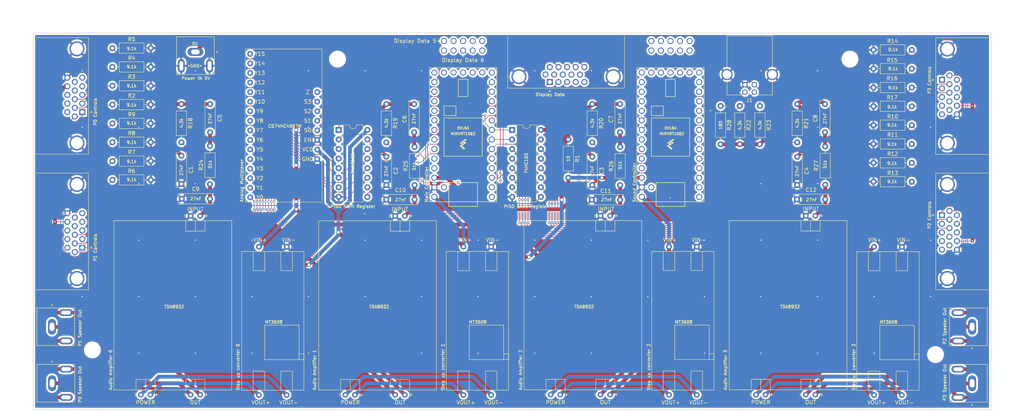
<source format=kicad_pcb>
(kicad_pcb (version 20171130) (host pcbnew 5.1.9)
  (layers (0 Front signal) (31 Back signal) (34 B.Paste user) (35 F.Paste user) (36 B.SilkS user) (37 F.SilkS user) (38 B.Mask user) (39 F.Mask user) (44 Edge.Cuts user))
  (net 0 "")
  (net 1 GND)
  (net 2 Analog_Input_Select_0)
  (net 3 Analog_Input_Select_1)
  (net 4 Analog_Input_Select_2)
  (net 5 Analog_Input_Select_3)
  (net 6 Analog_Input)
  (net 7 5V)
  (net 8 "Net-(Analog_Multiplexer1-Pad16)")
  (net 9 "Net-(Analog_Multiplexer1-Pad17)")
  (net 10 "Net-(Analog_Multiplexer1-Pad18)")
  (net 11 "Net-(Analog_Multiplexer1-Pad19)")
  (net 12 "Net-(Analog_Multiplexer1-Pad20)")
  (net 13 "Net-(Analog_Multiplexer1-Pad21)")
  (net 14 "Net-(Analog_Multiplexer1-Pad22)")
  (net 15 "Net-(Analog_Multiplexer1-Pad23)")
  (net 16 P3_Joystick_Y)
  (net 17 P3_Joystick_X)
  (net 18 P2_Joystick_Y)
  (net 19 P2_Joystick_X)
  (net 20 P1_Joystick_Y)
  (net 21 P1_Joystick_X)
  (net 22 P0_Joystick_Y)
  (net 23 P0_Joystick_X)
  (net 24 "Net-(Audio_Amplifier_1-Pad4)")
  (net 25 P0_Speaker_Output+)
  (net 26 P0_Speaker_Output-)
  (net 27 25V-0)
  (net 28 GND-0)
  (net 29 "Net-(Audio_Amplifier_2-Pad4)")
  (net 30 P1_Speaker_Output+)
  (net 31 P1_Speaker_Output-)
  (net 32 25V-1)
  (net 33 GND-1)
  (net 34 "Net-(Audio_Amplifier_3-Pad4)")
  (net 35 P2_Speaker_Output+)
  (net 36 P2_Speaker_Output-)
  (net 37 25V-2)
  (net 38 GND-2)
  (net 39 "Net-(Audio_Amplifier_4-Pad4)")
  (net 40 P3_Speaker_Output+)
  (net 41 P3_Speaker_Output-)
  (net 42 25V-3)
  (net 43 GND-3)
  (net 44 "Net-(C1-Pad1)")
  (net 45 "Net-(C2-Pad1)")
  (net 46 "Net-(C3-Pad1)")
  (net 47 "Net-(C4-Pad1)")
  (net 48 "Net-(C5-Pad2)")
  (net 49 "Net-(C6-Pad2)")
  (net 50 "Net-(C7-Pad2)")
  (net 51 "Net-(C8-Pad2)")
  (net 52 "Net-(Controller_Main1-Pad44)")
  (net 53 "Net-(Controller_Main1-Pad43)")
  (net 54 "Net-(Controller_Main1-Pad42)")
  (net 55 "Net-(Controller_Main1-Pad41)")
  (net 56 Display_Data+_6)
  (net 57 "Net-(Controller_Main1-Pad39)")
  (net 58 "Net-(Controller_Main1-Pad38)")
  (net 59 "Net-(Controller_Main1-Pad37)")
  (net 60 "Net-(Controller_Main1-Pad36)")
  (net 61 Display_Data+_5)
  (net 62 "Net-(Controller_Main1-Pad1)")
  (net 63 Display_Data+_0)
  (net 64 Reg_Clock_Inhibit)
  (net 65 Reg_Clock_Input)
  (net 66 Reg_Shift_Load)
  (net 67 Reg_Serial_Output)
  (net 68 Display_Data+_1)
  (net 69 "Net-(Controller_Main1-Pad34)")
  (net 70 "Net-(Controller_Main1-Pad30)")
  (net 71 "Net-(Controller_Main1-Pad29)")
  (net 72 "Net-(Controller_Main1-Pad28)")
  (net 73 Display_Data+_4)
  (net 74 I2C_SDA0)
  (net 75 Display_Data+_3)
  (net 76 Display_Data+_2)
  (net 77 "Net-(Controller_Main1-Pad14)")
  (net 78 "Net-(Controller_Main1-Pad15)")
  (net 79 "Net-(Controller_Main1-Pad16)")
  (net 80 "Net-(Controller_Main1-Pad20)")
  (net 81 "Net-(Controller_Main1-Pad19)")
  (net 82 "Net-(Controller_Main1-Pad18)")
  (net 83 "Net-(Controller_Main1-Pad17)")
  (net 84 "Net-(Controller_Sound1-Pad44)")
  (net 85 "Net-(Controller_Sound1-Pad43)")
  (net 86 "Net-(Controller_Sound1-Pad42)")
  (net 87 "Net-(Controller_Sound1-Pad41)")
  (net 88 "Net-(Controller_Sound1-Pad40)")
  (net 89 "Net-(Controller_Sound1-Pad39)")
  (net 90 "Net-(Controller_Sound1-Pad38)")
  (net 91 "Net-(Controller_Sound1-Pad37)")
  (net 92 "Net-(Controller_Sound1-Pad36)")
  (net 93 "Net-(Controller_Sound1-Pad35)")
  (net 94 "Net-(Controller_Sound1-Pad1)")
  (net 95 P0_Speaker_Signal)
  (net 96 P1_Speaker_Signal)
  (net 97 P2_Speaker_Signal)
  (net 98 P3_Speaker_Signal)
  (net 99 "Net-(Controller_Sound1-Pad6)")
  (net 100 "Net-(Controller_Sound1-Pad7)")
  (net 101 "Net-(Controller_Sound1-Pad8)")
  (net 102 "Net-(Controller_Sound1-Pad9)")
  (net 103 "Net-(Controller_Sound1-Pad10)")
  (net 104 "Net-(Controller_Sound1-Pad11)")
  (net 105 "Net-(Controller_Sound1-Pad12)")
  (net 106 "Net-(Controller_Sound1-Pad13)")
  (net 107 "Net-(Controller_Sound1-Pad34)")
  (net 108 "Net-(Controller_Sound1-Pad30)")
  (net 109 "Net-(Controller_Sound1-Pad29)")
  (net 110 "Net-(Controller_Sound1-Pad28)")
  (net 111 "Net-(Controller_Sound1-Pad27)")
  (net 112 "Net-(Controller_Sound1-Pad24)")
  (net 113 "Net-(Controller_Sound1-Pad23)")
  (net 114 "Net-(Controller_Sound1-Pad22)")
  (net 115 "Net-(Controller_Sound1-Pad21)")
  (net 116 "Net-(Controller_Sound1-Pad14)")
  (net 117 "Net-(Controller_Sound1-Pad15)")
  (net 118 "Net-(Controller_Sound1-Pad16)")
  (net 119 "Net-(Controller_Sound1-Pad20)")
  (net 120 "Net-(Controller_Sound1-Pad19)")
  (net 121 "Net-(Controller_Sound1-Pad18)")
  (net 122 "Net-(Controller_Sound1-Pad17)")
  (net 123 Display_Data-_6)
  (net 124 Display_Data-_5)
  (net 125 Display_Data-_4)
  (net 126 Display_Data-_3)
  (net 127 Display_Data-_2)
  (net 128 Display_Data-_1)
  (net 129 Display_Data-_0)
  (net 130 3.3v)
  (net 131 "Net-(P0_Controls1-Pad13)")
  (net 132 "Net-(P0_Controls1-Pad12)")
  (net 133 "Net-(P0_Controls1-Pad11)")
  (net 134 "Net-(P0_Controls1-Pad10)")
  (net 135 "Net-(P0_Controls1-Pad9)")
  (net 136 P0_Button_2)
  (net 137 P0_Button_0)
  (net 138 "Net-(P0_Controls1-Pad5)")
  (net 139 "Net-(P0_Controls1-Pad4)")
  (net 140 P0_Button_3)
  (net 141 P0_Button_1)
  (net 142 "Net-(P1_Controls1-Pad13)")
  (net 143 "Net-(P1_Controls1-Pad12)")
  (net 144 "Net-(P1_Controls1-Pad11)")
  (net 145 "Net-(P1_Controls1-Pad10)")
  (net 146 "Net-(P1_Controls1-Pad9)")
  (net 147 P1_Button_2)
  (net 148 P1_Button_0)
  (net 149 "Net-(P1_Controls1-Pad5)")
  (net 150 "Net-(P1_Controls1-Pad4)")
  (net 151 P1_Button_3)
  (net 152 P1_Button_1)
  (net 153 "Net-(P2_Controls1-Pad13)")
  (net 154 "Net-(P2_Controls1-Pad12)")
  (net 155 "Net-(P2_Controls1-Pad11)")
  (net 156 "Net-(P2_Controls1-Pad10)")
  (net 157 "Net-(P2_Controls1-Pad9)")
  (net 158 P2_Button_2)
  (net 159 P2_Button_0)
  (net 160 "Net-(P2_Controls1-Pad5)")
  (net 161 "Net-(P2_Controls1-Pad4)")
  (net 162 P2_Button_3)
  (net 163 P2_Button_1)
  (net 164 "Net-(P3_Controls1-Pad13)")
  (net 165 "Net-(P3_Controls1-Pad12)")
  (net 166 "Net-(P3_Controls1-Pad11)")
  (net 167 "Net-(P3_Controls1-Pad10)")
  (net 168 "Net-(P3_Controls1-Pad9)")
  (net 169 P3_Button_2)
  (net 170 P3_Button_0)
  (net 171 "Net-(P3_Controls1-Pad5)")
  (net 172 "Net-(P3_Controls1-Pad4)")
  (net 173 P3_Button_3)
  (net 174 P3_Button_1)
  (net 175 I2C_SCL0)
  (net 176 "Net-(U1-Pad7)")
  (net 177 "Net-(U1-Pad10)")
  (net 178 "Net-(U1-Pad9)")
  (net 179 "Net-(U2-Pad7)")
  (net 180 3.3v_Pre)
  (net 181 "Net-(Display_Data1-Pad5)")
  (net 182 "Net-(Controller_Main1-Pad2)")
  (net 183 "Net-(Controller_Main1-Pad4)")
  (net 184 "Net-(Controller_Main1-Pad5)")
  (net 185 "Net-(J1-Pad1)")
  (module 292304-1:arcadable (layer Front) (at 106.68 51.308)
    (fp_text reference REF** hide)
    (fp_text value arcadable)
    (pad 1 connect rect (at 0.254 3.556) (size 0.25339 0.25339) (layers Front F.Mask))
    (pad 1 connect rect (at 0.254 3.81) (size 0.25339 0.25339) (layers Front F.Mask))
    (pad 1 connect rect (at 0.508 4.064) (size 0.25339 0.25339) (layers Front F.Mask))
    (pad 1 connect rect (at 0.254 4.318) (size 0.25339 0.25339) (layers Front F.Mask))
    (pad 1 connect rect (at 0 4.318) (size 0.25339 0.25339) (layers Front F.Mask))
    (pad 1 connect rect (at -0.254 4.318) (size 0.25339 0.25339) (layers Front F.Mask))
    (pad 1 connect rect (at -0.508 4.318) (size 0.25339 0.25339) (layers Front F.Mask))
    (pad 1 connect rect (at -0.762 4.064) (size 0.25339 0.25339) (layers Front F.Mask))
    (pad 1 connect rect (at -0.508 3.81) (size 0.25339 0.25339) (layers Front F.Mask))
    (pad 1 connect rect (at -0.508 3.556) (size 0.25339 0.25339) (layers Front F.Mask))
    (pad 1 connect rect (at -0.254 3.302) (size 0.25339 0.25339) (layers Front F.Mask))
    (pad 1 connect rect (at 0 3.302) (size 0.25339 0.25339) (layers Front F.Mask))
    (pad 1 connect rect (at 0 3.048) (size 0.25339 0.25339) (layers Front F.Mask))
    (pad 1 connect rect (at -0.254 3.048) (size 0.25339 0.25339) (layers Front F.Mask))
    (pad 1 connect rect (at -0.508 2.286) (size 0.25339 0.25339) (layers Front F.Mask))
    (pad 1 connect rect (at -0.254 2.032) (size 0.25339 0.25339) (layers Front F.Mask))
    (pad 1 connect rect (at 0 2.032) (size 0.25339 0.25339) (layers Front F.Mask))
    (pad 1 connect rect (at 0.254 2.286) (size 0.25339 0.25339) (layers Front F.Mask))
    (pad 1 connect rect (at 0.508 2.54) (size 0.25339 0.25339) (layers Front F.Mask))
    (pad 1 connect rect (at 0.762 2.794) (size 0.25339 0.25339) (layers Front F.Mask))
    (pad 1 connect rect (at 1.016 3.048) (size 0.25339 0.25339) (layers Front F.Mask))
    (pad 1 connect rect (at 1.016 3.302) (size 0.25339 0.25339) (layers Front F.Mask))
    (pad 1 connect rect (at 1.27 3.556) (size 0.25339 0.25339) (layers Front F.Mask))
    (pad 1 connect rect (at 1.27 3.81) (size 0.25339 0.25339) (layers Front F.Mask))
    (pad 1 connect rect (at 1.524 4.064) (size 0.25339 0.25339) (layers Front F.Mask))
    (pad 1 connect rect (at 1.524 4.318) (size 0.25339 0.25339) (layers Front F.Mask))
    (pad 1 connect rect (at 1.778 4.572) (size 0.25339 0.25339) (layers Front F.Mask))
    (pad 1 connect rect (at 1.778 4.826) (size 0.25339 0.25339) (layers Front F.Mask))
    (pad 1 connect rect (at 1.778 5.08) (size 0.25339 0.25339) (layers Front F.Mask))
    (pad 1 connect rect (at 2.032 5.334) (size 0.25339 0.25339) (layers Front F.Mask))
    (pad 1 connect rect (at 2.032 5.588) (size 0.25339 0.25339) (layers Front F.Mask))
    (pad 1 connect rect (at 2.032 5.842) (size 0.25339 0.25339) (layers Front F.Mask))
    (pad 1 connect rect (at 2.032 6.096) (size 0.25339 0.25339) (layers Front F.Mask))
    (pad 1 connect rect (at 1.778 6.35) (size 0.25339 0.25339) (layers Front F.Mask))
    (pad 1 connect rect (at 1.524 6.35) (size 0.25339 0.25339) (layers Front F.Mask))
    (pad 1 connect rect (at 1.27 6.096) (size 0.25339 0.25339) (layers Front F.Mask))
    (pad 1 connect rect (at 1.016 5.842) (size 0.25339 0.25339) (layers Front F.Mask))
    (pad 1 connect rect (at 0.762 5.588) (size 0.25339 0.25339) (layers Front F.Mask))
    (pad 1 connect rect (at 0.508 5.334) (size 0.25339 0.25339) (layers Front F.Mask))
    (pad 1 connect rect (at 0.254 5.334) (size 0.25339 0.25339) (layers Front F.Mask))
    (pad 1 connect rect (at 0 5.08) (size 0.25339 0.25339) (layers Front F.Mask))
    (pad 1 connect rect (at -0.254 5.08) (size 0.25339 0.25339) (layers Front F.Mask))
    (pad 1 connect rect (at -0.508 5.334) (size 0.25339 0.25339) (layers Front F.Mask))
    (pad 1 connect rect (at -0.762 5.334) (size 0.25339 0.25339) (layers Front F.Mask))
    (pad 1 connect rect (at -1.016 5.588) (size 0.25339 0.25339) (layers Front F.Mask))
    (pad 1 connect rect (at -1.27 5.842) (size 0.25339 0.25339) (layers Front F.Mask))
    (pad 1 connect rect (at -1.524 6.096) (size 0.25339 0.25339) (layers Front F.Mask))
    (pad 1 connect rect (at -1.778 6.35) (size 0.25339 0.25339) (layers Front F.Mask))
    (pad 1 connect rect (at -2.032 6.35) (size 0.25339 0.25339) (layers Front F.Mask))
    (pad 1 connect rect (at -2.286 6.096) (size 0.25339 0.25339) (layers Front F.Mask))
    (pad 1 connect rect (at -2.286 5.842) (size 0.25339 0.25339) (layers Front F.Mask))
    (pad 1 connect rect (at -2.286 5.588) (size 0.25339 0.25339) (layers Front F.Mask))
    (pad 1 connect rect (at -2.286 5.334) (size 0.25339 0.25339) (layers Front F.Mask))
    (pad 1 connect rect (at -2.032 5.08) (size 0.25339 0.25339) (layers Front F.Mask))
    (pad 1 connect rect (at -2.032 4.826) (size 0.25339 0.25339) (layers Front F.Mask))
    (pad 1 connect rect (at -2.032 4.572) (size 0.25339 0.25339) (layers Front F.Mask))
    (pad 1 connect rect (at -1.778 4.318) (size 0.25339 0.25339) (layers Front F.Mask))
    (pad 1 connect rect (at -1.778 4.064) (size 0.25339 0.25339) (layers Front F.Mask))
    (pad 1 connect rect (at -1.524 3.81) (size 0.25339 0.25339) (layers Front F.Mask))
    (pad 1 connect rect (at -1.524 3.556) (size 0.25339 0.25339) (layers Front F.Mask))
    (pad 1 connect rect (at -1.27 3.048) (size 0.25339 0.25339) (layers Front F.Mask))
    (pad 1 connect rect (at -1.27 3.302) (size 0.25339 0.25339) (layers Front F.Mask))
    (pad 1 connect rect (at -1.016 2.794) (size 0.25339 0.25339) (layers Front F.Mask))
    (pad 2 connect rect (at -0.254 2.286) (size 0.254 0.254) (layers Front F.Mask))
    (pad 2 connect rect (at -0.508 2.794) (size 0.254 0.254) (layers Front F.Mask))
    (pad 2 connect rect (at 1.016 3.556) (size 0.254 0.254) (layers Front F.Mask))
    (pad 2 connect rect (at 0.762 3.556) (size 0.254 0.254) (layers Front F.Mask))
    (pad 2 connect rect (at 0.508 3.81) (size 0.254 0.254) (layers Front F.Mask))
    (pad 2 connect rect (at 1.27 5.08) (size 0.254 0.254) (layers Front F.Mask))
    (pad 2 connect rect (at 0.762 4.318) (size 0.254 0.254) (layers Front F.Mask))
    (pad 2 connect rect (at 0.508 4.318) (size 0.254 0.254) (layers Front F.Mask))
    (pad 2 connect rect (at 0.254 4.572) (size 0.254 0.254) (layers Front F.Mask))
    (pad 2 connect rect (at 0 4.572) (size 0.254 0.254) (layers Front F.Mask))
    (pad 2 connect rect (at -0.254 4.572) (size 0.254 0.254) (layers Front F.Mask))
    (pad 2 connect rect (at -2.032 6.096) (size 0.254 0.254) (layers Front F.Mask))
    (pad 2 connect rect (at -2.032 5.334) (size 0.254 0.254) (layers Front F.Mask))
    (pad 2 connect rect (at -1.778 5.08) (size 0.254 0.254) (layers Front F.Mask))
    (pad 2 connect rect (at -1.524 4.572) (size 0.254 0.254) (layers Front F.Mask))
    (pad 2 connect rect (at -1.524 4.064) (size 0.254 0.254) (layers Front F.Mask))
    (pad 2 connect rect (at -1.27 3.81) (size 0.254 0.254) (layers Front F.Mask))
    (pad 2 connect rect (at -1.778 4.826) (size 0.254 0.254) (layers Front F.Mask))
    (pad 2 connect rect (at 0.508 3.556) (size 0.254 0.254) (layers Front F.Mask))
    (pad 2 connect rect (at 0.254 3.302) (size 0.254 0.254) (layers Front F.Mask))
    (pad 2 connect rect (at 0.508 3.302) (size 0.254 0.254) (layers Front F.Mask))
    (pad 2 connect rect (at 0.254 3.048) (size 0.254 0.254) (layers Front F.Mask))
    (pad 2 connect rect (at 0.762 3.302) (size 0.254 0.254) (layers Front F.Mask))
    (pad 2 connect rect (at 0.508 3.048) (size 0.254 0.254) (layers Front F.Mask))
    (pad 2 connect rect (at 0.762 3.048) (size 0.254 0.254) (layers Front F.Mask))
    (pad 2 connect rect (at 0.508 2.794) (size 0.254 0.254) (layers Front F.Mask))
    (pad 2 connect rect (at 0.254 2.54) (size 0.254 0.254) (layers Front F.Mask))
    (pad 2 connect rect (at 0 2.286) (size 0.254 0.254) (layers Front F.Mask))
    (pad 2 connect rect (at 0.254 2.794) (size 0.254 0.254) (layers Front F.Mask))
    (pad 2 connect rect (at 0 2.54) (size 0.254 0.254) (layers Front F.Mask))
    (pad 2 connect rect (at 0 2.794) (size 0.254 0.254) (layers Front F.Mask))
    (pad 2 connect rect (at -0.254 2.54) (size 0.254 0.254) (layers Front F.Mask))
    (pad 2 connect rect (at -0.254 2.794) (size 0.254 0.254) (layers Front F.Mask))
    (pad 2 connect rect (at -0.508 2.54) (size 0.254 0.254) (layers Front F.Mask))
    (pad 2 connect rect (at -0.762 3.302) (size 0.254 0.254) (layers Front F.Mask))
    (pad 2 connect rect (at -1.016 3.048) (size 0.254 0.254) (layers Front F.Mask))
    (pad 2 connect rect (at -0.508 3.302) (size 0.254 0.254) (layers Front F.Mask))
    (pad 2 connect rect (at -0.762 3.048) (size 0.254 0.254) (layers Front F.Mask))
    (pad 2 connect rect (at -0.508 3.048) (size 0.254 0.254) (layers Front F.Mask))
    (pad 2 connect rect (at -0.762 2.794) (size 0.254 0.254) (layers Front F.Mask))
    (pad 2 connect rect (at -1.016 3.81) (size 0.254 0.254) (layers Front F.Mask))
    (pad 2 connect rect (at -1.27 3.556) (size 0.254 0.254) (layers Front F.Mask))
    (pad 2 connect rect (at -0.762 3.81) (size 0.254 0.254) (layers Front F.Mask))
    (pad 2 connect rect (at -1.016 3.556) (size 0.254 0.254) (layers Front F.Mask))
    (pad 2 connect rect (at -0.762 3.556) (size 0.254 0.254) (layers Front F.Mask))
    (pad 2 connect rect (at -1.016 3.302) (size 0.254 0.254) (layers Front F.Mask))
    (pad 2 connect rect (at -1.524 4.826) (size 0.254 0.254) (layers Front F.Mask))
    (pad 2 connect rect (at -1.778 4.572) (size 0.254 0.254) (layers Front F.Mask))
    (pad 2 connect rect (at -1.27 4.572) (size 0.254 0.254) (layers Front F.Mask))
    (pad 2 connect rect (at -1.524 4.318) (size 0.254 0.254) (layers Front F.Mask))
    (pad 2 connect rect (at -1.016 4.572) (size 0.254 0.254) (layers Front F.Mask))
    (pad 2 connect rect (at -1.27 4.318) (size 0.254 0.254) (layers Front F.Mask))
    (pad 2 connect rect (at -1.016 4.318) (size 0.254 0.254) (layers Front F.Mask))
    (pad 2 connect rect (at -1.27 4.064) (size 0.254 0.254) (layers Front F.Mask))
    (pad 2 connect rect (at -0.762 4.318) (size 0.254 0.254) (layers Front F.Mask))
    (pad 2 connect rect (at -1.016 4.064) (size 0.254 0.254) (layers Front F.Mask))
    (pad 2 connect rect (at -1.778 6.096) (size 0.254 0.254) (layers Front F.Mask))
    (pad 2 connect rect (at -2.032 5.842) (size 0.254 0.254) (layers Front F.Mask))
    (pad 2 connect rect (at -1.778 5.842) (size 0.254 0.254) (layers Front F.Mask))
    (pad 2 connect rect (at -2.032 5.588) (size 0.254 0.254) (layers Front F.Mask))
    (pad 2 connect rect (at -1.524 5.842) (size 0.254 0.254) (layers Front F.Mask))
    (pad 2 connect rect (at -1.778 5.588) (size 0.254 0.254) (layers Front F.Mask))
    (pad 2 connect rect (at -1.524 5.588) (size 0.254 0.254) (layers Front F.Mask))
    (pad 2 connect rect (at -1.778 5.334) (size 0.254 0.254) (layers Front F.Mask))
    (pad 2 connect rect (at -1.27 5.588) (size 0.254 0.254) (layers Front F.Mask))
    (pad 2 connect rect (at -1.524 5.334) (size 0.254 0.254) (layers Front F.Mask))
    (pad 2 connect rect (at -1.27 5.334) (size 0.254 0.254) (layers Front F.Mask))
    (pad 2 connect rect (at -1.524 5.08) (size 0.254 0.254) (layers Front F.Mask))
    (pad 2 connect rect (at -1.016 5.334) (size 0.254 0.254) (layers Front F.Mask))
    (pad 2 connect rect (at -1.27 5.08) (size 0.254 0.254) (layers Front F.Mask))
    (pad 2 connect rect (at -1.016 5.08) (size 0.254 0.254) (layers Front F.Mask))
    (pad 2 connect rect (at -1.27 4.826) (size 0.254 0.254) (layers Front F.Mask))
    (pad 2 connect rect (at -0.762 5.08) (size 0.254 0.254) (layers Front F.Mask))
    (pad 2 connect rect (at -1.016 4.826) (size 0.254 0.254) (layers Front F.Mask))
    (pad 2 connect rect (at -0.508 5.08) (size 0.254 0.254) (layers Front F.Mask))
    (pad 2 connect rect (at -0.762 4.826) (size 0.254 0.254) (layers Front F.Mask))
    (pad 2 connect rect (at -0.508 4.826) (size 0.254 0.254) (layers Front F.Mask))
    (pad 2 connect rect (at -0.762 4.572) (size 0.254 0.254) (layers Front F.Mask))
    (pad 2 connect rect (at -0.254 4.826) (size 0.254 0.254) (layers Front F.Mask))
    (pad 2 connect rect (at -0.508 4.572) (size 0.254 0.254) (layers Front F.Mask))
    (pad 2 connect rect (at 0.254 5.08) (size 0.254 0.254) (layers Front F.Mask))
    (pad 2 connect rect (at 0 4.826) (size 0.254 0.254) (layers Front F.Mask))
    (pad 2 connect rect (at 0.508 5.08) (size 0.254 0.254) (layers Front F.Mask))
    (pad 2 connect rect (at 0.254 4.826) (size 0.254 0.254) (layers Front F.Mask))
    (pad 2 connect rect (at 0.762 5.08) (size 0.254 0.254) (layers Front F.Mask))
    (pad 2 connect rect (at 0.508 4.826) (size 0.254 0.254) (layers Front F.Mask))
    (pad 2 connect rect (at 1.016 5.588) (size 0.254 0.254) (layers Front F.Mask))
    (pad 2 connect rect (at 0.762 5.334) (size 0.254 0.254) (layers Front F.Mask))
    (pad 2 connect rect (at 1.27 5.588) (size 0.254 0.254) (layers Front F.Mask))
    (pad 2 connect rect (at 1.016 5.334) (size 0.254 0.254) (layers Front F.Mask))
    (pad 2 connect rect (at 1.27 5.334) (size 0.254 0.254) (layers Front F.Mask))
    (pad 2 connect rect (at 1.016 5.08) (size 0.254 0.254) (layers Front F.Mask))
    (pad 2 connect rect (at 1.524 6.096) (size 0.254 0.254) (layers Front F.Mask))
    (pad 2 connect rect (at 1.27 5.842) (size 0.254 0.254) (layers Front F.Mask))
    (pad 2 connect rect (at 1.778 6.096) (size 0.254 0.254) (layers Front F.Mask))
    (pad 2 connect rect (at 1.524 5.842) (size 0.254 0.254) (layers Front F.Mask))
    (pad 2 connect rect (at 1.778 5.842) (size 0.254 0.254) (layers Front F.Mask))
    (pad 2 connect rect (at 1.524 5.588) (size 0.254 0.254) (layers Front F.Mask))
    (pad 2 connect rect (at 1.778 5.588) (size 0.254 0.254) (layers Front F.Mask))
    (pad 2 connect rect (at 1.524 5.334) (size 0.254 0.254) (layers Front F.Mask))
    (pad 2 connect rect (at 1.778 5.334) (size 0.254 0.254) (layers Front F.Mask))
    (pad 2 connect rect (at 1.524 5.08) (size 0.254 0.254) (layers Front F.Mask))
    (pad 2 connect rect (at 0.762 4.826) (size 0.254 0.254) (layers Front F.Mask))
    (pad 2 connect rect (at 0.508 4.572) (size 0.254 0.254) (layers Front F.Mask))
    (pad 2 connect rect (at 1.016 4.318) (size 0.254 0.254) (layers Front F.Mask))
    (pad 2 connect rect (at 0.762 4.064) (size 0.254 0.254) (layers Front F.Mask))
    (pad 2 connect rect (at 1.016 4.064) (size 0.254 0.254) (layers Front F.Mask))
    (pad 2 connect rect (at 0.762 3.81) (size 0.254 0.254) (layers Front F.Mask))
    (pad 2 connect rect (at 1.27 4.064) (size 0.254 0.254) (layers Front F.Mask))
    (pad 2 connect rect (at 1.016 3.81) (size 0.254 0.254) (layers Front F.Mask))
    (pad 2 connect rect (at 1.524 4.572) (size 0.254 0.254) (layers Front F.Mask))
    (pad 2 connect rect (at 1.27 4.318) (size 0.254 0.254) (layers Front F.Mask))
    (pad 2 connect rect (at 1.524 4.826) (size 0.254 0.254) (layers Front F.Mask))
    (pad 2 connect rect (at 1.27 4.572) (size 0.254 0.254) (layers Front F.Mask))
    (pad 2 connect rect (at 1.27 4.826) (size 0.254 0.254) (layers Front F.Mask))
    (pad 2 connect rect (at 1.016 4.572) (size 0.254 0.254) (layers Front F.Mask))
    (pad 2 connect rect (at 1.016 4.826) (size 0.254 0.254) (layers Front F.Mask))
    (pad 2 connect rect (at 0.762 4.572) (size 0.254 0.254) (layers Front F.Mask))
    (pad 1 connect rect (at -0.762 2.54) (size 0.25339 0.25339) (layers Front F.Mask))
  )
  (module teensy:Teensy40 (layer Front) (at 186 77 90)
    (fp_text reference Controller_Sound1 hide)
    (fp_text value Teensy4.0)
    (fp_text user DVL6A (at 1.778 0 180) (layer F.SilkS) (effects (font (size 0.7 0.7))))
    (fp_text user MIMXRT1062 (at 0.264 0.342) (layer F.SilkS) (effects (font (size 0.7 0.7))))
    (pad 44 thru_hole circle (at 22.352 5.08 90) (size 1.6 1.6) (drill 1.1) (layers *.Cu *.Mask) (net 84 "Net-(Controller_Sound1-Pad44)"))
    (pad 43 thru_hole circle (at 24.892 5.08 90) (size 1.6 1.6) (drill 1.1) (layers *.Cu *.Mask) (net 85 "Net-(Controller_Sound1-Pad43)"))
    (pad 42 thru_hole circle (at 22.352 2.54 90) (size 1.6 1.6) (drill 1.1) (layers *.Cu *.Mask) (net 86 "Net-(Controller_Sound1-Pad42)"))
    (pad 41 thru_hole circle (at 24.892 2.54 90) (size 1.6 1.6) (drill 1.1) (layers *.Cu *.Mask) (net 87 "Net-(Controller_Sound1-Pad41)"))
    (pad 40 thru_hole circle (at 22.352 0 90) (size 1.6 1.6) (drill 1.1) (layers *.Cu *.Mask) (net 88 "Net-(Controller_Sound1-Pad40)"))
    (pad 39 thru_hole circle (at 24.892 0 90) (size 1.6 1.6) (drill 1.1) (layers *.Cu *.Mask) (net 89 "Net-(Controller_Sound1-Pad39)"))
    (pad 38 thru_hole circle (at 22.352 -2.54 90) (size 1.6 1.6) (drill 1.1) (layers *.Cu *.Mask) (net 90 "Net-(Controller_Sound1-Pad38)"))
    (pad 37 thru_hole circle (at 24.892 -2.54 90) (size 1.6 1.6) (drill 1.1) (layers *.Cu *.Mask) (net 91 "Net-(Controller_Sound1-Pad37)"))
    (pad 36 thru_hole circle (at 22.352 -5.08 90) (size 1.6 1.6) (drill 1.1) (layers *.Cu *.Mask) (net 92 "Net-(Controller_Sound1-Pad36)"))
    (pad 35 thru_hole circle (at 24.892 -5.08 90) (size 1.6 1.6) (drill 1.1) (layers *.Cu *.Mask) (net 93 "Net-(Controller_Sound1-Pad35)"))
    (pad 1 thru_hole circle (at -16.51 7.62 90) (size 1.6 1.6) (drill 1.1) (layers *.Cu *.Mask) (net 94 "Net-(Controller_Sound1-Pad1)"))
    (pad 2 thru_hole circle (at -13.97 7.62 90) (size 1.6 1.6) (drill 1.1) (layers *.Cu *.Mask) (net 95 P0_Speaker_Signal))
    (pad 3 thru_hole circle (at -11.43 7.62 90) (size 1.6 1.6) (drill 1.1) (layers *.Cu *.Mask) (net 96 P1_Speaker_Signal))
    (pad 4 thru_hole circle (at -8.89 7.62 90) (size 1.6 1.6) (drill 1.1) (layers *.Cu *.Mask) (net 97 P2_Speaker_Signal))
    (pad 5 thru_hole circle (at -6.35 7.62 90) (size 1.6 1.6) (drill 1.1) (layers *.Cu *.Mask) (net 98 P3_Speaker_Signal))
    (pad 6 thru_hole circle (at -3.81 7.62 90) (size 1.6 1.6) (drill 1.1) (layers *.Cu *.Mask) (net 99 "Net-(Controller_Sound1-Pad6)"))
    (pad 7 thru_hole circle (at -1.27 7.62 90) (size 1.6 1.6) (drill 1.1) (layers *.Cu *.Mask) (net 100 "Net-(Controller_Sound1-Pad7)"))
    (pad 8 thru_hole circle (at 1.27 7.62 90) (size 1.6 1.6) (drill 1.1) (layers *.Cu *.Mask) (net 101 "Net-(Controller_Sound1-Pad8)"))
    (pad 9 thru_hole circle (at 3.81 7.62 90) (size 1.6 1.6) (drill 1.1) (layers *.Cu *.Mask) (net 102 "Net-(Controller_Sound1-Pad9)"))
    (pad 10 thru_hole circle (at 6.35 7.62 90) (size 1.6 1.6) (drill 1.1) (layers *.Cu *.Mask) (net 103 "Net-(Controller_Sound1-Pad10)"))
    (pad 11 thru_hole circle (at 8.89 7.62 90) (size 1.6 1.6) (drill 1.1) (layers *.Cu *.Mask) (net 104 "Net-(Controller_Sound1-Pad11)"))
    (pad 12 thru_hole circle (at 11.43 7.62 90) (size 1.6 1.6) (drill 1.1) (layers *.Cu *.Mask) (net 105 "Net-(Controller_Sound1-Pad12)"))
    (pad 13 thru_hole circle (at 13.97 7.62 90) (size 1.6 1.6) (drill 1.1) (layers *.Cu *.Mask) (net 106 "Net-(Controller_Sound1-Pad13)"))
    (pad 34 thru_hole circle (at -13.97 -5.08 90) (size 1.6 1.6) (drill 1.1) (layers *.Cu *.Mask) (net 107 "Net-(Controller_Sound1-Pad34)"))
    (pad 33 thru_hole circle (at -16.51 -7.62 90) (size 1.6 1.6) (drill 1.1) (layers *.Cu *.Mask) (net 7 5V))
    (pad 32 thru_hole circle (at -13.97 -7.62 90) (size 1.6 1.6) (drill 1.1) (layers *.Cu *.Mask) (net 1 GND))
    (pad 31 thru_hole circle (at -11.43 -7.62 90) (size 1.6 1.6) (drill 1.1) (layers *.Cu *.Mask) (net 180 3.3v_Pre))
    (pad 30 thru_hole circle (at -8.89 -7.62 90) (size 1.6 1.6) (drill 1.1) (layers *.Cu *.Mask) (net 108 "Net-(Controller_Sound1-Pad30)"))
    (pad 29 thru_hole circle (at -6.35 -7.62 90) (size 1.6 1.6) (drill 1.1) (layers *.Cu *.Mask) (net 109 "Net-(Controller_Sound1-Pad29)"))
    (pad 28 thru_hole circle (at -3.81 -7.62 90) (size 1.6 1.6) (drill 1.1) (layers *.Cu *.Mask) (net 110 "Net-(Controller_Sound1-Pad28)"))
    (pad 27 thru_hole circle (at -1.27 -7.62 90) (size 1.6 1.6) (drill 1.1) (layers *.Cu *.Mask) (net 111 "Net-(Controller_Sound1-Pad27)"))
    (pad 26 thru_hole circle (at 1.27 -7.62 90) (size 1.6 1.6) (drill 1.1) (layers *.Cu *.Mask) (net 175 I2C_SCL0))
    (pad 25 thru_hole circle (at 3.81 -7.62 90) (size 1.6 1.6) (drill 1.1) (layers *.Cu *.Mask) (net 74 I2C_SDA0))
    (pad 24 thru_hole circle (at 6.35 -7.62 90) (size 1.6 1.6) (drill 1.1) (layers *.Cu *.Mask) (net 112 "Net-(Controller_Sound1-Pad24)"))
    (pad 23 thru_hole circle (at 8.89 -7.62 90) (size 1.6 1.6) (drill 1.1) (layers *.Cu *.Mask) (net 113 "Net-(Controller_Sound1-Pad23)"))
    (pad 22 thru_hole circle (at 11.43 -7.62 90) (size 1.6 1.6) (drill 1.1) (layers *.Cu *.Mask) (net 114 "Net-(Controller_Sound1-Pad22)"))
    (pad 21 thru_hole circle (at 13.97 -7.62 90) (size 1.6 1.6) (drill 1.1) (layers *.Cu *.Mask) (net 115 "Net-(Controller_Sound1-Pad21)"))
    (pad 14 thru_hole circle (at 16.51 7.62 90) (size 1.6 1.6) (drill 1.1) (layers *.Cu *.Mask) (net 116 "Net-(Controller_Sound1-Pad14)"))
    (pad 15 thru_hole circle (at 16.51 5.08 90) (size 1.6 1.6) (drill 1.1) (layers *.Cu *.Mask) (net 117 "Net-(Controller_Sound1-Pad15)"))
    (pad 16 thru_hole circle (at 16.51 2.54 90) (size 1.6 1.6) (drill 1.1) (layers *.Cu *.Mask) (net 118 "Net-(Controller_Sound1-Pad16)"))
    (pad 20 thru_hole circle (at 16.51 -7.62 90) (size 1.6 1.6) (drill 1.1) (layers *.Cu *.Mask) (net 119 "Net-(Controller_Sound1-Pad20)"))
    (pad 19 thru_hole circle (at 16.51 -5.08 90) (size 1.6 1.6) (drill 1.1) (layers *.Cu *.Mask) (net 120 "Net-(Controller_Sound1-Pad19)"))
    (pad 18 thru_hole circle (at 16.51 -2.54 90) (size 1.6 1.6) (drill 1.1) (layers *.Cu *.Mask) (net 121 "Net-(Controller_Sound1-Pad18)"))
    (pad 17 thru_hole circle (at 16.51 0 90) (size 1.6 1.6) (drill 1.1) (layers *.Cu *.Mask) (net 122 "Net-(Controller_Sound1-Pad17)"))
  )
  (module teensy:Teensy40 (layer Front) (at 131 77 90)
    (fp_text reference Controller_Main1 hide)
    (fp_text value Teensy4.0)
    (fp_text user DVL6A (at 1.778 0 180) (layer F.SilkS) (effects (font (size 0.7 0.7))))
    (fp_text user MIMXRT1062 (at 0.254 0 180) (layer F.SilkS) (effects (font (size 0.7 0.7))))
    (pad 44 thru_hole circle (at 22.352 5.08 90) (size 1.6 1.6) (drill 1.1) (layers *.Cu *.Mask) (net 52 "Net-(Controller_Main1-Pad44)"))
    (pad 43 thru_hole circle (at 24.892 5.08 90) (size 1.6 1.6) (drill 1.1) (layers *.Cu *.Mask) (net 53 "Net-(Controller_Main1-Pad43)"))
    (pad 42 thru_hole circle (at 22.352 2.54 90) (size 1.6 1.6) (drill 1.1) (layers *.Cu *.Mask) (net 54 "Net-(Controller_Main1-Pad42)"))
    (pad 41 thru_hole circle (at 24.892 2.54 90) (size 1.6 1.6) (drill 1.1) (layers *.Cu *.Mask) (net 55 "Net-(Controller_Main1-Pad41)"))
    (pad 40 thru_hole circle (at 22.352 0 90) (size 1.6 1.6) (drill 1.1) (layers *.Cu *.Mask) (net 56 Display_Data+_6))
    (pad 39 thru_hole circle (at 24.892 0 90) (size 1.6 1.6) (drill 1.1) (layers *.Cu *.Mask) (net 57 "Net-(Controller_Main1-Pad39)"))
    (pad 38 thru_hole circle (at 22.352 -2.54 90) (size 1.6 1.6) (drill 1.1) (layers *.Cu *.Mask) (net 58 "Net-(Controller_Main1-Pad38)"))
    (pad 37 thru_hole circle (at 24.892 -2.54 90) (size 1.6 1.6) (drill 1.1) (layers *.Cu *.Mask) (net 59 "Net-(Controller_Main1-Pad37)"))
    (pad 36 thru_hole circle (at 22.352 -5.08 90) (size 1.6 1.6) (drill 1.1) (layers *.Cu *.Mask) (net 60 "Net-(Controller_Main1-Pad36)"))
    (pad 35 thru_hole circle (at 24.892 -5.08 90) (size 1.6 1.6) (drill 1.1) (layers *.Cu *.Mask) (net 61 Display_Data+_5))
    (pad 1 thru_hole circle (at -16.51 7.62 90) (size 1.6 1.6) (drill 1.1) (layers *.Cu *.Mask) (net 62 "Net-(Controller_Main1-Pad1)"))
    (pad 2 thru_hole circle (at -13.97 7.62 90) (size 1.6 1.6) (drill 1.1) (layers *.Cu *.Mask) (net 182 "Net-(Controller_Main1-Pad2)"))
    (pad 3 thru_hole circle (at -11.43 7.62 90) (size 1.6 1.6) (drill 1.1) (layers *.Cu *.Mask) (net 63 Display_Data+_0))
    (pad 4 thru_hole circle (at -8.89 7.62 90) (size 1.6 1.6) (drill 1.1) (layers *.Cu *.Mask) (net 183 "Net-(Controller_Main1-Pad4)"))
    (pad 5 thru_hole circle (at -6.35 7.62 90) (size 1.6 1.6) (drill 1.1) (layers *.Cu *.Mask) (net 184 "Net-(Controller_Main1-Pad5)"))
    (pad 6 thru_hole circle (at -3.81 7.62 90) (size 1.6 1.6) (drill 1.1) (layers *.Cu *.Mask) (net 64 Reg_Clock_Inhibit))
    (pad 7 thru_hole circle (at -1.27 7.62 90) (size 1.6 1.6) (drill 1.1) (layers *.Cu *.Mask) (net 65 Reg_Clock_Input))
    (pad 8 thru_hole circle (at 1.27 7.62 90) (size 1.6 1.6) (drill 1.1) (layers *.Cu *.Mask) (net 66 Reg_Shift_Load))
    (pad 9 thru_hole circle (at 3.81 7.62 90) (size 1.6 1.6) (drill 1.1) (layers *.Cu *.Mask) (net 67 Reg_Serial_Output))
    (pad 10 thru_hole circle (at 6.35 7.62 90) (size 1.6 1.6) (drill 1.1) (layers *.Cu *.Mask) (net 68 Display_Data+_1))
    (pad 11 thru_hole circle (at 8.89 7.62 90) (size 1.6 1.6) (drill 1.1) (layers *.Cu *.Mask) (net 2 Analog_Input_Select_0))
    (pad 12 thru_hole circle (at 11.43 7.62 90) (size 1.6 1.6) (drill 1.1) (layers *.Cu *.Mask) (net 4 Analog_Input_Select_2))
    (pad 13 thru_hole circle (at 13.97 7.62 90) (size 1.6 1.6) (drill 1.1) (layers *.Cu *.Mask) (net 5 Analog_Input_Select_3))
    (pad 34 thru_hole circle (at -13.97 -5.08 90) (size 1.6 1.6) (drill 1.1) (layers *.Cu *.Mask) (net 69 "Net-(Controller_Main1-Pad34)"))
    (pad 33 thru_hole circle (at -16.51 -7.62 90) (size 1.6 1.6) (drill 1.1) (layers *.Cu *.Mask) (net 7 5V))
    (pad 32 thru_hole circle (at -13.97 -7.62 90) (size 1.6 1.6) (drill 1.1) (layers *.Cu *.Mask) (net 1 GND))
    (pad 31 thru_hole circle (at -11.43 -7.62 90) (size 1.6 1.6) (drill 1.1) (layers *.Cu *.Mask) (net 180 3.3v_Pre))
    (pad 30 thru_hole circle (at -8.89 -7.62 90) (size 1.6 1.6) (drill 1.1) (layers *.Cu *.Mask) (net 70 "Net-(Controller_Main1-Pad30)"))
    (pad 29 thru_hole circle (at -6.35 -7.62 90) (size 1.6 1.6) (drill 1.1) (layers *.Cu *.Mask) (net 71 "Net-(Controller_Main1-Pad29)"))
    (pad 28 thru_hole circle (at -3.81 -7.62 90) (size 1.6 1.6) (drill 1.1) (layers *.Cu *.Mask) (net 72 "Net-(Controller_Main1-Pad28)"))
    (pad 27 thru_hole circle (at -1.27 -7.62 90) (size 1.6 1.6) (drill 1.1) (layers *.Cu *.Mask) (net 73 Display_Data+_4))
    (pad 26 thru_hole circle (at 1.27 -7.62 90) (size 1.6 1.6) (drill 1.1) (layers *.Cu *.Mask) (net 175 I2C_SCL0))
    (pad 25 thru_hole circle (at 3.81 -7.62 90) (size 1.6 1.6) (drill 1.1) (layers *.Cu *.Mask) (net 74 I2C_SDA0))
    (pad 24 thru_hole circle (at 6.35 -7.62 90) (size 1.6 1.6) (drill 1.1) (layers *.Cu *.Mask) (net 75 Display_Data+_3))
    (pad 23 thru_hole circle (at 8.89 -7.62 90) (size 1.6 1.6) (drill 1.1) (layers *.Cu *.Mask) (net 3 Analog_Input_Select_1))
    (pad 22 thru_hole circle (at 11.43 -7.62 90) (size 1.6 1.6) (drill 1.1) (layers *.Cu *.Mask) (net 6 Analog_Input))
    (pad 21 thru_hole circle (at 13.97 -7.62 90) (size 1.6 1.6) (drill 1.1) (layers *.Cu *.Mask) (net 76 Display_Data+_2))
    (pad 14 thru_hole circle (at 16.51 7.62 90) (size 1.6 1.6) (drill 1.1) (layers *.Cu *.Mask) (net 77 "Net-(Controller_Main1-Pad14)"))
    (pad 15 thru_hole circle (at 16.51 5.08 90) (size 1.6 1.6) (drill 1.1) (layers *.Cu *.Mask) (net 78 "Net-(Controller_Main1-Pad15)"))
    (pad 16 thru_hole circle (at 16.51 2.54 90) (size 1.6 1.6) (drill 1.1) (layers *.Cu *.Mask) (net 79 "Net-(Controller_Main1-Pad16)"))
    (pad 20 thru_hole circle (at 16.51 -7.62 90) (size 1.6 1.6) (drill 1.1) (layers *.Cu *.Mask) (net 80 "Net-(Controller_Main1-Pad20)"))
    (pad 19 thru_hole circle (at 16.51 -5.08 90) (size 1.6 1.6) (drill 1.1) (layers *.Cu *.Mask) (net 81 "Net-(Controller_Main1-Pad19)"))
    (pad 18 thru_hole circle (at 16.51 -2.54 90) (size 1.6 1.6) (drill 1.1) (layers *.Cu *.Mask) (net 82 "Net-(Controller_Main1-Pad18)"))
    (pad 17 thru_hole circle (at 16.51 0 90) (size 1.6 1.6) (drill 1.1) (layers *.Cu *.Mask) (net 83 "Net-(Controller_Main1-Pad17)"))
  )
  (module 292304-1:amplifier (layer Front) (at 36.878 138.928 90)
    (fp_text reference Audio_Amplifier_1 hide)
    (fp_text value TDA8932T)
    (fp_text user INPUT (at 42.1768 23.114) (layer F.SilkS))
    (fp_text user - (at 40.386 20.32 270) (layer F.SilkS))
    (fp_text user + (at 40.386 25.908 270) (layer F.SilkS))
    (fp_text user OUT (at -9.144 23.114 180) (layer F.SilkS))
    (fp_text user + (at -7.112 25.908 90) (layer F.SilkS))
    (fp_text user - (at -7.112 20.32 90) (layer F.SilkS))
    (fp_text user + (at -7.112 12.7 90) (layer F.SilkS))
    (fp_text user - (at -7.112 7.112 90) (layer F.SilkS))
    (fp_text user POWER (at -9.144 9.906 180) (layer F.SilkS))
    (pad 3 thru_hole circle (at 40.386 21.844 270) (size 1.524 1.524) (drill 0.762) (layers *.Cu *.Mask) (net 1 GND))
    (pad 4 thru_hole circle (at 40.386 24.384 270) (size 1.524 1.524) (drill 0.762) (layers *.Cu *.Mask) (net 24 "Net-(Audio_Amplifier_1-Pad4)"))
    (pad 2 thru_hole circle (at -7.112 24.384 90) (size 1.524 1.524) (drill 0.762) (layers *.Cu *.Mask) (net 25 P0_Speaker_Output+))
    (pad 1 thru_hole circle (at -7.112 21.844 90) (size 1.524 1.524) (drill 0.762) (layers *.Cu *.Mask) (net 26 P0_Speaker_Output-))
    (pad 6 thru_hole circle (at -7.112 11.176 90) (size 1.524 1.524) (drill 0.762) (layers *.Cu *.Mask) (net 27 25V-0))
    (pad 5 thru_hole circle (at -7.112 8.636 90) (size 1.524 1.524) (drill 0.762) (layers *.Cu *.Mask) (net 28 GND-0))
  )
  (module 292304-1:amplifier (layer Front) (at 200.034 138.898 90)
    (fp_text reference Audio_Amplifier_4 hide)
    (fp_text value TDA8932T)
    (fp_text user INPUT (at 42.1976 23.1888 180) (layer F.SilkS))
    (fp_text user - (at 40.386 20.32 270) (layer F.SilkS))
    (fp_text user + (at 40.386 25.908 270) (layer F.SilkS))
    (fp_text user OUT (at -9.144 23.114) (layer F.SilkS))
    (fp_text user + (at -7.112 25.908 90) (layer F.SilkS))
    (fp_text user - (at -7.112 20.32 90) (layer F.SilkS))
    (fp_text user + (at -7.112 12.7 90) (layer F.SilkS))
    (fp_text user - (at -7.112 7.112 90) (layer F.SilkS))
    (fp_text user POWER (at -9.144 9.906) (layer F.SilkS))
    (pad 3 thru_hole circle (at 40.386 21.844 270) (size 1.524 1.524) (drill 0.762) (layers *.Cu *.Mask) (net 1 GND))
    (pad 4 thru_hole circle (at 40.386 24.384 270) (size 1.524 1.524) (drill 0.762) (layers *.Cu *.Mask) (net 39 "Net-(Audio_Amplifier_4-Pad4)"))
    (pad 2 thru_hole circle (at -7.112 24.384 90) (size 1.524 1.524) (drill 0.762) (layers *.Cu *.Mask) (net 40 P3_Speaker_Output+))
    (pad 1 thru_hole circle (at -7.112 21.844 90) (size 1.524 1.524) (drill 0.762) (layers *.Cu *.Mask) (net 41 P3_Speaker_Output-))
    (pad 6 thru_hole circle (at -7.112 11.176 90) (size 1.524 1.524) (drill 0.762) (layers *.Cu *.Mask) (net 42 25V-3))
    (pad 5 thru_hole circle (at -7.112 8.636 90) (size 1.524 1.524) (drill 0.762) (layers *.Cu *.Mask) (net 43 GND-3))
  )
  (module 292304-1:amplifier (layer Front) (at 145.599 138.902 90)
    (fp_text reference Audio_Amplifier_3 hide)
    (fp_text value TDA8932T)
    (fp_text user INPUT (at 42.1508 23.3186 180) (layer F.SilkS))
    (fp_text user - (at 40.386 20.32 270) (layer F.SilkS))
    (fp_text user + (at 40.386 25.908 270) (layer F.SilkS))
    (fp_text user OUT (at -9.144 23.114) (layer F.SilkS))
    (fp_text user + (at -7.112 25.908 90) (layer F.SilkS))
    (fp_text user - (at -7.112 20.32 90) (layer F.SilkS))
    (fp_text user + (at -7.112 12.7 90) (layer F.SilkS))
    (fp_text user - (at -7.112 7.112 90) (layer F.SilkS))
    (fp_text user POWER (at -9.144 9.906) (layer F.SilkS))
    (pad 3 thru_hole circle (at 40.386 21.844 270) (size 1.524 1.524) (drill 0.762) (layers *.Cu *.Mask) (net 1 GND))
    (pad 4 thru_hole circle (at 40.386 24.384 270) (size 1.524 1.524) (drill 0.762) (layers *.Cu *.Mask) (net 34 "Net-(Audio_Amplifier_3-Pad4)"))
    (pad 2 thru_hole circle (at -7.112 24.384 90) (size 1.524 1.524) (drill 0.762) (layers *.Cu *.Mask) (net 35 P2_Speaker_Output+))
    (pad 1 thru_hole circle (at -7.112 21.844 90) (size 1.524 1.524) (drill 0.762) (layers *.Cu *.Mask) (net 36 P2_Speaker_Output-))
    (pad 6 thru_hole circle (at -7.112 11.176 90) (size 1.524 1.524) (drill 0.762) (layers *.Cu *.Mask) (net 37 25V-2))
    (pad 5 thru_hole circle (at -7.112 8.636 90) (size 1.524 1.524) (drill 0.762) (layers *.Cu *.Mask) (net 38 GND-2))
  )
  (module 292304-1:amplifier (layer Front) (at 91.156 138.954 90)
    (fp_text reference Audio_Amplifier_2 hide)
    (fp_text value TDA8932T)
    (fp_text user INPUT (at 42.152 23.1008 180) (layer F.SilkS))
    (fp_text user - (at 40.386 20.32 270) (layer F.SilkS))
    (fp_text user + (at 40.386 25.908 270) (layer F.SilkS))
    (fp_text user OUT (at -9.144 23.114) (layer F.SilkS))
    (fp_text user + (at -7.112 25.908 90) (layer F.SilkS))
    (fp_text user - (at -7.112 20.32 90) (layer F.SilkS))
    (fp_text user + (at -7.112 12.7 90) (layer F.SilkS))
    (fp_text user - (at -7.112 7.112 90) (layer F.SilkS))
    (fp_text user POWER (at -9.144 9.906) (layer F.SilkS))
    (pad 3 thru_hole circle (at 40.386 21.844 270) (size 1.524 1.524) (drill 0.762) (layers *.Cu *.Mask) (net 1 GND))
    (pad 4 thru_hole circle (at 40.386 24.384 270) (size 1.524 1.524) (drill 0.762) (layers *.Cu *.Mask) (net 29 "Net-(Audio_Amplifier_2-Pad4)"))
    (pad 2 thru_hole circle (at -7.112 24.384 90) (size 1.524 1.524) (drill 0.762) (layers *.Cu *.Mask) (net 30 P1_Speaker_Output+))
    (pad 1 thru_hole circle (at -7.112 21.844 90) (size 1.524 1.524) (drill 0.762) (layers *.Cu *.Mask) (net 31 P1_Speaker_Output-))
    (pad 6 thru_hole circle (at -7.112 11.176 90) (size 1.524 1.524) (drill 0.762) (layers *.Cu *.Mask) (net 32 25V-1))
    (pad 5 thru_hole circle (at -7.112 8.636 90) (size 1.524 1.524) (drill 0.762) (layers *.Cu *.Mask) (net 33 GND-1))
  )
  (module 292304-1:stepup (layer Front) (at 125.254 138.485 90)
    (fp_text reference Step_Up_Converter_2 hide)
    (fp_text value MT3608)
    (fp_text user VIN+ (at 33.555 6.224 180) (layer F.SilkS))
    (fp_text user VIN- (at 33.555 13.59 180) (layer F.SilkS))
    (fp_text user VOUT- (at -9.625 13.844 180) (layer F.SilkS))
    (fp_text user VOUT+ (at -9.625 6.478 180) (layer F.SilkS))
    (pad 3 thru_hole circle (at 31.75 13.208 90) (size 1.524 1.524) (drill 0.762) (layers *.Cu *.Mask) (net 1 GND))
    (pad 4 thru_hole circle (at 31.75 5.842 90) (size 1.524 1.524) (drill 0.762) (layers *.Cu *.Mask) (net 7 5V))
    (pad 1 thru_hole circle (at -7.62 13.208 90) (size 1.524 1.524) (drill 0.762) (layers *.Cu *.Mask) (net 33 GND-1))
    (pad 2 thru_hole circle (at -7.62 5.842 90) (size 1.524 1.524) (drill 0.762) (layers *.Cu *.Mask) (net 32 25V-1))
  )
  (module 292304-1:stepup (layer Front) (at 179.762 138.466 90)
    (fp_text reference Step_Up_Converter_3 hide)
    (fp_text value MT3608)
    (fp_text user VIN+ (at 33.536 6.072 180) (layer F.SilkS))
    (fp_text user VIN- (at 33.536 13.692 180) (layer F.SilkS))
    (fp_text user VOUT- (at -9.644 13.692 180) (layer F.SilkS))
    (fp_text user VOUT+ (at -9.644 6.326 180) (layer F.SilkS))
    (pad 3 thru_hole circle (at 31.75 13.208 90) (size 1.524 1.524) (drill 0.762) (layers *.Cu *.Mask) (net 1 GND))
    (pad 4 thru_hole circle (at 31.75 5.842 90) (size 1.524 1.524) (drill 0.762) (layers *.Cu *.Mask) (net 7 5V))
    (pad 1 thru_hole circle (at -7.62 13.208 90) (size 1.524 1.524) (drill 0.762) (layers *.Cu *.Mask) (net 38 GND-2))
    (pad 2 thru_hole circle (at -7.62 5.842 90) (size 1.524 1.524) (drill 0.762) (layers *.Cu *.Mask) (net 37 25V-2))
  )
  (module 292304-1:stepup (layer Front) (at 234.156 138.512 90)
    (fp_text reference Step_Up_Converter_4 hide)
    (fp_text value MT3608)
    (fp_text user VIN+ (at 33.582 6.034 180) (layer F.SilkS))
    (fp_text user VIN- (at 33.582 13.654 180) (layer F.SilkS))
    (fp_text user VOUT- (at -9.598 13.908 180) (layer F.SilkS))
    (fp_text user VOUT+ (at -9.598 6.542 180) (layer F.SilkS))
    (pad 3 thru_hole circle (at 31.75 13.208 90) (size 1.524 1.524) (drill 0.762) (layers *.Cu *.Mask) (net 1 GND))
    (pad 4 thru_hole circle (at 31.75 5.842 90) (size 1.524 1.524) (drill 0.762) (layers *.Cu *.Mask) (net 7 5V))
    (pad 1 thru_hole circle (at -7.62 13.208 90) (size 1.524 1.524) (drill 0.762) (layers *.Cu *.Mask) (net 43 GND-3))
    (pad 2 thru_hole circle (at -7.62 5.842 90) (size 1.524 1.524) (drill 0.762) (layers *.Cu *.Mask) (net 42 25V-3))
  )
  (module 292304-1:stepup (layer Front) (at 71 138.492 90)
    (fp_text reference Step_Up_Converter_1 hide)
    (fp_text value MT3608)
    (fp_text user VIN+ (at 33.562 6.122 180) (layer F.SilkS))
    (fp_text user VIN- (at 33.562 13.742 180) (layer F.SilkS))
    (fp_text user VOUT- (at -9.618 13.742 180) (layer F.SilkS))
    (fp_text user VOUT+ (at -9.618 6.376 180) (layer F.SilkS))
    (pad 3 thru_hole circle (at 31.75 13.208 90) (size 1.524 1.524) (drill 0.762) (layers *.Cu *.Mask) (net 1 GND))
    (pad 4 thru_hole circle (at 31.75 5.842 90) (size 1.524 1.524) (drill 0.762) (layers *.Cu *.Mask) (net 7 5V))
    (pad 1 thru_hole circle (at -7.62 13.208 90) (size 1.524 1.524) (drill 0.762) (layers *.Cu *.Mask) (net 28 GND-0))
    (pad 2 thru_hole circle (at -7.62 5.842 90) (size 1.524 1.524) (drill 0.762) (layers *.Cu *.Mask) (net 27 25V-0))
  )
  (module 292304-1:multiplexer (layer Front) (at 72 86 90)
    (fp_text reference Analog_Multiplexer1 hide)
    (fp_text value CD74HC4067M)
    (fp_text user Z (at 20.32 17.78) (layer F.SilkS))
    (fp_text user S3 (at 17.78 17.78) (layer F.SilkS))
    (fp_text user S2 (at 15.24 17.78) (layer F.SilkS))
    (fp_text user S1 (at 12.7 17.78) (layer F.SilkS))
    (fp_text user S0 (at 10.16 17.78) (layer F.SilkS))
    (fp_text user EN (at 7.62 17.78) (layer F.SilkS))
    (fp_text user VCC (at 5.08 17.78) (layer F.SilkS))
    (fp_text user GND (at 2.54 17.78) (layer F.SilkS))
    (fp_text user Y15 (at 30.48 5.08) (layer F.SilkS))
    (fp_text user Y14 (at 27.94 5.08) (layer F.SilkS))
    (fp_text user Y13 (at 25.4 5.08) (layer F.SilkS))
    (fp_text user Y12 (at 22.86 5.08) (layer F.SilkS))
    (fp_text user Y11 (at 20.32 5.08) (layer F.SilkS))
    (fp_text user Y10 (at 17.78 5.08) (layer F.SilkS))
    (fp_text user Y9 (at 15.24 5.08) (layer F.SilkS))
    (fp_text user Y8 (at 12.7 5.08) (layer F.SilkS))
    (fp_text user Y7 (at 10.16 5.08) (layer F.SilkS))
    (fp_text user Y6 (at 7.62 5.08) (layer F.SilkS))
    (fp_text user Y5 (at 5.08 5.08) (layer F.SilkS))
    (fp_text user Y4 (at 2.54 5.08) (layer F.SilkS))
    (fp_text user Y3 (at 0 5.08) (layer F.SilkS))
    (fp_text user Y2 (at -2.54 5.08) (layer F.SilkS))
    (fp_text user Y1 (at -5.08 5.08) (layer F.SilkS))
    (fp_text user Y0 (at -7.62 5.08) (layer F.SilkS))
    (pad 15 thru_hole circle (at 7.62 20.32 90) (size 1.524 1.524) (drill 0.762) (layers *.Cu *.Mask) (net 1 GND))
    (pad 10 thru_hole circle (at 10.16 20.32 90) (size 1.524 1.524) (drill 0.762) (layers *.Cu *.Mask) (net 2 Analog_Input_Select_0))
    (pad 11 thru_hole circle (at 12.7 20.32 90) (size 1.524 1.524) (drill 0.762) (layers *.Cu *.Mask) (net 3 Analog_Input_Select_1))
    (pad 14 thru_hole circle (at 15.24 20.32 90) (size 1.524 1.524) (drill 0.762) (layers *.Cu *.Mask) (net 4 Analog_Input_Select_2))
    (pad 13 thru_hole circle (at 17.78 20.32 90) (size 1.524 1.524) (drill 0.762) (layers *.Cu *.Mask) (net 5 Analog_Input_Select_3))
    (pad 1 thru_hole circle (at 20.32 20.32 90) (size 1.524 1.524) (drill 0.762) (layers *.Cu *.Mask) (net 6 Analog_Input))
    (pad 24 thru_hole circle (at 5.08 20.32 90) (size 1.524 1.524) (drill 0.762) (layers *.Cu *.Mask) (net 130 3.3v))
    (pad 12 thru_hole circle (at 2.54 20.32 90) (size 1.524 1.524) (drill 0.762) (layers *.Cu *.Mask) (net 1 GND))
    (pad 16 thru_hole circle (at 30.48 2.54 90) (size 1.524 1.524) (drill 0.762) (layers *.Cu *.Mask) (net 8 "Net-(Analog_Multiplexer1-Pad16)"))
    (pad 17 thru_hole circle (at 27.94 2.54 180) (size 1.524 1.524) (drill 0.762) (layers *.Cu *.Mask) (net 9 "Net-(Analog_Multiplexer1-Pad17)"))
    (pad 18 thru_hole circle (at 25.4 2.54 90) (size 1.524 1.524) (drill 0.762) (layers *.Cu *.Mask) (net 10 "Net-(Analog_Multiplexer1-Pad18)"))
    (pad 19 thru_hole circle (at 22.86 2.54 90) (size 1.524 1.524) (drill 0.762) (layers *.Cu *.Mask) (net 11 "Net-(Analog_Multiplexer1-Pad19)"))
    (pad 20 thru_hole circle (at 20.32 2.54 90) (size 1.524 1.524) (drill 0.762) (layers *.Cu *.Mask) (net 12 "Net-(Analog_Multiplexer1-Pad20)"))
    (pad 21 thru_hole circle (at 17.78 2.54 90) (size 1.524 1.524) (drill 0.762) (layers *.Cu *.Mask) (net 13 "Net-(Analog_Multiplexer1-Pad21)"))
    (pad 22 thru_hole circle (at 15.24 2.54 90) (size 1.524 1.524) (drill 0.762) (layers *.Cu *.Mask) (net 14 "Net-(Analog_Multiplexer1-Pad22)"))
    (pad 23 thru_hole circle (at 12.7 2.54 90) (size 1.524 1.524) (drill 0.762) (layers *.Cu *.Mask) (net 15 "Net-(Analog_Multiplexer1-Pad23)"))
    (pad 2 thru_hole circle (at 10.16 2.54 90) (size 1.524 1.524) (drill 0.762) (layers *.Cu *.Mask) (net 19 P2_Joystick_X))
    (pad 3 thru_hole circle (at 7.62 2.54 90) (size 1.524 1.524) (drill 0.762) (layers *.Cu *.Mask) (net 18 P2_Joystick_Y))
    (pad 4 thru_hole circle (at 5.08 2.54 90) (size 1.524 1.524) (drill 0.762) (layers *.Cu *.Mask) (net 17 P3_Joystick_X))
    (pad 5 thru_hole circle (at 2.54 2.54 90) (size 1.524 1.524) (drill 0.762) (layers *.Cu *.Mask) (net 16 P3_Joystick_Y))
    (pad 6 thru_hole circle (at 0 2.54 90) (size 1.524 1.524) (drill 0.762) (layers *.Cu *.Mask) (net 23 P0_Joystick_X))
    (pad 7 thru_hole circle (at -2.54 2.54 90) (size 1.524 1.524) (drill 0.762) (layers *.Cu *.Mask) (net 22 P0_Joystick_Y))
    (pad 8 thru_hole circle (at -5.08 2.54 90) (size 1.524 1.524) (drill 0.762) (layers *.Cu *.Mask) (net 21 P1_Joystick_X))
    (pad 9 thru_hole circle (at -7.62 2.54 90) (size 1.524 1.524) (drill 0.762) (layers *.Cu *.Mask) (net 20 P1_Joystick_Y))
  )
  (module Resistor_THT:R_Axial_DIN0207_L6.3mm_D2.5mm_P10.16mm_Horizontal (layer Front) (at 199.296 79.53 90)
    (fp_text reference R28 (at 5.08 2.286 90) (layer F.SilkS))
    (fp_text value 180)
    (pad 2 thru_hole oval (at 10.16 0 90) (size 1.6 1.6) (drill 0.8) (layers *.Cu *.Mask) (net 185 "Net-(J1-Pad1)"))
    (pad 1 thru_hole circle (at 0 0 90) (size 1.6 1.6) (drill 0.8) (layers *.Cu *.Mask) (net 130 3.3v))
  )
  (module MountingHole:MountingHole_3.5mm (layer Front) (at 233.586 56.924)
    (fp_text reference REF** hide)
    (fp_text value MountingHole_3.5mm)
    (pad 1 np_thru_hole circle (at 0 0) (size 3.5 3.5) (drill 3.5) (layers *.Cu *.Mask))
  )
  (module MountingHole:MountingHole_3.5mm (layer Front) (at 97.696 56.924)
    (fp_text reference REF** hide)
    (fp_text value MountingHole_3.5mm)
    (pad 1 np_thru_hole circle (at 0 0) (size 3.5 3.5) (drill 3.5) (layers *.Cu *.Mask))
  )
  (module MountingHole:MountingHole_3.5mm (layer Front) (at 256.286 135.382)
    (fp_text reference REF** hide)
    (fp_text value MountingHole_3.5mm)
    (pad 1 np_thru_hole circle (at 0 0) (size 3.5 3.5) (drill 3.5) (layers *.Cu *.Mask))
  )
  (module MountingHole:MountingHole_3.5mm (layer Front) (at 32.672 134.14)
    (fp_text reference REF** hide)
    (fp_text value MountingHole_3.5mm)
    (pad 1 np_thru_hole circle (at 0 0) (size 3.5 3.5) (drill 3.5) (layers *.Cu *.Mask))
  )
  (module PJRAN1X1U02AUX:SWITCHCRAFT_PJRAN1X1U02AUX (layer Front) (at 22 142.9792 270)
    (fp_text reference J5 hide)
    (fp_text value PJRAN1X1U02AUX)
    (pad 3 thru_hole oval (at 3.75 -3.7 270) (size 1.8 3.6) (drill oval 1 2.5) (layers *.Cu *.Mask) (net 25 P0_Speaker_Output+))
    (pad 1 thru_hole oval (at 0 0 270) (size 4.2 2.1) (drill oval 2.25 1.3) (layers *.Cu *.Mask) (net 26 P0_Speaker_Output-))
    (pad 2 thru_hole oval (at -3.75 -3.7 270) (size 1.8 3.6) (drill oval 1 2.5) (layers *.Cu *.Mask) (net 25 P0_Speaker_Output+))
  )
  (module Package_DIP:DIP-16_W7.62mm (layer Front) (at 144 75.72)
    (fp_text reference U2 hide)
    (fp_text value 74HC165)
    (pad 16 thru_hole oval (at 7.62 0) (size 1.6 1.6) (drill 0.8) (layers *.Cu *.Mask) (net 130 3.3v))
    (pad 8 thru_hole oval (at 0 17.78) (size 1.6 1.6) (drill 0.8) (layers *.Cu *.Mask) (net 1 GND))
    (pad 15 thru_hole oval (at 7.62 2.54) (size 1.6 1.6) (drill 0.8) (layers *.Cu *.Mask) (net 64 Reg_Clock_Inhibit))
    (pad 7 thru_hole oval (at 0 15.24) (size 1.6 1.6) (drill 0.8) (layers *.Cu *.Mask) (net 179 "Net-(U2-Pad7)"))
    (pad 14 thru_hole oval (at 7.62 5.08) (size 1.6 1.6) (drill 0.8) (layers *.Cu *.Mask) (net 170 P3_Button_0))
    (pad 6 thru_hole oval (at 0 12.7) (size 1.6 1.6) (drill 0.8) (layers *.Cu *.Mask) (net 162 P2_Button_3))
    (pad 13 thru_hole oval (at 7.62 7.62) (size 1.6 1.6) (drill 0.8) (layers *.Cu *.Mask) (net 174 P3_Button_1))
    (pad 5 thru_hole oval (at 0 10.16) (size 1.6 1.6) (drill 0.8) (layers *.Cu *.Mask) (net 158 P2_Button_2))
    (pad 12 thru_hole oval (at 7.62 10.16) (size 1.6 1.6) (drill 0.8) (layers *.Cu *.Mask) (net 169 P3_Button_2))
    (pad 4 thru_hole oval (at 0 7.62) (size 1.6 1.6) (drill 0.8) (layers *.Cu *.Mask) (net 163 P2_Button_1))
    (pad 11 thru_hole oval (at 7.62 12.7) (size 1.6 1.6) (drill 0.8) (layers *.Cu *.Mask) (net 173 P3_Button_3))
    (pad 3 thru_hole oval (at 0 5.08) (size 1.6 1.6) (drill 0.8) (layers *.Cu *.Mask) (net 159 P2_Button_0))
    (pad 10 thru_hole oval (at 7.62 15.24) (size 1.6 1.6) (drill 0.8) (layers *.Cu *.Mask) (net 178 "Net-(U1-Pad9)"))
    (pad 2 thru_hole oval (at 0 2.54) (size 1.6 1.6) (drill 0.8) (layers *.Cu *.Mask) (net 65 Reg_Clock_Input))
    (pad 9 thru_hole oval (at 7.62 17.78) (size 1.6 1.6) (drill 0.8) (layers *.Cu *.Mask) (net 67 Reg_Serial_Output))
    (pad 1 thru_hole rect (at 0 0) (size 1.6 1.6) (drill 0.8) (layers *.Cu *.Mask) (net 66 Reg_Shift_Load))
  )
  (module Package_DIP:DIP-16_W7.62mm (layer Front) (at 98 75.72)
    (fp_text reference U1 hide)
    (fp_text value 74HC165)
    (pad 16 thru_hole oval (at 7.62 0) (size 1.6 1.6) (drill 0.8) (layers *.Cu *.Mask) (net 130 3.3v))
    (pad 8 thru_hole oval (at 0 17.78) (size 1.6 1.6) (drill 0.8) (layers *.Cu *.Mask) (net 1 GND))
    (pad 15 thru_hole oval (at 7.62 2.54) (size 1.6 1.6) (drill 0.8) (layers *.Cu *.Mask) (net 64 Reg_Clock_Inhibit))
    (pad 7 thru_hole oval (at 0 15.24) (size 1.6 1.6) (drill 0.8) (layers *.Cu *.Mask) (net 176 "Net-(U1-Pad7)"))
    (pad 14 thru_hole oval (at 7.62 5.08) (size 1.6 1.6) (drill 0.8) (layers *.Cu *.Mask) (net 151 P1_Button_3))
    (pad 6 thru_hole oval (at 0 12.7) (size 1.6 1.6) (drill 0.8) (layers *.Cu *.Mask) (net 137 P0_Button_0))
    (pad 13 thru_hole oval (at 7.62 7.62) (size 1.6 1.6) (drill 0.8) (layers *.Cu *.Mask) (net 147 P1_Button_2))
    (pad 5 thru_hole oval (at 0 10.16) (size 1.6 1.6) (drill 0.8) (layers *.Cu *.Mask) (net 141 P0_Button_1))
    (pad 12 thru_hole oval (at 7.62 10.16) (size 1.6 1.6) (drill 0.8) (layers *.Cu *.Mask) (net 152 P1_Button_1))
    (pad 4 thru_hole oval (at 0 7.62) (size 1.6 1.6) (drill 0.8) (layers *.Cu *.Mask) (net 136 P0_Button_2))
    (pad 11 thru_hole oval (at 7.62 12.7) (size 1.6 1.6) (drill 0.8) (layers *.Cu *.Mask) (net 148 P1_Button_0))
    (pad 3 thru_hole oval (at 0 5.08) (size 1.6 1.6) (drill 0.8) (layers *.Cu *.Mask) (net 140 P0_Button_3))
    (pad 10 thru_hole oval (at 7.62 15.24) (size 1.6 1.6) (drill 0.8) (layers *.Cu *.Mask) (net 177 "Net-(U1-Pad10)"))
    (pad 2 thru_hole oval (at 0 2.54) (size 1.6 1.6) (drill 0.8) (layers *.Cu *.Mask) (net 65 Reg_Clock_Input))
    (pad 9 thru_hole oval (at 7.62 17.78) (size 1.6 1.6) (drill 0.8) (layers *.Cu *.Mask) (net 178 "Net-(U1-Pad9)"))
    (pad 1 thru_hole rect (at 0 0) (size 1.6 1.6) (drill 0.8) (layers *.Cu *.Mask) (net 66 Reg_Shift_Load))
  )
  (module Resistor_THT:R_Axial_DIN0207_L6.3mm_D2.5mm_P10.16mm_Horizontal (layer Front) (at 227.034 90.28 90)
    (fp_text reference R27 (at 5.08 -2.37 90) (layer F.SilkS))
    (fp_text value 51k)
    (pad 2 thru_hole oval (at 10.16 0 90) (size 1.6 1.6) (drill 0.8) (layers *.Cu *.Mask) (net 51 "Net-(C8-Pad2)"))
    (pad 1 thru_hole circle (at 0 0 90) (size 1.6 1.6) (drill 0.8) (layers *.Cu *.Mask) (net 39 "Net-(Audio_Amplifier_4-Pad4)"))
  )
  (module Resistor_THT:R_Axial_DIN0207_L6.3mm_D2.5mm_P10.16mm_Horizontal (layer Front) (at 172.65 90.388 90)
    (fp_text reference R26 (at 5.08 -2.37 90) (layer F.SilkS))
    (fp_text value 51k)
    (pad 2 thru_hole oval (at 10.16 0 90) (size 1.6 1.6) (drill 0.8) (layers *.Cu *.Mask) (net 50 "Net-(C7-Pad2)"))
    (pad 1 thru_hole circle (at 0 0 90) (size 1.6 1.6) (drill 0.8) (layers *.Cu *.Mask) (net 34 "Net-(Audio_Amplifier_3-Pad4)"))
  )
  (module Resistor_THT:R_Axial_DIN0207_L6.3mm_D2.5mm_P10.16mm_Horizontal (layer Front) (at 118.132 90.38 90)
    (fp_text reference R25 (at 5.08 -2.37 90) (layer F.SilkS))
    (fp_text value 51k)
    (pad 2 thru_hole oval (at 10.16 0 90) (size 1.6 1.6) (drill 0.8) (layers *.Cu *.Mask) (net 49 "Net-(C6-Pad2)"))
    (pad 1 thru_hole circle (at 0 0 90) (size 1.6 1.6) (drill 0.8) (layers *.Cu *.Mask) (net 29 "Net-(Audio_Amplifier_2-Pad4)"))
  )
  (module Resistor_THT:R_Axial_DIN0207_L6.3mm_D2.5mm_P10.16mm_Horizontal (layer Front) (at 63.878 90.144 90)
    (fp_text reference R24 (at 5.08 -2.37 90) (layer F.SilkS))
    (fp_text value 51k)
    (pad 2 thru_hole oval (at 10.16 0 90) (size 1.6 1.6) (drill 0.8) (layers *.Cu *.Mask) (net 48 "Net-(C5-Pad2)"))
    (pad 1 thru_hole circle (at 0 0 90) (size 1.6 1.6) (drill 0.8) (layers *.Cu *.Mask) (net 24 "Net-(Audio_Amplifier_1-Pad4)"))
  )
  (module Resistor_THT:R_Axial_DIN0207_L6.3mm_D2.5mm_P10.16mm_Horizontal (layer Front) (at 209.71 69.37 270)
    (fp_text reference R23 (at 5.08 -2.37 90) (layer F.SilkS))
    (fp_text value 4.3k)
    (pad 2 thru_hole oval (at 10.16 0 270) (size 1.6 1.6) (drill 0.8) (layers *.Cu *.Mask) (net 130 3.3v))
    (pad 1 thru_hole circle (at 0 0 270) (size 1.6 1.6) (drill 0.8) (layers *.Cu *.Mask) (net 74 I2C_SDA0))
  )
  (module Resistor_THT:R_Axial_DIN0207_L6.3mm_D2.5mm_P10.16mm_Horizontal (layer Front) (at 204.376 69.37 270)
    (fp_text reference R22 (at 5.08 -2.37 90) (layer F.SilkS))
    (fp_text value 4.3k)
    (pad 2 thru_hole oval (at 10.16 0 270) (size 1.6 1.6) (drill 0.8) (layers *.Cu *.Mask) (net 130 3.3v))
    (pad 1 thru_hole circle (at 0 0 270) (size 1.6 1.6) (drill 0.8) (layers *.Cu *.Mask) (net 175 I2C_SCL0))
  )
  (module Resistor_THT:R_Axial_DIN0207_L6.3mm_D2.5mm_P10.16mm_Horizontal (layer Front) (at 219.616 68.862 270)
    (fp_text reference R21 (at 5.08 -2.37 90) (layer F.SilkS))
    (fp_text value 4.3k)
    (pad 2 thru_hole oval (at 10.16 0 270) (size 1.6 1.6) (drill 0.8) (layers *.Cu *.Mask) (net 98 P3_Speaker_Signal))
    (pad 1 thru_hole circle (at 0 0 270) (size 1.6 1.6) (drill 0.8) (layers *.Cu *.Mask) (net 47 "Net-(C4-Pad1)"))
  )
  (module Resistor_THT:R_Axial_DIN0207_L6.3mm_D2.5mm_P10.16mm_Horizontal (layer Front) (at 165.26 68.862 270)
    (fp_text reference R20 (at 5.08 -2.37 90) (layer F.SilkS))
    (fp_text value 4.3k)
    (pad 2 thru_hole oval (at 10.16 0 270) (size 1.6 1.6) (drill 0.8) (layers *.Cu *.Mask) (net 97 P2_Speaker_Signal))
    (pad 1 thru_hole circle (at 0 0 270) (size 1.6 1.6) (drill 0.8) (layers *.Cu *.Mask) (net 46 "Net-(C3-Pad1)"))
  )
  (module Resistor_THT:R_Axial_DIN0207_L6.3mm_D2.5mm_P10.16mm_Horizontal (layer Front) (at 110.65 68.862 270)
    (fp_text reference R19 (at 5.08 -2.37 90) (layer F.SilkS))
    (fp_text value 4.3k)
    (pad 2 thru_hole oval (at 10.16 0 270) (size 1.6 1.6) (drill 0.8) (layers *.Cu *.Mask) (net 96 P1_Speaker_Signal))
    (pad 1 thru_hole circle (at 0 0 270) (size 1.6 1.6) (drill 0.8) (layers *.Cu *.Mask) (net 45 "Net-(C2-Pad1)"))
  )
  (module Resistor_THT:R_Axial_DIN0207_L6.3mm_D2.5mm_P10.16mm_Horizontal (layer Front) (at 56.294 68.862 270)
    (fp_text reference R18 (at 5.08 -2.37 90) (layer F.SilkS))
    (fp_text value 4.3k)
    (pad 2 thru_hole oval (at 10.16 0 270) (size 1.6 1.6) (drill 0.8) (layers *.Cu *.Mask) (net 95 P0_Speaker_Signal))
    (pad 1 thru_hole circle (at 0 0 270) (size 1.6 1.6) (drill 0.8) (layers *.Cu *.Mask) (net 44 "Net-(C1-Pad1)"))
  )
  (module Resistor_THT:R_Axial_DIN0207_L6.3mm_D2.5mm_P10.16mm_Horizontal (layer Front) (at 250 69.46 180)
    (fp_text reference R17 (at 5.202 2.352) (layer F.SilkS))
    (fp_text value 9.1k)
    (pad 2 thru_hole oval (at 10.16 0 180) (size 1.6 1.6) (drill 0.8) (layers *.Cu *.Mask) (net 1 GND))
    (pad 1 thru_hole circle (at 0 0 180) (size 1.6 1.6) (drill 0.8) (layers *.Cu *.Mask) (net 173 P3_Button_3))
  )
  (module Resistor_THT:R_Axial_DIN0207_L6.3mm_D2.5mm_P10.16mm_Horizontal (layer Front) (at 250 64.46 180)
    (fp_text reference R16 (at 5.202 2.432) (layer F.SilkS))
    (fp_text value 9.1k)
    (pad 2 thru_hole oval (at 10.16 0 180) (size 1.6 1.6) (drill 0.8) (layers *.Cu *.Mask) (net 1 GND))
    (pad 1 thru_hole circle (at 0 0 180) (size 1.6 1.6) (drill 0.8) (layers *.Cu *.Mask) (net 169 P3_Button_2))
  )
  (module Resistor_THT:R_Axial_DIN0207_L6.3mm_D2.5mm_P10.16mm_Horizontal (layer Front) (at 250 59.46 180)
    (fp_text reference R15 (at 5.202 2.258) (layer F.SilkS))
    (fp_text value 9.1k)
    (pad 2 thru_hole oval (at 10.16 0 180) (size 1.6 1.6) (drill 0.8) (layers *.Cu *.Mask) (net 1 GND))
    (pad 1 thru_hole circle (at 0 0 180) (size 1.6 1.6) (drill 0.8) (layers *.Cu *.Mask) (net 174 P3_Button_1))
  )
  (module Resistor_THT:R_Axial_DIN0207_L6.3mm_D2.5mm_P10.16mm_Horizontal (layer Front) (at 250 54.46 180)
    (fp_text reference R14 (at 5.08 2.338) (layer F.SilkS))
    (fp_text value 9.1k)
    (pad 2 thru_hole oval (at 10.16 0 180) (size 1.6 1.6) (drill 0.8) (layers *.Cu *.Mask) (net 1 GND))
    (pad 1 thru_hole circle (at 0 0 180) (size 1.6 1.6) (drill 0.8) (layers *.Cu *.Mask) (net 170 P3_Button_0))
  )
  (module Resistor_THT:R_Axial_DIN0207_L6.3mm_D2.5mm_P10.16mm_Horizontal (layer Front) (at 250 89.46 180)
    (fp_text reference R13 (at 5.08 2.286) (layer F.SilkS))
    (fp_text value 9.1k)
    (pad 2 thru_hole oval (at 10.16 0 180) (size 1.6 1.6) (drill 0.8) (layers *.Cu *.Mask) (net 1 GND))
    (pad 1 thru_hole circle (at 0 0 180) (size 1.6 1.6) (drill 0.8) (layers *.Cu *.Mask) (net 162 P2_Button_3))
  )
  (module Resistor_THT:R_Axial_DIN0207_L6.3mm_D2.5mm_P10.16mm_Horizontal (layer Front) (at 250 84.46 180)
    (fp_text reference R12 (at 5.08 2.366) (layer F.SilkS))
    (fp_text value 9.1k)
    (pad 2 thru_hole oval (at 10.16 0 180) (size 1.6 1.6) (drill 0.8) (layers *.Cu *.Mask) (net 1 GND))
    (pad 1 thru_hole circle (at 0 0 180) (size 1.6 1.6) (drill 0.8) (layers *.Cu *.Mask) (net 158 P2_Button_2))
  )
  (module Resistor_THT:R_Axial_DIN0207_L6.3mm_D2.5mm_P10.16mm_Horizontal (layer Front) (at 250 79.46 180)
    (fp_text reference R11 (at 5.08 2.446) (layer F.SilkS))
    (fp_text value 9.1k)
    (pad 2 thru_hole oval (at 10.16 0 180) (size 1.6 1.6) (drill 0.8) (layers *.Cu *.Mask) (net 1 GND))
    (pad 1 thru_hole circle (at 0 0 180) (size 1.6 1.6) (drill 0.8) (layers *.Cu *.Mask) (net 163 P2_Button_1))
  )
  (module Resistor_THT:R_Axial_DIN0207_L6.3mm_D2.5mm_P10.16mm_Horizontal (layer Front) (at 250 74.46 180)
    (fp_text reference R10 (at 5.08 2.272) (layer F.SilkS))
    (fp_text value 9.1k)
    (pad 2 thru_hole oval (at 10.16 0 180) (size 1.6 1.6) (drill 0.8) (layers *.Cu *.Mask) (net 1 GND))
    (pad 1 thru_hole circle (at 0 0 180) (size 1.6 1.6) (drill 0.8) (layers *.Cu *.Mask) (net 159 P2_Button_0))
  )
  (module Resistor_THT:R_Axial_DIN0207_L6.3mm_D2.5mm_P10.16mm_Horizontal (layer Front) (at 38 74)
    (fp_text reference R9 (at 5.08 -2.37) (layer F.SilkS))
    (fp_text value 9.1k)
    (pad 2 thru_hole oval (at 10.16 0) (size 1.6 1.6) (drill 0.8) (layers *.Cu *.Mask) (net 1 GND))
    (pad 1 thru_hole circle (at 0 0) (size 1.6 1.6) (drill 0.8) (layers *.Cu *.Mask) (net 151 P1_Button_3))
  )
  (module Resistor_THT:R_Axial_DIN0207_L6.3mm_D2.5mm_P10.16mm_Horizontal (layer Front) (at 38 79)
    (fp_text reference R8 (at 5.08 -2.37) (layer F.SilkS))
    (fp_text value 9.1k)
    (pad 2 thru_hole oval (at 10.16 0) (size 1.6 1.6) (drill 0.8) (layers *.Cu *.Mask) (net 1 GND))
    (pad 1 thru_hole circle (at 0 0) (size 1.6 1.6) (drill 0.8) (layers *.Cu *.Mask) (net 147 P1_Button_2))
  )
  (module Resistor_THT:R_Axial_DIN0207_L6.3mm_D2.5mm_P10.16mm_Horizontal (layer Front) (at 38 84)
    (fp_text reference R7 (at 5.08 -2.37) (layer F.SilkS))
    (fp_text value 9.1k)
    (pad 2 thru_hole oval (at 10.16 0) (size 1.6 1.6) (drill 0.8) (layers *.Cu *.Mask) (net 1 GND))
    (pad 1 thru_hole circle (at 0 0) (size 1.6 1.6) (drill 0.8) (layers *.Cu *.Mask) (net 152 P1_Button_1))
  )
  (module Resistor_THT:R_Axial_DIN0207_L6.3mm_D2.5mm_P10.16mm_Horizontal (layer Front) (at 38 89)
    (fp_text reference R6 (at 5.08 -2.37) (layer F.SilkS))
    (fp_text value 9.1k)
    (pad 2 thru_hole oval (at 10.16 0) (size 1.6 1.6) (drill 0.8) (layers *.Cu *.Mask) (net 1 GND))
    (pad 1 thru_hole circle (at 0 0) (size 1.6 1.6) (drill 0.8) (layers *.Cu *.Mask) (net 148 P1_Button_0))
  )
  (module Resistor_THT:R_Axial_DIN0207_L6.3mm_D2.5mm_P10.16mm_Horizontal (layer Front) (at 38 54)
    (fp_text reference R5 (at 5.08 -2.37) (layer F.SilkS))
    (fp_text value 9.1k)
    (pad 2 thru_hole oval (at 10.16 0) (size 1.6 1.6) (drill 0.8) (layers *.Cu *.Mask) (net 1 GND))
    (pad 1 thru_hole circle (at 0 0) (size 1.6 1.6) (drill 0.8) (layers *.Cu *.Mask) (net 140 P0_Button_3))
  )
  (module Resistor_THT:R_Axial_DIN0207_L6.3mm_D2.5mm_P10.16mm_Horizontal (layer Front) (at 38 59)
    (fp_text reference R4 (at 5.08 -2.37) (layer F.SilkS))
    (fp_text value 9.1k)
    (pad 2 thru_hole oval (at 10.16 0) (size 1.6 1.6) (drill 0.8) (layers *.Cu *.Mask) (net 1 GND))
    (pad 1 thru_hole circle (at 0 0) (size 1.6 1.6) (drill 0.8) (layers *.Cu *.Mask) (net 136 P0_Button_2))
  )
  (module Resistor_THT:R_Axial_DIN0207_L6.3mm_D2.5mm_P10.16mm_Horizontal (layer Front) (at 38 64)
    (fp_text reference R3 (at 5.08 -2.37) (layer F.SilkS))
    (fp_text value 9.1k)
    (pad 2 thru_hole oval (at 10.16 0) (size 1.6 1.6) (drill 0.8) (layers *.Cu *.Mask) (net 1 GND))
    (pad 1 thru_hole circle (at 0 0) (size 1.6 1.6) (drill 0.8) (layers *.Cu *.Mask) (net 141 P0_Button_1))
  )
  (module Resistor_THT:R_Axial_DIN0207_L6.3mm_D2.5mm_P10.16mm_Horizontal (layer Front) (at 38 69)
    (fp_text reference R2 (at 5.08 -2.37) (layer F.SilkS))
    (fp_text value 9.1k)
    (pad 2 thru_hole oval (at 10.16 0) (size 1.6 1.6) (drill 0.8) (layers *.Cu *.Mask) (net 1 GND))
    (pad 1 thru_hole circle (at 0 0) (size 1.6 1.6) (drill 0.8) (layers *.Cu *.Mask) (net 137 P0_Button_0))
  )
  (module Resistor_THT:R_Axial_DIN0207_L6.3mm_D2.5mm_P10.16mm_Horizontal (layer Front) (at 158.91 78.26 270)
    (fp_text reference R1 (at 5.08 -2.37 90) (layer F.SilkS))
    (fp_text value 10)
    (pad 2 thru_hole oval (at 10.16 0 270) (size 1.6 1.6) (drill 0.8) (layers *.Cu *.Mask) (net 180 3.3v_Pre))
    (pad 1 thru_hole circle (at 0 0 270) (size 1.6 1.6) (drill 0.8) (layers *.Cu *.Mask) (net 130 3.3v))
  )
  (module Connector_Dsub:DSUB-15-HD_Female_Horizontal_P2.29x1.98mm_EdgePinOffset8.35mm_Housed_MountingHolesOffset10.89mm (layer Front) (at 258 62.425 90)
    (fp_text reference P3_Controls1 hide)
    (fp_text value DB15_Female_HighDensity)
    (pad 0 thru_hole circle (at 8.185 1.42 90) (size 4 4) (drill 3.2) (layers *.Cu *.Mask) (net 1 GND))
    (pad 0 thru_hole circle (at -16.815 1.42 90) (size 4 4) (drill 3.2) (layers *.Cu *.Mask) (net 1 GND))
    (pad 15 thru_hole circle (at -9.16 3.96 90) (size 1.6 1.6) (drill 1) (layers *.Cu *.Mask) (net 1 GND))
    (pad 14 thru_hole circle (at -6.87 3.96 90) (size 1.6 1.6) (drill 1) (layers *.Cu *.Mask) (net 130 3.3v))
    (pad 13 thru_hole circle (at -4.58 3.96 90) (size 1.6 1.6) (drill 1) (layers *.Cu *.Mask) (net 164 "Net-(P3_Controls1-Pad13)"))
    (pad 12 thru_hole circle (at -2.29 3.96 90) (size 1.6 1.6) (drill 1) (layers *.Cu *.Mask) (net 165 "Net-(P3_Controls1-Pad12)"))
    (pad 11 thru_hole circle (at 0 3.96 90) (size 1.6 1.6) (drill 1) (layers *.Cu *.Mask) (net 166 "Net-(P3_Controls1-Pad11)"))
    (pad 10 thru_hole circle (at -8.015 1.98 90) (size 1.6 1.6) (drill 1) (layers *.Cu *.Mask) (net 167 "Net-(P3_Controls1-Pad10)"))
    (pad 9 thru_hole circle (at -5.725 1.98 90) (size 1.6 1.6) (drill 1) (layers *.Cu *.Mask) (net 168 "Net-(P3_Controls1-Pad9)"))
    (pad 8 thru_hole circle (at -3.435 1.98 90) (size 1.6 1.6) (drill 1) (layers *.Cu *.Mask) (net 169 P3_Button_2))
    (pad 7 thru_hole circle (at -1.145 1.98 90) (size 1.6 1.6) (drill 1) (layers *.Cu *.Mask) (net 170 P3_Button_0))
    (pad 6 thru_hole circle (at 1.145 1.98 90) (size 1.6 1.6) (drill 1) (layers *.Cu *.Mask) (net 17 P3_Joystick_X))
    (pad 5 thru_hole circle (at -9.16 0 90) (size 1.6 1.6) (drill 1) (layers *.Cu *.Mask) (net 171 "Net-(P3_Controls1-Pad5)"))
    (pad 4 thru_hole circle (at -6.87 0 90) (size 1.6 1.6) (drill 1) (layers *.Cu *.Mask) (net 172 "Net-(P3_Controls1-Pad4)"))
    (pad 3 thru_hole circle (at -4.58 0 90) (size 1.6 1.6) (drill 1) (layers *.Cu *.Mask) (net 173 P3_Button_3))
    (pad 2 thru_hole circle (at -2.29 0 90) (size 1.6 1.6) (drill 1) (layers *.Cu *.Mask) (net 174 P3_Button_1))
    (pad 1 thru_hole rect (at 0 0 90) (size 1.6 1.6) (drill 1) (layers *.Cu *.Mask) (net 16 P3_Joystick_Y))
  )
  (module Connector_Dsub:DSUB-15-HD_Female_Horizontal_P2.29x1.98mm_EdgePinOffset8.35mm_Housed_MountingHolesOffset10.89mm (layer Front) (at 258 98.366 90)
    (fp_text reference P2_Controls1 hide)
    (fp_text value DB15_Female_HighDensity)
    (pad 0 thru_hole circle (at 8.185 1.42 90) (size 4 4) (drill 3.2) (layers *.Cu *.Mask) (net 1 GND))
    (pad 0 thru_hole circle (at -16.815 1.42 90) (size 4 4) (drill 3.2) (layers *.Cu *.Mask) (net 1 GND))
    (pad 15 thru_hole circle (at -9.16 3.96 90) (size 1.6 1.6) (drill 1) (layers *.Cu *.Mask) (net 1 GND))
    (pad 14 thru_hole circle (at -6.87 3.96 90) (size 1.6 1.6) (drill 1) (layers *.Cu *.Mask) (net 130 3.3v))
    (pad 13 thru_hole circle (at -4.58 3.96 90) (size 1.6 1.6) (drill 1) (layers *.Cu *.Mask) (net 153 "Net-(P2_Controls1-Pad13)"))
    (pad 12 thru_hole circle (at -2.29 3.96 90) (size 1.6 1.6) (drill 1) (layers *.Cu *.Mask) (net 154 "Net-(P2_Controls1-Pad12)"))
    (pad 11 thru_hole circle (at 0 3.96 90) (size 1.6 1.6) (drill 1) (layers *.Cu *.Mask) (net 155 "Net-(P2_Controls1-Pad11)"))
    (pad 10 thru_hole circle (at -8.015 1.98 90) (size 1.6 1.6) (drill 1) (layers *.Cu *.Mask) (net 156 "Net-(P2_Controls1-Pad10)"))
    (pad 9 thru_hole circle (at -5.725 1.98 90) (size 1.6 1.6) (drill 1) (layers *.Cu *.Mask) (net 157 "Net-(P2_Controls1-Pad9)"))
    (pad 8 thru_hole circle (at -3.435 1.98 90) (size 1.6 1.6) (drill 1) (layers *.Cu *.Mask) (net 158 P2_Button_2))
    (pad 7 thru_hole circle (at -1.145 1.98 90) (size 1.6 1.6) (drill 1) (layers *.Cu *.Mask) (net 159 P2_Button_0))
    (pad 6 thru_hole circle (at 1.145 1.98 90) (size 1.6 1.6) (drill 1) (layers *.Cu *.Mask) (net 19 P2_Joystick_X))
    (pad 5 thru_hole circle (at -9.16 0 90) (size 1.6 1.6) (drill 1) (layers *.Cu *.Mask) (net 160 "Net-(P2_Controls1-Pad5)"))
    (pad 4 thru_hole circle (at -6.87 0 90) (size 1.6 1.6) (drill 1) (layers *.Cu *.Mask) (net 161 "Net-(P2_Controls1-Pad4)"))
    (pad 3 thru_hole circle (at -4.58 0 90) (size 1.6 1.6) (drill 1) (layers *.Cu *.Mask) (net 162 P2_Button_3))
    (pad 2 thru_hole circle (at -2.29 0 90) (size 1.6 1.6) (drill 1) (layers *.Cu *.Mask) (net 163 P2_Button_1))
    (pad 1 thru_hole rect (at 0 0 90) (size 1.6 1.6) (drill 1) (layers *.Cu *.Mask) (net 18 P2_Joystick_Y))
  )
  (module Connector_Dsub:DSUB-15-HD_Female_Horizontal_P2.29x1.98mm_EdgePinOffset8.35mm_Housed_MountingHolesOffset10.89mm (layer Front) (at 30 107 270)
    (fp_text reference P1_Controls1 hide)
    (fp_text value DB15_Female_HighDensity)
    (pad 0 thru_hole circle (at 8.185 1.42 270) (size 4 4) (drill 3.2) (layers *.Cu *.Mask) (net 1 GND))
    (pad 0 thru_hole circle (at -16.815 1.42 270) (size 4 4) (drill 3.2) (layers *.Cu *.Mask) (net 1 GND))
    (pad 15 thru_hole circle (at -9.16 3.96 270) (size 1.6 1.6) (drill 1) (layers *.Cu *.Mask) (net 1 GND))
    (pad 14 thru_hole circle (at -6.87 3.96 270) (size 1.6 1.6) (drill 1) (layers *.Cu *.Mask) (net 130 3.3v))
    (pad 13 thru_hole circle (at -4.58 3.96 270) (size 1.6 1.6) (drill 1) (layers *.Cu *.Mask) (net 142 "Net-(P1_Controls1-Pad13)"))
    (pad 12 thru_hole circle (at -2.29 3.96 270) (size 1.6 1.6) (drill 1) (layers *.Cu *.Mask) (net 143 "Net-(P1_Controls1-Pad12)"))
    (pad 11 thru_hole circle (at 0 3.96 270) (size 1.6 1.6) (drill 1) (layers *.Cu *.Mask) (net 144 "Net-(P1_Controls1-Pad11)"))
    (pad 10 thru_hole circle (at -8.015 1.98 270) (size 1.6 1.6) (drill 1) (layers *.Cu *.Mask) (net 145 "Net-(P1_Controls1-Pad10)"))
    (pad 9 thru_hole circle (at -5.725 1.98 270) (size 1.6 1.6) (drill 1) (layers *.Cu *.Mask) (net 146 "Net-(P1_Controls1-Pad9)"))
    (pad 8 thru_hole circle (at -3.435 1.98 270) (size 1.6 1.6) (drill 1) (layers *.Cu *.Mask) (net 147 P1_Button_2))
    (pad 7 thru_hole circle (at -1.145 1.98 270) (size 1.6 1.6) (drill 1) (layers *.Cu *.Mask) (net 148 P1_Button_0))
    (pad 6 thru_hole circle (at 1.145 1.98 270) (size 1.6 1.6) (drill 1) (layers *.Cu *.Mask) (net 21 P1_Joystick_X))
    (pad 5 thru_hole circle (at -9.16 0 270) (size 1.6 1.6) (drill 1) (layers *.Cu *.Mask) (net 149 "Net-(P1_Controls1-Pad5)"))
    (pad 4 thru_hole circle (at -6.87 0 270) (size 1.6 1.6) (drill 1) (layers *.Cu *.Mask) (net 150 "Net-(P1_Controls1-Pad4)"))
    (pad 3 thru_hole circle (at -4.58 0 270) (size 1.6 1.6) (drill 1) (layers *.Cu *.Mask) (net 151 P1_Button_3))
    (pad 2 thru_hole circle (at -2.29 0 270) (size 1.6 1.6) (drill 1) (layers *.Cu *.Mask) (net 152 P1_Button_1))
    (pad 1 thru_hole rect (at 0 0 270) (size 1.6 1.6) (drill 1) (layers *.Cu *.Mask) (net 20 P1_Joystick_Y))
  )
  (module Connector_Dsub:DSUB-15-HD_Female_Horizontal_P2.29x1.98mm_EdgePinOffset8.35mm_Housed_MountingHolesOffset10.89mm (layer Front) (at 30 71 270)
    (fp_text reference P0_Controls1 hide)
    (fp_text value DB15_Female_HighDensity)
    (pad 0 thru_hole circle (at 8.185 1.42 270) (size 4 4) (drill 3.2) (layers *.Cu *.Mask) (net 1 GND))
    (pad 0 thru_hole circle (at -16.815 1.42 270) (size 4 4) (drill 3.2) (layers *.Cu *.Mask) (net 1 GND))
    (pad 15 thru_hole circle (at -9.16 3.96 270) (size 1.6 1.6) (drill 1) (layers *.Cu *.Mask) (net 1 GND))
    (pad 14 thru_hole circle (at -6.87 3.96 270) (size 1.6 1.6) (drill 1) (layers *.Cu *.Mask) (net 130 3.3v))
    (pad 13 thru_hole circle (at -4.58 3.96 270) (size 1.6 1.6) (drill 1) (layers *.Cu *.Mask) (net 131 "Net-(P0_Controls1-Pad13)"))
    (pad 12 thru_hole circle (at -2.29 3.96 270) (size 1.6 1.6) (drill 1) (layers *.Cu *.Mask) (net 132 "Net-(P0_Controls1-Pad12)"))
    (pad 11 thru_hole circle (at 0 3.96 270) (size 1.6 1.6) (drill 1) (layers *.Cu *.Mask) (net 133 "Net-(P0_Controls1-Pad11)"))
    (pad 10 thru_hole circle (at -8.015 1.98 270) (size 1.6 1.6) (drill 1) (layers *.Cu *.Mask) (net 134 "Net-(P0_Controls1-Pad10)"))
    (pad 9 thru_hole circle (at -5.725 1.98 270) (size 1.6 1.6) (drill 1) (layers *.Cu *.Mask) (net 135 "Net-(P0_Controls1-Pad9)"))
    (pad 8 thru_hole circle (at -3.435 1.98 270) (size 1.6 1.6) (drill 1) (layers *.Cu *.Mask) (net 136 P0_Button_2))
    (pad 7 thru_hole circle (at -1.145 1.98 270) (size 1.6 1.6) (drill 1) (layers *.Cu *.Mask) (net 137 P0_Button_0))
    (pad 6 thru_hole circle (at 1.145 1.98 270) (size 1.6 1.6) (drill 1) (layers *.Cu *.Mask) (net 23 P0_Joystick_X))
    (pad 5 thru_hole circle (at -9.16 0 270) (size 1.6 1.6) (drill 1) (layers *.Cu *.Mask) (net 138 "Net-(P0_Controls1-Pad5)"))
    (pad 4 thru_hole circle (at -6.87 0 270) (size 1.6 1.6) (drill 1) (layers *.Cu *.Mask) (net 139 "Net-(P0_Controls1-Pad4)"))
    (pad 3 thru_hole circle (at -4.58 0 270) (size 1.6 1.6) (drill 1) (layers *.Cu *.Mask) (net 140 P0_Button_3))
    (pad 2 thru_hole circle (at -2.29 0 270) (size 1.6 1.6) (drill 1) (layers *.Cu *.Mask) (net 141 P0_Button_1))
    (pad 1 thru_hole rect (at 0 0 270) (size 1.6 1.6) (drill 1) (layers *.Cu *.Mask) (net 22 P0_Joystick_Y))
  )
  (module PJRAN1X1U02AUX:SWITCHCRAFT_PJRAN1X1U02AUX (layer Front) (at 60 55 180)
    (fp_text reference J2 hide)
    (fp_text value PJRAN1X1U02AUX)
    (pad 3 thru_hole oval (at 3.75 -3.7 180) (size 1.8 3.6) (drill oval 1 2.5) (layers *.Cu *.Mask) (net 1 GND))
    (pad 1 thru_hole oval (at 0 0 180) (size 4.2 2.1) (drill oval 2.25 1.3) (layers *.Cu *.Mask) (net 7 5V))
    (pad 2 thru_hole oval (at -3.75 -3.7 180) (size 1.8 3.6) (drill oval 1 2.5) (layers *.Cu *.Mask) (net 1 GND))
  )
  (module PJRAN1X1U02AUX:SWITCHCRAFT_PJRAN1X1U02AUX (layer Front) (at 266 143 90)
    (fp_text reference J6 hide)
    (fp_text value PJRAN1X1U02AUX)
    (pad 3 thru_hole oval (at 3.75 -3.7 90) (size 1.8 3.6) (drill oval 1 2.5) (layers *.Cu *.Mask) (net 40 P3_Speaker_Output+))
    (pad 1 thru_hole oval (at 0 0 90) (size 4.2 2.1) (drill oval 2.25 1.3) (layers *.Cu *.Mask) (net 41 P3_Speaker_Output-))
    (pad 2 thru_hole oval (at -3.75 -3.7 90) (size 1.8 3.6) (drill oval 1 2.5) (layers *.Cu *.Mask) (net 40 P3_Speaker_Output+))
  )
  (module PJRAN1X1U02AUX:SWITCHCRAFT_PJRAN1X1U02AUX (layer Front) (at 266 128 90)
    (fp_text reference J4 hide)
    (fp_text value PJRAN1X1U02AUX)
    (pad 3 thru_hole oval (at 3.75 -3.7 90) (size 1.8 3.6) (drill oval 1 2.5) (layers *.Cu *.Mask) (net 35 P2_Speaker_Output+))
    (pad 1 thru_hole oval (at 0 0 90) (size 4.2 2.1) (drill oval 2.25 1.3) (layers *.Cu *.Mask) (net 36 P2_Speaker_Output-))
    (pad 2 thru_hole oval (at -3.75 -3.7 90) (size 1.8 3.6) (drill oval 1 2.5) (layers *.Cu *.Mask) (net 35 P2_Speaker_Output+))
  )
  (module PJRAN1X1U02AUX:SWITCHCRAFT_PJRAN1X1U02AUX (layer Front) (at 21.9532 127.9932 270)
    (fp_text reference J3 hide)
    (fp_text value PJRAN1X1U02AUX)
    (pad 3 thru_hole oval (at 3.75 -3.7 270) (size 1.8 3.6) (drill oval 1 2.5) (layers *.Cu *.Mask) (net 30 P1_Speaker_Output+))
    (pad 1 thru_hole oval (at 0 0 270) (size 4.2 2.1) (drill oval 2.25 1.3) (layers *.Cu *.Mask) (net 31 P1_Speaker_Output-))
    (pad 2 thru_hole oval (at -3.75 -3.7 270) (size 1.8 3.6) (drill oval 1 2.5) (layers *.Cu *.Mask) (net 30 P1_Speaker_Output+))
  )
  (module 292304-1:TE_292304-1 (layer Front) (at 207 61 180)
    (fp_text reference J1 (at 0.084 -6.846) (layer F.SilkS) (effects (font (size 1.000016 1.000016))))
    (fp_text value 292304-1)
    (pad None thru_hole circle (at 6.02 0 180) (size 3 3) (drill 2.3) (layers *.Cu *.Mask) (net 1 GND))
    (pad None thru_hole circle (at -6.02 0 180) (size 3 3) (drill 2.3) (layers *.Cu *.Mask) (net 1 GND))
    (pad 4 thru_hole circle (at 1.25 -2.71 180) (size 1.428 1.428) (drill 0.92) (layers *.Cu *.Mask) (net 1 GND))
    (pad 3 thru_hole circle (at -1.25 -2.71 180) (size 1.428 1.428) (drill 0.92) (layers *.Cu *.Mask) (net 74 I2C_SDA0))
    (pad 2 thru_hole circle (at -1.25 -4.71 180) (size 1.428 1.428) (drill 0.92) (layers *.Cu *.Mask) (net 175 I2C_SCL0))
    (pad 1 thru_hole circle (at 1.25 -4.71 180) (size 1.428 1.428) (drill 0.92) (layers *.Cu *.Mask) (net 185 "Net-(J1-Pad1)"))
  )
  (module Connector_Dsub:DSUB-15-HD_Female_Horizontal_P2.29x1.98mm_EdgePinOffset8.35mm_Housed_MountingHolesOffset10.89mm (layer Front) (at 154 63 180)
    (fp_text reference Display_Data1 hide)
    (fp_text value DB15_Female_HighDensity)
    (pad 0 thru_hole circle (at 8.185 1.42 180) (size 4 4) (drill 3.2) (layers *.Cu *.Mask) (net 1 GND))
    (pad 0 thru_hole circle (at -16.815 1.42 180) (size 4 4) (drill 3.2) (layers *.Cu *.Mask) (net 1 GND))
    (pad 15 thru_hole circle (at -9.16 3.96 180) (size 1.6 1.6) (drill 1) (layers *.Cu *.Mask) (net 56 Display_Data+_6))
    (pad 14 thru_hole circle (at -6.87 3.96 180) (size 1.6 1.6) (drill 1) (layers *.Cu *.Mask) (net 61 Display_Data+_5))
    (pad 13 thru_hole circle (at -4.58 3.96 180) (size 1.6 1.6) (drill 1) (layers *.Cu *.Mask) (net 76 Display_Data+_2))
    (pad 12 thru_hole circle (at -2.29 3.96 180) (size 1.6 1.6) (drill 1) (layers *.Cu *.Mask) (net 75 Display_Data+_3))
    (pad 11 thru_hole circle (at 0 3.96 180) (size 1.6 1.6) (drill 1) (layers *.Cu *.Mask) (net 124 Display_Data-_5))
    (pad 10 thru_hole circle (at -8.015 1.98 180) (size 1.6 1.6) (drill 1) (layers *.Cu *.Mask) (net 123 Display_Data-_6))
    (pad 9 thru_hole circle (at -5.725 1.98 180) (size 1.6 1.6) (drill 1) (layers *.Cu *.Mask) (net 127 Display_Data-_2))
    (pad 8 thru_hole circle (at -3.435 1.98 180) (size 1.6 1.6) (drill 1) (layers *.Cu *.Mask) (net 126 Display_Data-_3))
    (pad 7 thru_hole circle (at -1.145 1.98 180) (size 1.6 1.6) (drill 1) (layers *.Cu *.Mask) (net 125 Display_Data-_4))
    (pad 6 thru_hole circle (at 1.145 1.98 180) (size 1.6 1.6) (drill 1) (layers *.Cu *.Mask) (net 128 Display_Data-_1))
    (pad 5 thru_hole circle (at -9.16 0 180) (size 1.6 1.6) (drill 1) (layers *.Cu *.Mask) (net 181 "Net-(Display_Data1-Pad5)"))
    (pad 4 thru_hole circle (at -6.87 0 180) (size 1.6 1.6) (drill 1) (layers *.Cu *.Mask) (net 129 Display_Data-_0))
    (pad 3 thru_hole circle (at -4.58 0 180) (size 1.6 1.6) (drill 1) (layers *.Cu *.Mask) (net 63 Display_Data+_0))
    (pad 2 thru_hole circle (at -2.29 0 180) (size 1.6 1.6) (drill 1) (layers *.Cu *.Mask) (net 73 Display_Data+_4))
    (pad 1 thru_hole rect (at 0 0 180) (size 1.6 1.6) (drill 1) (layers *.Cu *.Mask) (net 68 Display_Data+_1))
  )
  (module Capacitor_THT:C_Rect_L9.0mm_W2.5mm_P7.50mm_MKT (layer Front) (at 227.034 94.152 180)
    (fp_text reference C12 (at 3.75 2.5) (layer F.SilkS))
    (fp_text value 27nF)
    (pad 2 thru_hole circle (at 7.5 0 180) (size 1.6 1.6) (drill 0.8) (layers *.Cu *.Mask) (net 1 GND))
    (pad 1 thru_hole circle (at 0 0 180) (size 1.6 1.6) (drill 0.8) (layers *.Cu *.Mask) (net 39 "Net-(Audio_Amplifier_4-Pad4)"))
  )
  (module Capacitor_THT:C_Rect_L9.0mm_W2.5mm_P7.50mm_MKT (layer Front) (at 172.64 94.254 180)
    (fp_text reference C11 (at 3.8 2.342) (layer F.SilkS))
    (fp_text value 27nF)
    (pad 2 thru_hole circle (at 7.5 0 180) (size 1.6 1.6) (drill 0.8) (layers *.Cu *.Mask) (net 1 GND))
    (pad 1 thru_hole circle (at 0 0 180) (size 1.6 1.6) (drill 0.8) (layers *.Cu *.Mask) (net 34 "Net-(Audio_Amplifier_3-Pad4)"))
  )
  (module Capacitor_THT:C_Rect_L9.0mm_W2.5mm_P7.50mm_MKT (layer Front) (at 118.132 94.208 180)
    (fp_text reference C10 (at 3.75 2.5) (layer F.SilkS))
    (fp_text value 27nF)
    (pad 2 thru_hole circle (at 7.5 0 180) (size 1.6 1.6) (drill 0.8) (layers *.Cu *.Mask) (net 1 GND))
    (pad 1 thru_hole circle (at 0 0 180) (size 1.6 1.6) (drill 0.8) (layers *.Cu *.Mask) (net 29 "Net-(Audio_Amplifier_2-Pad4)"))
  )
  (module Capacitor_THT:C_Rect_L9.0mm_W2.5mm_P7.50mm_MKT (layer Front) (at 63.878 94 180)
    (fp_text reference C9 (at 3.8 2.57) (layer F.SilkS))
    (fp_text value 27nF)
    (pad 2 thru_hole circle (at 7.5 0 180) (size 1.6 1.6) (drill 0.8) (layers *.Cu *.Mask) (net 1 GND))
    (pad 1 thru_hole circle (at 0 0 180) (size 1.6 1.6) (drill 0.8) (layers *.Cu *.Mask) (net 24 "Net-(Audio_Amplifier_1-Pad4)"))
  )
  (module Capacitor_THT:C_Rect_L9.0mm_W2.5mm_P7.50mm_MKT (layer Front) (at 226.982 68.862 270)
    (fp_text reference C8 (at 3.81 2.54 90) (layer F.SilkS))
    (fp_text value 27nF)
    (pad 2 thru_hole circle (at 7.5 0 270) (size 1.6 1.6) (drill 0.8) (layers *.Cu *.Mask) (net 51 "Net-(C8-Pad2)"))
    (pad 1 thru_hole circle (at 0 0 270) (size 1.6 1.6) (drill 0.8) (layers *.Cu *.Mask) (net 47 "Net-(C4-Pad1)"))
  )
  (module Capacitor_THT:C_Rect_L9.0mm_W2.5mm_P7.50mm_MKT (layer Front) (at 172.626 68.862 270)
    (fp_text reference C7 (at 4 2.422 90) (layer F.SilkS))
    (fp_text value 27nF)
    (pad 2 thru_hole circle (at 7.5 0 270) (size 1.6 1.6) (drill 0.8) (layers *.Cu *.Mask) (net 50 "Net-(C7-Pad2)"))
    (pad 1 thru_hole circle (at 0 0 270) (size 1.6 1.6) (drill 0.8) (layers *.Cu *.Mask) (net 46 "Net-(C3-Pad1)"))
  )
  (module Capacitor_THT:C_Rect_L9.0mm_W2.5mm_P7.50mm_MKT (layer Front) (at 118.016 68.862 270)
    (fp_text reference C6 (at 4 2.54 90) (layer F.SilkS))
    (fp_text value 27nF)
    (pad 2 thru_hole circle (at 7.5 0 270) (size 1.6 1.6) (drill 0.8) (layers *.Cu *.Mask) (net 49 "Net-(C6-Pad2)"))
    (pad 1 thru_hole circle (at 0 0 270) (size 1.6 1.6) (drill 0.8) (layers *.Cu *.Mask) (net 45 "Net-(C2-Pad1)"))
  )
  (module Capacitor_THT:C_Rect_L9.0mm_W2.5mm_P7.50mm_MKT (layer Front) (at 63.914 68.862 270)
    (fp_text reference C5 (at 3.75 -2.5 90) (layer F.SilkS))
    (fp_text value 27nF)
    (pad 2 thru_hole circle (at 7.5 0 270) (size 1.6 1.6) (drill 0.8) (layers *.Cu *.Mask) (net 48 "Net-(C5-Pad2)"))
    (pad 1 thru_hole circle (at 0 0 270) (size 1.6 1.6) (drill 0.8) (layers *.Cu *.Mask) (net 44 "Net-(C1-Pad1)"))
  )
  (module Capacitor_THT:C_Rect_L9.0mm_W2.5mm_P7.50mm_MKT (layer Front) (at 219.616 82.832 270)
    (fp_text reference C4 (at 3.75 -2.5 90) (layer F.SilkS))
    (fp_text value 27nF)
    (pad 2 thru_hole circle (at 7.5 0 270) (size 1.6 1.6) (drill 0.8) (layers *.Cu *.Mask) (net 1 GND))
    (pad 1 thru_hole circle (at 0 0 270) (size 1.6 1.6) (drill 0.8) (layers *.Cu *.Mask) (net 47 "Net-(C4-Pad1)"))
  )
  (module Capacitor_THT:C_Rect_L9.0mm_W2.5mm_P7.50mm_MKT (layer Front) (at 165.26 82.832 270)
    (fp_text reference C3 (at 3.75 -2.5 90) (layer F.SilkS))
    (fp_text value 27nF)
    (pad 2 thru_hole circle (at 7.5 0 270) (size 1.6 1.6) (drill 0.8) (layers *.Cu *.Mask) (net 1 GND))
    (pad 1 thru_hole circle (at 0 0 270) (size 1.6 1.6) (drill 0.8) (layers *.Cu *.Mask) (net 46 "Net-(C3-Pad1)"))
  )
  (module Capacitor_THT:C_Rect_L9.0mm_W2.5mm_P7.50mm_MKT (layer Front) (at 110.65 82.832 270)
    (fp_text reference C2 (at 3.75 -2.5 90) (layer F.SilkS))
    (fp_text value 27nF)
    (pad 2 thru_hole circle (at 7.5 0 270) (size 1.6 1.6) (drill 0.8) (layers *.Cu *.Mask) (net 1 GND))
    (pad 1 thru_hole circle (at 0 0 270) (size 1.6 1.6) (drill 0.8) (layers *.Cu *.Mask) (net 45 "Net-(C2-Pad1)"))
  )
  (module Capacitor_THT:C_Rect_L9.0mm_W2.5mm_P7.50mm_MKT (layer Front) (at 56.294 82.578 270)
    (fp_text reference C1 (at 3.75 -2.5 90) (layer F.SilkS))
    (fp_text value 27nF)
    (pad 2 thru_hole circle (at 7.5 0 270) (size 1.6 1.6) (drill 0.8) (layers *.Cu *.Mask) (net 1 GND))
    (pad 1 thru_hole circle (at 0 0 270) (size 1.6 1.6) (drill 0.8) (layers *.Cu *.Mask) (net 44 "Net-(C1-Pad1)"))
  )
  (gr_text TDA8932 (at 217.678 122.682) (layer F.SilkS) (effects (font (size 0.8128 0.8128) (thickness 0.1524))))
  (gr_text TDA8932 (at 163.068 122.682) (layer F.SilkS) (effects (font (size 0.8128 0.8128) (thickness 0.1524))))
  (gr_text TDA8932 (at 108.712 122.682) (layer F.SilkS) (effects (font (size 0.8128 0.8128) (thickness 0.1524))))
  (gr_text TDA8932 (at 54.356 122.682) (layer F.SilkS) (effects (font (size 0.8128 0.8128) (thickness 0.1524))))
  (gr_text MT3608 (at 243.84 126.746) (layer F.SilkS) (effects (font (size 0.8128 0.8128) (thickness 0.1524))))
  (gr_text MT3608 (at 189.484 126.746) (layer F.SilkS) (effects (font (size 0.8128 0.8128) (thickness 0.1524))))
  (gr_text MT3608 (at 134.874 126.746) (layer F.SilkS) (effects (font (size 0.8128 0.8128) (thickness 0.1524))))
  (gr_text MT3608 (at 80.772 126.746) (layer F.SilkS) (effects (font (size 0.8128 0.8128) (thickness 0.1524))))
  (gr_text "PISO Shift Register" (at 147.734 96.04) (layer F.SilkS) (effects (font (size 0.8128 0.8128) (thickness 0.1524))))
  (gr_text "PISO Shift Register" (at 101.76 96.04) (layer F.SilkS) (effects (font (size 0.8128 0.8128) (thickness 0.1524))))
  (gr_text CD74HC4067M (at 83.726 74.704) (layer F.SilkS) (effects (font (size 0.8128 0.8128) (thickness 0.1524))))
  (gr_text "Analog Multiplexer" (at 72.296 89.182 90) (layer F.SilkS) (effects (font (size 0.8128 0.8128) (thickness 0.1524))))
  (gr_text "Sound Controller" (at 176.436 89.69 90) (layer F.SilkS) (effects (font (size 0.8128 0.8128) (thickness 0.1524))))
  (gr_text "Main Controller" (at 121.318 90.198 90) (layer F.SilkS) (effects (font (size 0.8128 0.8128) (thickness 0.1524))))
  (gr_text 74HC165 (at 147.734 84.61 90) (layer F.SilkS) (effects (font (size 0.8128 0.8128) (thickness 0.1524))))
  (gr_text 74HC165 (at 101.76 84.61 90) (layer F.SilkS) (effects (font (size 0.8128 0.8128) (thickness 0.1524))))
  (gr_text "Display Data" (at 154.084 66.322) (layer F.SilkS) (effects (font (size 0.8128 0.8128) (thickness 0.1524))))
  (gr_text "P3 Controls" (at 254.668 62.512 90) (layer F.SilkS) (effects (font (size 0.8128 0.8128) (thickness 0.1524))))
  (gr_text "P2 Controls" (at 254.668 98.326 90) (layer F.SilkS) (effects (font (size 0.8128 0.8128) (thickness 0.1524))))
  (gr_text 180 (at 199.296 74.45 90) (layer F.SilkS) (effects (font (size 0.8128 0.8128) (thickness 0.1524))))
  (gr_text 10 (at 158.91 83.34 90) (layer F.SilkS) (effects (font (size 0.8128 0.8128) (thickness 0.1524))))
  (gr_text 4.3k (at 209.71 74.45 90) (layer F.SilkS) (effects (font (size 0.8128 0.8128) (thickness 0.1524))))
  (gr_text 4.3k (at 204.376 74.45 90) (layer F.SilkS) (effects (font (size 0.8128 0.8128) (thickness 0.1524))))
  (gr_text "P2 Speaker Out" (at 258.732 127.79 90) (layer F.SilkS) (effects (font (size 0.8128 0.8128) (thickness 0.1524))))
  (gr_text "P3 Speaker Out" (at 258.732 142.776 90) (layer F.SilkS) (effects (font (size 0.8128 0.8128) (thickness 0.1524))))
  (gr_text "Step up converter 3" (at 234.602 138.712 90) (layer F.SilkS) (effects (font (size 0.8128 0.8128) (thickness 0.1524))))
  (gr_text "Step up converter 2" (at 180.246 138.712 90) (layer F.SilkS) (effects (font (size 0.8128 0.8128) (thickness 0.1524))))
  (gr_text "Step up converter 1" (at 125.636 138.712 90) (layer F.SilkS) (effects (font (size 0.8128 0.8128) (thickness 0.1524))))
  (gr_text "Step up converter 0" (at 71.28 138.712 90) (layer F.SilkS) (effects (font (size 0.8128 0.8128) (thickness 0.1524))))
  (gr_text "Audio Amplifier 3" (at 200.566 139.474 90) (layer F.SilkS) (effects (font (size 0.8128 0.8128) (thickness 0.1524))))
  (gr_text "Audio Amplifier 2" (at 146.21 139.474 90) (layer F.SilkS) (effects (font (size 0.8128 0.8128) (thickness 0.1524))))
  (gr_text "Audio Amplifier 1" (at 91.6 139.474 90) (layer F.SilkS) (effects (font (size 0.8128 0.8128) (thickness 0.1524))))
  (gr_text "Audio Amplifier 0" (at 37.498 139.474 90) (layer F.SilkS) (effects (font (size 0.8128 0.8128) (thickness 0.1524))))
  (gr_text "P0 Speaker Out" (at 29.37 143.284 90) (layer F.SilkS) (effects (font (size 0.8128 0.8128) (thickness 0.1524))))
  (gr_text "P1 Speaker Out" (at 29.37 128.298 90) (layer F.SilkS) (effects (font (size 0.8128 0.8128) (thickness 0.1524))))
  (gr_text "P0 Controls" (at 33.434 70.894 90) (layer F.SilkS) (effects (font (size 0.8128 0.8128) (thickness 0.1524))))
  (gr_text "P1 Controls" (at 33.434 106.962 90) (layer F.SilkS) (effects (font (size 0.8128 0.8128) (thickness 0.1524))))
  (gr_text 27nF (at 60.104 94.008) (layer F.SilkS) (effects (font (size 0.8128 0.8128) (thickness 0.1524))))
  (gr_text 27nF (at 114.46 94.262) (layer F.SilkS) (effects (font (size 0.8128 0.8128) (thickness 0.1524))))
  (gr_text 27nF (at 169.07 94.262) (layer F.SilkS) (effects (font (size 0.8128 0.8128) (thickness 0.1524))))
  (gr_text 27nF (at 223.426 94.262) (layer F.SilkS) (effects (font (size 0.8128 0.8128) (thickness 0.1524))))
  (gr_text 27nF (at 226.982 72.672 90) (layer F.SilkS) (effects (font (size 0.8128 0.8128) (thickness 0.1524))))
  (gr_text 27nF (at 219.616 86.642 90) (layer F.SilkS) (effects (font (size 0.8128 0.8128) (thickness 0.1524))))
  (gr_text 27nF (at 172.626 72.672 90) (layer F.SilkS) (effects (font (size 0.8128 0.8128) (thickness 0.1524))))
  (gr_text 27nF (at 165.26 86.642 90) (layer F.SilkS) (effects (font (size 0.8128 0.8128) (thickness 0.1524))))
  (gr_text 27nF (at 118.016 72.672 90) (layer F.SilkS) (effects (font (size 0.8128 0.8128) (thickness 0.1524))))
  (gr_text 27nF (at 110.65 86.642 90) (layer F.SilkS) (effects (font (size 0.8128 0.8128) (thickness 0.1524))))
  (gr_text 27nF (at 63.914 72.672 90) (layer F.SilkS) (effects (font (size 0.8128 0.8128) (thickness 0.1524))))
  (gr_text 27nF (at 56.294 86.388 90) (layer F.SilkS) (effects (font (size 0.8128 0.8128) (thickness 0.1524))))
  (gr_text 51k (at 226.982 84.864 90) (layer F.SilkS) (effects (font (size 0.8128 0.8128) (thickness 0.1524))))
  (gr_text 51k (at 172.626 85.118 90) (layer F.SilkS) (effects (font (size 0.8128 0.8128) (thickness 0.1524))))
  (gr_text 51k (at 63.914 84.864 90) (layer F.SilkS) (effects (font (size 0.8128 0.8128) (thickness 0.1524))))
  (gr_text 51k (at 118.016 85.372 90) (layer F.SilkS) (effects (font (size 0.8128 0.8128) (thickness 0.1524))))
  (gr_text 4.3k (at 219.616 73.942 90) (layer F.SilkS) (effects (font (size 0.8128 0.8128) (thickness 0.1524))))
  (gr_text 4.3k (at 165.26 73.942 90) (layer F.SilkS) (effects (font (size 0.8128 0.8128) (thickness 0.1524))))
  (gr_text 4.3k (at 110.65 73.942 90) (layer F.SilkS) (effects (font (size 0.8128 0.8128) (thickness 0.1524))))
  (gr_text 4.3k (at 56.294 73.942 90) (layer F.SilkS) (effects (font (size 0.8128 0.8128) (thickness 0.1524))))
  (gr_text 9.1k (at 244.762 89.436) (layer F.SilkS) (effects (font (size 0.8128 0.8128) (thickness 0.1524))))
  (gr_text 9.1k (at 244.762 84.61) (layer F.SilkS) (effects (font (size 0.8128 0.8128) (thickness 0.1524))))
  (gr_text 9.1k (at 244.762 79.53) (layer F.SilkS) (effects (font (size 0.8128 0.8128) (thickness 0.1524))))
  (gr_text 9.1k (at 244.762 74.45) (layer F.SilkS) (effects (font (size 0.8128 0.8128) (thickness 0.1524))))
  (gr_text 9.1k (at 244.762 69.624) (layer F.SilkS) (effects (font (size 0.8128 0.8128) (thickness 0.1524))))
  (gr_text 9.1k (at 245.016 64.544) (layer F.SilkS) (effects (font (size 0.8128 0.8128) (thickness 0.1524))))
  (gr_text 9.1k (at 245.016 59.464) (layer F.SilkS) (effects (font (size 0.8128 0.8128) (thickness 0.1524))))
  (gr_text 9.1k (at 245.016 54.384) (layer F.SilkS) (effects (font (size 0.8128 0.8128) (thickness 0.1524))))
  (gr_text 9.1k (at 43.086 88.928) (layer F.SilkS) (effects (font (size 0.8128 0.8128) (thickness 0.1524))))
  (gr_text 9.1k (at 43.086 84.102) (layer F.SilkS) (effects (font (size 0.8128 0.8128) (thickness 0.1524))))
  (gr_text 9.1k (at 43.086 79.022) (layer F.SilkS) (effects (font (size 0.8128 0.8128) (thickness 0.1524))))
  (gr_text 9.1k (at 43.086 73.942) (layer F.SilkS) (effects (font (size 0.8128 0.8128) (thickness 0.1524))))
  (gr_text 9.1k (at 43.086 69.116) (layer F.SilkS) (effects (font (size 0.8128 0.8128) (thickness 0.1524))))
  (gr_text 9.1k (at 43.086 64.036) (layer F.SilkS) (effects (font (size 0.8128 0.8128) (thickness 0.1524))))
  (gr_text 9.1k (at 43.086 58.956) (layer F.SilkS) (effects (font (size 0.8128 0.8128) (thickness 0.1524))))
  (gr_text 9.1k (at 43.086 54.13) (layer F.SilkS) (effects (font (size 0.8128 0.8128) (thickness 0.1524))))
  (gr_poly (pts (xy 61.374 58.956) (xy 61.374 58.448) (xy 61.628 58.702)) (layer F.SilkS) (width 0.1))
  (gr_poly (pts (xy 58.326 58.448) (xy 58.326 58.956) (xy 58.072 58.702)) (layer F.SilkS) (width 0.1))
  (gr_text 5V (at 59.85 52.86) (layer F.SilkS) (effects (font (size 0.8128 0.8128) (thickness 0.1524))))
  (gr_text GND (at 59.85 58.702) (layer F.SilkS) (effects (font (size 0.8128 0.8128) (thickness 0.1524))))
  (gr_text "Power IN 5V" (at 60.104 62.004) (layer F.SilkS) (effects (font (size 0.8128 0.8128) (thickness 0.1524))))
  (gr_text "Display Data 5" (at 118.27 52.098) (layer F.SilkS) (effects (font (size 1 1))))
  (gr_poly (pts (xy 124.62 52.098) (xy 124.366 52.352) (xy 124.366 51.844)) (layer F.SilkS) (width 0.1))
  (gr_poly (pts (xy 131.224 56.162) (xy 130.716 56.162) (xy 130.97 55.908)) (layer F.SilkS) (width 0.1))
  (gr_text "Display Data 6" (at 130.97 57.178) (layer F.SilkS) (effects (font (size 1 1))))
  (gr_line (start 271 50) (end 17 50) (layer Edge.Cuts) (width 0.15))
  (gr_line (start 271 150) (end 271 50) (layer Edge.Cuts) (width 0.15))
  (gr_line (start 17 150) (end 271 150) (layer Edge.Cuts) (width 0.15))
  (gr_line (start 17 50) (end 17 150) (layer Edge.Cuts) (width 0.15))
  (via (at 45 135) (size 0.6) (drill 0.3) (layers Front Back) (net 1))
  (via (at 60 135) (size 0.6) (drill 0.3) (layers Front Back) (net 1))
  (via (at 75 135) (size 0.6) (drill 0.3) (layers Front Back) (net 1))
  (via (at 90 135) (size 0.6) (drill 0.3) (layers Front Back) (net 1))
  (via (at 120 135) (size 0.6) (drill 0.3) (layers Front Back) (net 1))
  (via (at 135 135) (size 0.6) (drill 0.3) (layers Front Back) (net 1))
  (via (at 150 135) (size 0.6) (drill 0.3) (layers Front Back) (net 1))
  (via (at 165 135) (size 0.6) (drill 0.3) (layers Front Back) (net 1))
  (via (at 195 135) (size 0.6) (drill 0.3) (layers Front Back) (net 1))
  (via (at 210 135) (size 0.6) (drill 0.3) (layers Front Back) (net 1))
  (via (at 225 135) (size 0.6) (drill 0.3) (layers Front Back) (net 1))
  (via (at 240 135) (size 0.6) (drill 0.3) (layers Front Back) (net 1))
  (via (at 45 120) (size 0.6) (drill 0.3) (layers Front Back) (net 1))
  (via (at 30 120) (size 0.6) (drill 0.3) (layers Front Back) (net 1))
  (via (at 60 120) (size 0.6) (drill 0.3) (layers Front Back) (net 1))
  (via (at 75 120) (size 0.6) (drill 0.3) (layers Front Back) (net 1))
  (via (at 90 120) (size 0.6) (drill 0.3) (layers Front Back) (net 1))
  (via (at 105 120) (size 0.6) (drill 0.3) (layers Front Back) (net 1))
  (via (at 120 120) (size 0.6) (drill 0.3) (layers Front Back) (net 1))
  (via (at 135 120) (size 0.6) (drill 0.3) (layers Front Back) (net 1))
  (via (at 150 120) (size 0.6) (drill 0.3) (layers Front Back) (net 1))
  (via (at 165 120) (size 0.6) (drill 0.3) (layers Front Back) (net 1))
  (via (at 180 120) (size 0.6) (drill 0.3) (layers Front Back) (net 1))
  (via (at 195 120) (size 0.6) (drill 0.3) (layers Front Back) (net 1))
  (via (at 210 120) (size 0.6) (drill 0.3) (layers Front Back) (net 1))
  (via (at 225 120) (size 0.6) (drill 0.3) (layers Front Back) (net 1))
  (via (at 240 120) (size 0.6) (drill 0.3) (layers Front Back) (net 1))
  (via (at 255 120) (size 0.6) (drill 0.3) (layers Front Back) (net 1))
  (via (at 255 105) (size 0.6) (drill 0.3) (layers Front Back) (net 1))
  (via (at 225 105) (size 0.6) (drill 0.3) (layers Front Back) (net 1))
  (via (at 210 105) (size 0.6) (drill 0.3) (layers Front Back) (net 1))
  (via (at 195 105) (size 0.6) (drill 0.3) (layers Front Back) (net 1))
  (via (at 180 105) (size 0.6) (drill 0.3) (layers Front Back) (net 1))
  (via (at 165 105) (size 0.6) (drill 0.3) (layers Front Back) (net 1))
  (via (at 150 105) (size 0.6) (drill 0.3) (layers Front Back) (net 1))
  (via (at 135 105) (size 0.6) (drill 0.3) (layers Front Back) (net 1))
  (via (at 120 105) (size 0.6) (drill 0.3) (layers Front Back) (net 1))
  (via (at 105 105) (size 0.6) (drill 0.3) (layers Front Back) (net 1))
  (via (at 75 105) (size 0.6) (drill 0.3) (layers Front Back) (net 1))
  (via (at 60 105) (size 0.6) (drill 0.3) (layers Front Back) (net 1))
  (via (at 45 105) (size 0.6) (drill 0.3) (layers Front Back) (net 1))
  (via (at 45 90) (size 0.6) (drill 0.3) (layers Front Back) (net 1))
  (via (at 60 90) (size 0.6) (drill 0.3) (layers Front Back) (net 1))
  (via (at 210 90) (size 0.6) (drill 0.3) (layers Front Back) (net 1))
  (via (at 225 90) (size 0.6) (drill 0.3) (layers Front Back) (net 1))
  (via (at 255 75) (size 0.6) (drill 0.3) (layers Front Back) (net 1))
  (via (at 225 75) (size 0.6) (drill 0.3) (layers Front Back) (net 1))
  (via (at 205.74 75) (size 0.6) (drill 0.3) (layers Front Back) (net 1))
  (via (at 90 75) (size 0.6) (drill 0.3) (layers Front Back) (net 1))
  (via (at 45 75) (size 0.6) (drill 0.3) (layers Front Back) (net 1))
  (via (at 30 75) (size 0.6) (drill 0.3) (layers Front Back) (net 1))
  (via (at 30 60) (size 0.6) (drill 0.3) (layers Front Back) (net 1))
  (via (at 60 60) (size 0.6) (drill 0.3) (layers Front Back) (net 1))
  (via (at 90 60) (size 0.6) (drill 0.3) (layers Front Back) (net 1))
  (via (at 105 60) (size 0.6) (drill 0.3) (layers Front Back) (net 1))
  (via (at 120 60) (size 0.6) (drill 0.3) (layers Front Back) (net 1))
  (via (at 150 60) (size 0.6) (drill 0.3) (layers Front Back) (net 1))
  (via (at 165 60) (size 0.6) (drill 0.3) (layers Front Back) (net 1))
  (via (at 210 60) (size 0.6) (drill 0.3) (layers Front Back) (net 1))
  (via (at 225 60) (size 0.6) (drill 0.3) (layers Front Back) (net 1))
  (via (at 104.902 98.044) (size 0.6) (drill 0.3) (layers Front Back) (net 1))
  (via (at 185.928 93.726) (size 0.6) (drill 0.3) (layers Front Back) (net 1))
  (via (at 168.148 93.218) (size 0.6) (drill 0.3) (layers Front Back) (net 1))
  (via (at 196.596 70.612) (size 0.6) (drill 0.3) (layers Front Back) (net 1))
  (segment (start 118.778 67.084) (end 121.064 69.37) (width 0.15) (layer Front) (net 2))
  (segment (start 92.32 75.84) (end 101.076 67.084) (width 0.15) (layer Front) (net 2))
  (segment (start 101.076 67.084) (end 118.778 67.084) (width 0.15) (layer Front) (net 2))
  (segment (start 137.36 69.37) (end 138.62 68.11) (width 0.15) (layer Front) (net 2))
  (segment (start 121.064 69.37) (end 137.36 69.37) (width 0.15) (layer Front) (net 2))
  (segment (start 123.37 68.1) (end 123.38 68.11) (width 0.15) (layer Front) (net 3))
  (segment (start 120.81 68.1) (end 123.37 68.1) (width 0.15) (layer Front) (net 3))
  (segment (start 99.044 66.576) (end 119.286 66.576) (width 0.15) (layer Front) (net 3))
  (segment (start 119.286 66.576) (end 120.81 68.1) (width 0.15) (layer Front) (net 3))
  (segment (start 92.32 73.3) (end 99.044 66.576) (width 0.15) (layer Front) (net 3))
  (segment (start 137.820001 66.369999) (end 138.62 65.57) (width 0.15) (layer Front) (net 4))
  (segment (start 120.367012 66.895012) (end 137.294988 66.895012) (width 0.15) (layer Front) (net 4))
  (segment (start 119.54 66.068) (end 120.367012 66.895012) (width 0.15) (layer Front) (net 4))
  (segment (start 97.012 66.068) (end 119.54 66.068) (width 0.15) (layer Front) (net 4))
  (segment (start 137.294988 66.895012) (end 137.820001 66.369999) (width 0.15) (layer Front) (net 4))
  (segment (start 92.32 70.76) (end 97.012 66.068) (width 0.15) (layer Front) (net 4))
  (segment (start 137.36 64.29) (end 138.62 63.03) (width 0.15) (layer Front) (net 5))
  (segment (start 91.797619 64.29) (end 137.36 64.29) (width 0.15) (layer Front) (net 5))
  (segment (start 91.092 64.995619) (end 91.797619 64.29) (width 0.15) (layer Front) (net 5))
  (segment (start 91.092 66.992) (end 91.092 64.995619) (width 0.15) (layer Front) (net 5))
  (segment (start 92.32 68.22) (end 91.092 66.992) (width 0.15) (layer Front) (net 5))
  (segment (start 123.37 65.56) (end 123.38 65.57) (width 0.15) (layer Front) (net 6))
  (segment (start 92.44 65.56) (end 123.37 65.56) (width 0.15) (layer Front) (net 6))
  (segment (start 92.32 65.68) (end 92.44 65.56) (width 0.15) (layer Front) (net 6))
  (via (at 86.774 96.801992) (size 1) (drill 0.7) (layers Front Back) (net 7))
  (segment (start 90.838008 100.866) (end 86.774 96.801992) (width 1) (layer Front) (net 7))
  (segment (start 123.35 100.866) (end 90.838008 100.866) (width 1) (layer Front) (net 7))
  (segment (start 76.842 106.742) (end 86.774 96.81) (width 1) (layer Back) (net 7))
  (segment (start 86.774 96.81) (end 86.774 96.801992) (width 1) (layer Back) (net 7))
  (segment (start 86.774 96.801992) (end 86.774 94.770004) (width 1) (layer Back) (net 7))
  (via (at 86.774 94.770004) (size 1) (drill 0.7) (layers Front Back) (net 7))
  (segment (start 123.35 100.866) (end 125.227 100.866) (width 1) (layer Front) (net 7))
  (segment (start 142.4 100.866) (end 150.782 109.248) (width 1) (layer Front) (net 7))
  (segment (start 237.512 109.248) (end 239.998 106.762) (width 1) (layer Front) (net 7))
  (segment (start 185.604 107.954) (end 184.31 109.248) (width 1) (layer Front) (net 7))
  (segment (start 185.604 106.716) (end 185.604 107.954) (width 1) (layer Front) (net 7))
  (segment (start 150.782 109.248) (end 184.31 109.248) (width 1) (layer Front) (net 7))
  (segment (start 186.596 109.248) (end 237.512 109.248) (width 1) (layer Front) (net 7))
  (segment (start 186.596 108.994) (end 186.596 109.248) (width 1) (layer Front) (net 7))
  (segment (start 185.604 108.002) (end 186.596 108.994) (width 1) (layer Front) (net 7))
  (segment (start 185.604 106.716) (end 185.604 108.002) (width 1) (layer Front) (net 7))
  (segment (start 185.604 108.97) (end 185.326 109.248) (width 1) (layer Front) (net 7))
  (segment (start 185.604 106.716) (end 185.604 108.97) (width 1) (layer Front) (net 7))
  (segment (start 185.326 109.248) (end 186.596 109.248) (width 1) (layer Front) (net 7))
  (segment (start 184.31 109.248) (end 185.326 109.248) (width 1) (layer Front) (net 7))
  (segment (start 126.4475 102.0865) (end 126.7015 102.3405) (width 1) (layer Front) (net 7))
  (segment (start 125.227 100.866) (end 127.668 100.866) (width 1) (layer Front) (net 7))
  (segment (start 127.668 100.866) (end 142.4 100.866) (width 1) (layer Front) (net 7))
  (segment (start 127.033 102.672) (end 127.0825 102.7215) (width 1) (layer Front) (net 7))
  (segment (start 127.033 101.501) (end 127.033 102.672) (width 1) (layer Front) (net 7))
  (segment (start 131.096 106.735) (end 127.0825 102.7215) (width 1) (layer Front) (net 7))
  (segment (start 127.0825 102.7215) (end 126.7015 102.3405) (width 1) (layer Front) (net 7))
  (segment (start 127.668 100.866) (end 127.033 101.501) (width 1) (layer Front) (net 7))
  (segment (start 127.033 101.501) (end 126.4475 102.0865) (width 1) (layer Front) (net 7))
  (segment (start 126.8285 101.7055) (end 127.033 101.501) (width 1) (layer Front) (net 7))
  (segment (start 126.0665 101.7055) (end 126.8285 101.7055) (width 1) (layer Front) (net 7))
  (segment (start 125.227 100.866) (end 126.0665 101.7055) (width 1) (layer Front) (net 7))
  (segment (start 126.0665 101.7055) (end 126.4475 102.0865) (width 1) (layer Front) (net 7))
  (segment (start 185.604 100.734) (end 178.38 93.51) (width 1) (layer Back) (net 7))
  (segment (start 185.604 106.716) (end 185.604 100.734) (width 1) (layer Back) (net 7))
  (segment (start 131.096 101.226) (end 123.38 93.51) (width 1) (layer Back) (net 7))
  (segment (start 131.096 106.735) (end 131.096 101.226) (width 1) (layer Back) (net 7))
  (via (at 86.774 75.72) (size 1) (drill 0.7) (layers Front Back) (net 7))
  (segment (start 60 55) (end 62.394 52.606) (width 1) (layer Front) (net 7))
  (segment (start 62.394 52.606) (end 79.662 52.606) (width 1) (layer Front) (net 7))
  (segment (start 79.662 52.606) (end 86.774 59.718) (width 1) (layer Front) (net 7))
  (segment (start 86.774 59.718) (end 86.774 75.72) (width 1) (layer Front) (net 7))
  (via (at 86.774 85.118004) (size 1) (drill 0.7) (layers Front Back) (net 7))
  (segment (start 86.774 94.770004) (end 86.774 85.118004) (width 1) (layer Front) (net 7))
  (segment (start 86.774 75.72) (end 86.774 85.118004) (width 1) (layer Back) (net 7))
  (segment (start 78.646 87.566) (end 78.646 94.77) (width 0.15) (layer Front) (net 16))
  (segment (start 74.54 83.46) (end 78.646 87.566) (width 0.15) (layer Front) (net 16))
  (via (at 78.646 94.77) (size 0.6) (drill 0.3) (layers Front Back) (net 16))
  (segment (start 78.646 94.77) (end 78.646 96.802) (width 0.15) (layer Back) (net 16))
  (via (at 78.646 96.802) (size 0.6) (drill 0.3) (layers Front Back) (net 16))
  (segment (start 258 62.425) (end 258 61.475) (width 0.15) (layer Front) (net 16))
  (segment (start 258 61.475) (end 259.503 59.972) (width 0.15) (layer Front) (net 16))
  (segment (start 259.503 59.972) (end 262.034 59.972) (width 0.15) (layer Front) (net 16))
  (segment (start 262.034 59.972) (end 264.828 62.766) (width 0.15) (layer Front) (net 16))
  (segment (start 264.828 62.766) (end 264.828 108.74) (width 0.15) (layer Front) (net 16))
  (segment (start 264.828 108.74) (end 261.018 112.55) (width 0.15) (layer Front) (net 16))
  (segment (start 94.394 112.55) (end 78.646 96.802) (width 0.15) (layer Front) (net 16))
  (segment (start 261.018 112.55) (end 94.394 112.55) (width 0.15) (layer Front) (net 16))
  (segment (start 74.54 81.52) (end 74.54 80.92) (width 0.15) (layer Front) (net 17))
  (segment (start 74.54 80.92) (end 79.408 85.788) (width 0.15) (layer Front) (net 17))
  (segment (start 79.408 85.788) (end 79.408 94.77) (width 0.15) (layer Front) (net 17))
  (via (at 79.408 94.77) (size 0.6) (drill 0.3) (layers Front Back) (net 17))
  (via (at 79.408 96.802) (size 0.6) (drill 0.3) (layers Front Back) (net 17))
  (segment (start 79.408 94.77) (end 79.408 96.802) (width 0.15) (layer Back) (net 17))
  (segment (start 259.98 61.28) (end 262.583001 61.28) (width 0.15) (layer Front) (net 17))
  (segment (start 262.583001 61.28) (end 264.32 63.016999) (width 0.15) (layer Front) (net 17))
  (segment (start 264.32 63.016999) (end 264.32 108.486) (width 0.15) (layer Front) (net 17))
  (segment (start 264.32 108.486) (end 260.764 112.042) (width 0.15) (layer Front) (net 17))
  (segment (start 260.764 112.042) (end 94.648 112.042) (width 0.15) (layer Front) (net 17))
  (segment (start 94.648 112.042) (end 79.408 96.802) (width 0.15) (layer Front) (net 17))
  (segment (start 80.17 84.01) (end 80.17 94.77) (width 0.15) (layer Front) (net 18))
  (segment (start 74.54 78.38) (end 80.17 84.01) (width 0.15) (layer Front) (net 18))
  (via (at 80.17 94.77) (size 0.6) (drill 0.3) (layers Front Back) (net 18))
  (via (at 80.170002 96.802) (size 0.6) (drill 0.3) (layers Front Back) (net 18))
  (segment (start 80.17 96.801998) (end 80.170002 96.802) (width 0.15) (layer Back) (net 18))
  (segment (start 80.17 94.77) (end 80.17 96.801998) (width 0.15) (layer Back) (net 18))
  (segment (start 258 98.366) (end 258 97.416) (width 0.15) (layer Front) (net 18))
  (segment (start 263.812 108.232) (end 260.51 111.534) (width 0.15) (layer Front) (net 18))
  (segment (start 260.51 111.534) (end 94.902002 111.534) (width 0.15) (layer Front) (net 18))
  (segment (start 258 97.416) (end 259.376 96.04) (width 0.15) (layer Front) (net 18))
  (segment (start 262.288 96.04) (end 263.812 97.564) (width 0.15) (layer Front) (net 18))
  (segment (start 259.376 96.04) (end 262.288 96.04) (width 0.15) (layer Front) (net 18))
  (segment (start 263.812 97.564) (end 263.812 108.232) (width 0.15) (layer Front) (net 18))
  (segment (start 94.902002 111.534) (end 80.170002 96.802) (width 0.15) (layer Front) (net 18))
  (segment (start 75.224 75.84) (end 74.54 75.84) (width 0.15) (layer Front) (net 19))
  (via (at 80.932 94.77) (size 0.6) (drill 0.3) (layers Front Back) (net 19))
  (segment (start 74.54 75.84) (end 80.932 82.232) (width 0.15) (layer Front) (net 19))
  (segment (start 80.932 82.232) (end 80.932 94.77) (width 0.15) (layer Front) (net 19))
  (segment (start 80.932 94.77) (end 80.932 96.802) (width 0.15) (layer Back) (net 19))
  (via (at 80.932 96.802) (size 0.6) (drill 0.3) (layers Front Back) (net 19))
  (segment (start 259.98 97.221) (end 262.707 97.221) (width 0.15) (layer Front) (net 19))
  (segment (start 262.707 97.221) (end 263.304 97.818) (width 0.15) (layer Front) (net 19))
  (segment (start 263.304 97.818) (end 263.304 107.978) (width 0.15) (layer Front) (net 19))
  (segment (start 263.304 107.978) (end 260.256 111.026) (width 0.15) (layer Front) (net 19))
  (segment (start 260.256 111.026) (end 95.156 111.026) (width 0.15) (layer Front) (net 19))
  (segment (start 95.156 111.026) (end 80.932 96.802) (width 0.15) (layer Front) (net 19))
  (segment (start 74.66 93.5) (end 74.54 93.62) (width 0.15) (layer Front) (net 20))
  (via (at 75.598 94.77001) (size 0.6) (drill 0.3) (layers Front Back) (net 20))
  (segment (start 74.54 93.62) (end 75.598 94.678) (width 0.15) (layer Front) (net 20))
  (segment (start 75.598 94.678) (end 75.598 94.77001) (width 0.15) (layer Front) (net 20))
  (via (at 75.598 96.802) (size 0.6) (drill 0.3) (layers Front Back) (net 20))
  (segment (start 75.598 94.77001) (end 75.598 96.802) (width 0.15) (layer Back) (net 20))
  (segment (start 30 107) (end 65.4 107) (width 0.15) (layer Front) (net 20))
  (segment (start 65.4 107) (end 75.598 96.802) (width 0.15) (layer Front) (net 20))
  (via (at 76.36 94.77) (size 0.6) (drill 0.3) (layers Front Back) (net 21))
  (segment (start 76.36 92.9) (end 76.36 94.77) (width 0.15) (layer Front) (net 21))
  (segment (start 74.54 91.08) (end 76.36 92.9) (width 0.15) (layer Front) (net 21))
  (via (at 76.36 96.802) (size 0.6) (drill 0.3) (layers Front Back) (net 21))
  (segment (start 76.36 94.77) (end 76.36 96.802) (width 0.15) (layer Back) (net 21))
  (segment (start 28.02 108.145) (end 65.017 108.145) (width 0.15) (layer Front) (net 21))
  (segment (start 65.017 108.145) (end 76.36 96.802) (width 0.15) (layer Front) (net 21))
  (via (at 77.122 94.77) (size 0.6) (drill 0.3) (layers Front Back) (net 22))
  (segment (start 77.122 91.122) (end 77.122 94.77) (width 0.15) (layer Front) (net 22))
  (segment (start 74.54 88.54) (end 77.122 91.122) (width 0.15) (layer Front) (net 22))
  (via (at 77.122 96.802008) (size 0.6) (drill 0.3) (layers Front Back) (net 22))
  (segment (start 77.122 94.77) (end 77.122 96.802008) (width 0.15) (layer Back) (net 22))
  (segment (start 30 71) (end 30 71.95) (width 0.15) (layer Front) (net 22))
  (segment (start 24.964999 76.985001) (end 24.964999 107.442001) (width 0.15) (layer Front) (net 22))
  (segment (start 30 71.95) (end 24.964999 76.985001) (width 0.15) (layer Front) (net 22))
  (segment (start 24.964999 107.442001) (end 26.770998 109.248) (width 0.15) (layer Front) (net 22))
  (segment (start 26.770998 109.248) (end 64.676008 109.248) (width 0.15) (layer Front) (net 22))
  (segment (start 64.676008 109.248) (end 77.122 96.802008) (width 0.15) (layer Front) (net 22))
  (segment (start 74.42 85.88) (end 74.54 86) (width 0.15) (layer Front) (net 23))
  (segment (start 77.884 89.344) (end 77.884 94.77) (width 0.15) (layer Front) (net 23))
  (segment (start 74.54 86) (end 77.884 89.344) (width 0.15) (layer Front) (net 23))
  (via (at 77.884 94.77) (size 0.6) (drill 0.3) (layers Front Back) (net 23))
  (via (at 77.884 96.802) (size 0.6) (drill 0.3) (layers Front Back) (net 23))
  (segment (start 77.884 94.77) (end 77.884 96.802) (width 0.15) (layer Back) (net 23))
  (segment (start 27.22336 110.518) (end 64.168 110.518) (width 0.15) (layer Front) (net 23))
  (segment (start 64.168 110.518) (end 77.884 96.802) (width 0.15) (layer Front) (net 23))
  (segment (start 24.29 107.58464) (end 27.22336 110.518) (width 0.15) (layer Front) (net 23))
  (segment (start 24.29 75.875) (end 24.29 107.58464) (width 0.15) (layer Front) (net 23))
  (segment (start 28.02 72.145) (end 24.29 75.875) (width 0.15) (layer Front) (net 23))
  (segment (start 63.878 94) (end 63.878 90.144) (width 1) (layer Front) (net 24))
  (segment (start 63.878 95.926) (end 61.262 98.542) (width 1) (layer Front) (net 24))
  (segment (start 63.878 94) (end 63.878 95.926) (width 1) (layer Front) (net 24))
  (segment (start 20.928 146.7292) (end 25.7 146.7292) (width 1) (layer Front) (net 25))
  (segment (start 18.956 144.7572) (end 20.928 146.7292) (width 1) (layer Front) (net 25))
  (segment (start 18.956 140.998) (end 18.956 144.7572) (width 1) (layer Front) (net 25))
  (segment (start 20.7248 139.2292) (end 18.956 140.998) (width 1) (layer Front) (net 25))
  (segment (start 25.7 139.2292) (end 20.7248 139.2292) (width 1) (layer Front) (net 25))
  (segment (start 54.4512 139.2292) (end 25.7 139.2292) (width 1) (layer Front) (net 25))
  (segment (start 61.262 146.04) (end 54.4512 139.2292) (width 1) (layer Front) (net 25))
  (segment (start 55.6612 142.9792) (end 22 142.9792) (width 1) (layer Front) (net 26))
  (segment (start 58.722 146.04) (end 55.6612 142.9792) (width 1) (layer Front) (net 26))
  (segment (start 73.76 143.03) (end 51.064 143.03) (width 1) (layer Back) (net 27))
  (segment (start 51.064 143.03) (end 48.054 146.04) (width 1) (layer Back) (net 27))
  (segment (start 76.842 146.112) (end 73.76 143.03) (width 1) (layer Back) (net 27))
  (segment (start 50.302 141.252) (end 45.514 146.04) (width 1) (layer Back) (net 28))
  (segment (start 79.348 141.252) (end 50.302 141.252) (width 1) (layer Back) (net 28))
  (segment (start 84.208 146.112) (end 79.348 141.252) (width 1) (layer Back) (net 28))
  (segment (start 118.132 90.38) (end 118.132 94.208) (width 1) (layer Front) (net 29))
  (segment (start 118.132 95.976) (end 115.54 98.568) (width 1) (layer Front) (net 29))
  (segment (start 118.132 94.208) (end 118.132 95.976) (width 1) (layer Front) (net 29))
  (segment (start 19.0068 129.8728) (end 20.8772 131.7432) (width 1) (layer Front) (net 30))
  (segment (start 19.0068 125.9104) (end 19.0068 129.8728) (width 1) (layer Front) (net 30))
  (segment (start 20.8772 131.7432) (end 25.6532 131.7432) (width 1) (layer Front) (net 30))
  (segment (start 20.674 124.2432) (end 19.0068 125.9104) (width 1) (layer Front) (net 30))
  (segment (start 25.6532 124.2432) (end 20.674 124.2432) (width 1) (layer Front) (net 30))
  (segment (start 93.7172 124.2432) (end 25.6532 124.2432) (width 1) (layer Front) (net 30))
  (segment (start 115.54 146.066) (end 93.7172 124.2432) (width 1) (layer Front) (net 30))
  (segment (start 22.004 128.044) (end 21.9532 127.9932) (width 1) (layer Front) (net 31))
  (segment (start 94.978 128.044) (end 22.004 128.044) (width 1) (layer Front) (net 31))
  (segment (start 113 146.066) (end 94.978 128.044) (width 1) (layer Front) (net 31))
  (segment (start 105.368 143.03) (end 102.332 146.066) (width 1) (layer Back) (net 32))
  (segment (start 128.021 143.03) (end 105.368 143.03) (width 1) (layer Back) (net 32))
  (segment (start 131.096 146.105) (end 128.021 143.03) (width 1) (layer Back) (net 32))
  (segment (start 104.606 141.252) (end 99.792 146.066) (width 1) (layer Back) (net 33))
  (segment (start 133.609 141.252) (end 104.606 141.252) (width 1) (layer Back) (net 33))
  (segment (start 138.462 146.105) (end 133.609 141.252) (width 1) (layer Back) (net 33))
  (segment (start 172.65 94.244) (end 172.64 94.254) (width 1) (layer Front) (net 34))
  (segment (start 172.65 90.388) (end 172.65 94.244) (width 1) (layer Front) (net 34))
  (segment (start 172.64 95.859) (end 169.983 98.516) (width 1) (layer Front) (net 34))
  (segment (start 172.64 94.254) (end 172.64 95.859) (width 1) (layer Front) (net 34))
  (segment (start 266.7608 131.75) (end 262.3 131.75) (width 1) (layer Front) (net 35))
  (segment (start 268.7904 126.3676) (end 268.7904 129.7204) (width 1) (layer Front) (net 35))
  (segment (start 266.6728 124.25) (end 268.7904 126.3676) (width 1) (layer Front) (net 35))
  (segment (start 268.7904 129.7204) (end 266.7608 131.75) (width 1) (layer Front) (net 35))
  (segment (start 262.3 124.25) (end 266.6728 124.25) (width 1) (layer Front) (net 35))
  (segment (start 184.247 131.75) (end 262.3 131.75) (width 1) (layer Front) (net 35))
  (segment (start 169.983 146.014) (end 184.247 131.75) (width 1) (layer Front) (net 35))
  (segment (start 237.724238 128) (end 266 128) (width 1) (layer Front) (net 36))
  (segment (start 185.457 128) (end 237.724238 128) (width 1) (layer Front) (net 36))
  (segment (start 167.443 146.014) (end 185.457 128) (width 1) (layer Front) (net 36))
  (segment (start 182.548 143.03) (end 185.604 146.086) (width 1) (layer Back) (net 37))
  (segment (start 159.759 143.03) (end 182.548 143.03) (width 1) (layer Back) (net 37))
  (segment (start 156.775 146.014) (end 159.759 143.03) (width 1) (layer Back) (net 37))
  (segment (start 188.136 141.252) (end 192.97 146.086) (width 1) (layer Back) (net 38))
  (segment (start 158.997 141.252) (end 188.136 141.252) (width 1) (layer Back) (net 38))
  (segment (start 154.235 146.014) (end 158.997 141.252) (width 1) (layer Back) (net 38))
  (segment (start 227.034 90.28) (end 227.034 94.152) (width 1) (layer Front) (net 39))
  (segment (start 227.034 95.896) (end 224.418 98.512) (width 1) (layer Front) (net 39))
  (segment (start 227.034 94.152) (end 227.034 95.896) (width 1) (layer Front) (net 39))
  (segment (start 267.1024 146.75) (end 262.3 146.75) (width 1) (layer Front) (net 40))
  (segment (start 268.892 144.9604) (end 267.1024 146.75) (width 1) (layer Front) (net 40))
  (segment (start 268.892 141.3028) (end 268.892 144.9604) (width 1) (layer Front) (net 40))
  (segment (start 266.8392 139.25) (end 268.892 141.3028) (width 1) (layer Front) (net 40))
  (segment (start 262.3 139.25) (end 266.8392 139.25) (width 1) (layer Front) (net 40))
  (segment (start 227.398 143.03) (end 258.58 143.03) (width 1) (layer Front) (net 40))
  (segment (start 258.58 143.03) (end 262.3 146.75) (width 1) (layer Front) (net 40))
  (segment (start 224.418 146.01) (end 227.398 143.03) (width 1) (layer Front) (net 40))
  (segment (start 265.97 143.03) (end 266 143) (width 1) (layer Front) (net 41))
  (segment (start 261.018 143.03) (end 265.97 143.03) (width 1) (layer Front) (net 41))
  (segment (start 259.24 141.252) (end 261.018 143.03) (width 1) (layer Front) (net 41))
  (segment (start 226.636 141.252) (end 259.24 141.252) (width 1) (layer Front) (net 41))
  (segment (start 221.878 146.01) (end 226.636 141.252) (width 1) (layer Front) (net 41))
  (segment (start 236.896 143.03) (end 239.998 146.132) (width 1) (layer Back) (net 42))
  (segment (start 214.19 143.03) (end 236.896 143.03) (width 1) (layer Back) (net 42))
  (segment (start 211.21 146.01) (end 214.19 143.03) (width 1) (layer Back) (net 42))
  (segment (start 242.484 141.252) (end 247.364 146.132) (width 1) (layer Back) (net 43))
  (segment (start 213.428 141.252) (end 242.484 141.252) (width 1) (layer Back) (net 43))
  (segment (start 208.67 146.01) (end 213.428 141.252) (width 1) (layer Back) (net 43))
  (segment (start 63.914 68.862) (end 56.294 68.862) (width 1) (layer Front) (net 44))
  (segment (start 54.262 80.546) (end 56.294 82.578) (width 1) (layer Front) (net 44))
  (segment (start 54.262 69.624) (end 54.262 80.546) (width 1) (layer Front) (net 44))
  (segment (start 55.024 68.862) (end 54.262 69.624) (width 1) (layer Front) (net 44))
  (segment (start 56.294 68.862) (end 55.024 68.862) (width 1) (layer Front) (net 44))
  (segment (start 110.65 68.862) (end 118.016 68.862) (width 1) (layer Front) (net 45))
  (segment (start 108.618 80.8) (end 110.65 82.832) (width 1) (layer Front) (net 45))
  (segment (start 110.65 68.862) (end 108.618 70.894) (width 1) (layer Front) (net 45))
  (segment (start 108.618 70.894) (end 108.618 80.8) (width 1) (layer Front) (net 45))
  (segment (start 165.26 68.862) (end 172.626 68.862) (width 1) (layer Front) (net 46))
  (segment (start 163.228 80.8) (end 165.26 82.832) (width 1) (layer Front) (net 46))
  (segment (start 163.228 70.894) (end 163.228 80.8) (width 1) (layer Front) (net 46))
  (segment (start 165.26 68.862) (end 163.228 70.894) (width 1) (layer Front) (net 46))
  (segment (start 221.394 81.054) (end 219.616 82.832) (width 1) (layer Front) (net 47))
  (segment (start 221.394 70.64) (end 221.394 81.054) (width 1) (layer Front) (net 47))
  (segment (start 219.616 68.862) (end 221.394 70.64) (width 1) (layer Front) (net 47))
  (segment (start 226.474 68.354) (end 226.982 68.862) (width 1) (layer Front) (net 47))
  (segment (start 220.124 68.354) (end 226.474 68.354) (width 1) (layer Front) (net 47))
  (segment (start 219.616 68.862) (end 220.124 68.354) (width 1) (layer Front) (net 47))
  (segment (start 63.878 76.398) (end 63.914 76.362) (width 1) (layer Front) (net 48))
  (segment (start 63.878 79.984) (end 63.878 76.398) (width 1) (layer Front) (net 48))
  (segment (start 118.016 80.104) (end 118.132 80.22) (width 1) (layer Front) (net 49))
  (segment (start 118.016 76.362) (end 118.016 80.104) (width 1) (layer Front) (net 49))
  (segment (start 172.626 80.204) (end 172.65 80.228) (width 1) (layer Front) (net 50))
  (segment (start 172.626 76.362) (end 172.626 80.204) (width 1) (layer Front) (net 50))
  (segment (start 226.982 80.068) (end 227.034 80.12) (width 1) (layer Front) (net 51))
  (segment (start 226.982 76.362) (end 226.982 80.068) (width 1) (layer Front) (net 51))
  (segment (start 160.282 56.162) (end 163.16 59.04) (width 0.15) (layer Front) (net 56))
  (segment (start 132.514 56.162) (end 160.282 56.162) (width 0.15) (layer Front) (net 56))
  (segment (start 131 54.648) (end 132.514 56.162) (width 0.15) (layer Front) (net 56))
  (segment (start 126.157499 56.67) (end 158.5 56.67) (width 0.15) (layer Front) (net 61))
  (segment (start 124.62 55.132501) (end 126.157499 56.67) (width 0.15) (layer Front) (net 61))
  (segment (start 158.5 56.67) (end 160.87 59.04) (width 0.15) (layer Front) (net 61))
  (segment (start 124.62 53.408) (end 124.62 55.132501) (width 0.15) (layer Front) (net 61))
  (segment (start 125.92 52.108) (end 124.62 53.408) (width 0.15) (layer Front) (net 61))
  (segment (start 158.58 63) (end 147.892 73.688) (width 0.15) (layer Front) (net 63))
  (segment (start 147.892 73.688) (end 142.908 73.688) (width 0.15) (layer Front) (net 63))
  (segment (start 141.638 74.958) (end 141.638 87.419002) (width 0.15) (layer Front) (net 63))
  (segment (start 142.908 73.688) (end 141.638 74.958) (width 0.15) (layer Front) (net 63))
  (segment (start 141.638 87.419002) (end 140.627002 88.43) (width 0.15) (layer Front) (net 63))
  (segment (start 140.627002 88.43) (end 138.62 88.43) (width 0.15) (layer Front) (net 63))
  (via (at 142.4 79.53) (size 0.6) (drill 0.3) (layers Front Back) (net 64))
  (segment (start 150.35 79.53) (end 142.4 79.53) (width 0.15) (layer Front) (net 64))
  (segment (start 151.62 78.26) (end 150.35 79.53) (width 0.15) (layer Front) (net 64))
  (segment (start 139.9 79.53) (end 138.62 80.81) (width 0.15) (layer Back) (net 64))
  (segment (start 142.4 79.53) (end 139.9 79.53) (width 0.15) (layer Back) (net 64))
  (segment (start 137.36 82.07) (end 138.62 80.81) (width 0.15) (layer Front) (net 64))
  (via (at 122.097 82.07) (size 0.6) (drill 0.3) (layers Front Back) (net 64))
  (segment (start 122.097 82.07) (end 137.36 82.07) (width 0.15) (layer Front) (net 64))
  (via (at 119.032004 84.356) (size 0.6) (drill 0.3) (layers Front Back) (net 64))
  (segment (start 106.84 79.48) (end 106.84 82.324) (width 0.15) (layer Front) (net 64))
  (segment (start 105.62 78.26) (end 106.84 79.48) (width 0.15) (layer Front) (net 64))
  (segment (start 106.84 82.324) (end 108.872 84.356) (width 0.15) (layer Front) (net 64))
  (segment (start 108.872 84.356) (end 119.032004 84.356) (width 0.15) (layer Front) (net 64))
  (segment (start 122.097 82.07) (end 119.811 84.356) (width 0.15) (layer Back) (net 64))
  (segment (start 119.811 84.356) (end 119.032004 84.356) (width 0.15) (layer Back) (net 64))
  (segment (start 138.63 78.26) (end 138.62 78.27) (width 0.15) (layer Back) (net 65))
  (segment (start 144 78.26) (end 138.63 78.26) (width 0.15) (layer Back) (net 65))
  (segment (start 137.36 79.53) (end 122.09701 79.53) (width 0.15) (layer Front) (net 65))
  (via (at 122.09701 79.53) (size 0.6) (drill 0.3) (layers Front Back) (net 65))
  (segment (start 138.62 78.27) (end 137.36 79.53) (width 0.15) (layer Front) (net 65))
  (via (at 119.032 82.578) (size 0.6) (drill 0.3) (layers Front Back) (net 65))
  (segment (start 119.04901 82.578) (end 119.032 82.578) (width 0.15) (layer Back) (net 65))
  (segment (start 107.348 82.07) (end 109.171999 83.893999) (width 0.15) (layer Front) (net 65))
  (segment (start 109.171999 83.893999) (end 117.716001 83.893999) (width 0.15) (layer Front) (net 65))
  (segment (start 122.09701 79.53) (end 119.04901 82.578) (width 0.15) (layer Back) (net 65))
  (segment (start 107.348 77.79801) (end 107.348 82.07) (width 0.15) (layer Front) (net 65))
  (segment (start 98 78.26) (end 99.316011 76.943989) (width 0.15) (layer Front) (net 65))
  (segment (start 99.316011 76.943989) (end 106.493979 76.943989) (width 0.15) (layer Front) (net 65))
  (segment (start 106.493979 76.943989) (end 107.348 77.79801) (width 0.15) (layer Front) (net 65))
  (segment (start 117.716001 83.893999) (end 119.032 82.578) (width 0.15) (layer Front) (net 65))
  (segment (start 143.99 75.73) (end 144 75.72) (width 0.15) (layer Back) (net 66))
  (segment (start 138.62 75.73) (end 143.99 75.73) (width 0.15) (layer Back) (net 66))
  (via (at 136.812 71.91) (size 0.6) (drill 0.3) (layers Front Back) (net 66))
  (segment (start 136.766001 71.864001) (end 136.812 71.91) (width 0.15) (layer Front) (net 66))
  (segment (start 138.62 75.73) (end 136.812 73.922) (width 0.15) (layer Back) (net 66))
  (segment (start 136.812 73.922) (end 136.812 71.91) (width 0.15) (layer Back) (net 66))
  (segment (start 122.842 71.91) (end 136.812 71.91) (width 0.15) (layer Front) (net 66))
  (segment (start 105.178 67.592) (end 118.524 67.592) (width 0.15) (layer Front) (net 66))
  (segment (start 118.524 67.592) (end 122.842 71.91) (width 0.15) (layer Front) (net 66))
  (segment (start 98 74.77) (end 105.178 67.592) (width 0.15) (layer Front) (net 66))
  (segment (start 98 75.72) (end 98 74.77) (width 0.15) (layer Front) (net 66))
  (via (at 140.876 89.182) (size 0.6) (drill 0.3) (layers Front Back) (net 67))
  (segment (start 140.876 92.484) (end 140.876 89.182) (width 0.15) (layer Front) (net 67))
  (segment (start 143.67 95.278) (end 140.876 92.484) (width 0.15) (layer Front) (net 67))
  (segment (start 149.842 95.278) (end 143.67 95.278) (width 0.15) (layer Front) (net 67))
  (segment (start 151.62 93.5) (end 149.842 95.278) (width 0.15) (layer Front) (net 67))
  (segment (start 140.876 75.446) (end 140.876 87.149998) (width 0.15) (layer Front) (net 67))
  (via (at 140.876 87.149998) (size 0.6) (drill 0.3) (layers Front Back) (net 67))
  (segment (start 138.62 73.19) (end 140.876 75.446) (width 0.15) (layer Front) (net 67))
  (segment (start 140.876 87.149998) (end 140.876 89.182) (width 0.15) (layer Back) (net 67))
  (segment (start 146.35 70.65) (end 154 63) (width 0.15) (layer Front) (net 68))
  (segment (start 138.62 70.65) (end 146.35 70.65) (width 0.15) (layer Front) (net 68))
  (segment (start 124.51137 78.27) (end 123.38 78.27) (width 0.15) (layer Front) (net 73))
  (segment (start 131.468 78.27) (end 124.51137 78.27) (width 0.15) (layer Front) (net 73))
  (segment (start 137.828 71.91) (end 131.468 78.27) (width 0.15) (layer Front) (net 73))
  (segment (start 147.38 71.91) (end 137.828 71.91) (width 0.15) (layer Front) (net 73))
  (segment (start 156.29 63) (end 147.38 71.91) (width 0.15) (layer Front) (net 73))
  (segment (start 209.71 65.17) (end 209.71 69.37) (width 0.15) (layer Front) (net 74))
  (segment (start 208.25 63.71) (end 209.71 65.17) (width 0.15) (layer Front) (net 74))
  (segment (start 176.436 71.246) (end 178.38 73.19) (width 0.15) (layer Front) (net 74))
  (segment (start 123.38 73.19) (end 124.62 74.43) (width 0.15) (layer Front) (net 74))
  (segment (start 121.571999 78.2835) (end 121.571999 94.515999) (width 0.15) (layer Front) (net 74))
  (segment (start 124.62 74.43) (end 124.62 76.244501) (width 0.15) (layer Front) (net 74))
  (segment (start 161.45 69.116) (end 163.482 67.084) (width 0.15) (layer Front) (net 74))
  (segment (start 176.436 69.37) (end 176.436 71.246) (width 0.15) (layer Front) (net 74))
  (segment (start 122.865499 76.99) (end 121.571999 78.2835) (width 0.15) (layer Front) (net 74))
  (segment (start 161.45 94.77) (end 161.45 69.116) (width 0.15) (layer Front) (net 74))
  (segment (start 124.874 97.818) (end 158.402 97.818) (width 0.15) (layer Front) (net 74))
  (segment (start 158.402 97.818) (end 161.45 94.77) (width 0.15) (layer Front) (net 74))
  (segment (start 124.62 76.244501) (end 123.874501 76.99) (width 0.15) (layer Front) (net 74))
  (segment (start 121.571999 94.515999) (end 124.874 97.818) (width 0.15) (layer Front) (net 74))
  (segment (start 163.482 67.084) (end 174.15 67.084) (width 0.15) (layer Front) (net 74))
  (segment (start 123.874501 76.99) (end 122.865499 76.99) (width 0.15) (layer Front) (net 74))
  (segment (start 174.15 67.084) (end 176.436 69.37) (width 0.15) (layer Front) (net 74))
  (segment (start 207.052 62.512) (end 208.25 63.71) (width 0.15) (layer Front) (net 74))
  (segment (start 205.138 62.512) (end 207.052 62.512) (width 0.15) (layer Front) (net 74))
  (segment (start 200.82 66.83) (end 205.138 62.512) (width 0.15) (layer Front) (net 74))
  (segment (start 184.74 66.83) (end 200.82 66.83) (width 0.15) (layer Front) (net 74))
  (segment (start 178.38 73.19) (end 184.74 66.83) (width 0.15) (layer Front) (net 74))
  (segment (start 144.686 57.686) (end 154.936 57.686) (width 0.15) (layer Front) (net 75))
  (segment (start 141.13 61.242) (end 144.686 57.686) (width 0.15) (layer Front) (net 75))
  (segment (start 141.13 67.592) (end 141.13 61.242) (width 0.15) (layer Front) (net 75))
  (segment (start 139.352 69.37) (end 141.13 67.592) (width 0.15) (layer Front) (net 75))
  (segment (start 154.936 57.686) (end 156.29 59.04) (width 0.15) (layer Front) (net 75))
  (segment (start 138.082 69.37) (end 139.352 69.37) (width 0.15) (layer Front) (net 75))
  (segment (start 136.802 70.65) (end 138.082 69.37) (width 0.15) (layer Front) (net 75))
  (segment (start 123.38 70.65) (end 136.802 70.65) (width 0.15) (layer Front) (net 75))
  (segment (start 127.414 57.178) (end 156.718 57.178) (width 0.15) (layer Front) (net 76))
  (segment (start 124.62 59.972) (end 127.414 57.178) (width 0.15) (layer Front) (net 76))
  (segment (start 124.62 61.79) (end 124.62 59.972) (width 0.15) (layer Front) (net 76))
  (segment (start 156.718 57.178) (end 158.58 59.04) (width 0.15) (layer Front) (net 76))
  (segment (start 123.38 63.03) (end 124.62 61.79) (width 0.15) (layer Front) (net 76))
  (segment (start 57.093999 79.821999) (end 56.294 79.022) (width 0.15) (layer Front) (net 95))
  (segment (start 86.388994 95.786) (end 73.058 95.786) (width 0.15) (layer Front) (net 95))
  (segment (start 86.401998 95.799004) (end 86.388994 95.786) (width 0.15) (layer Front) (net 95))
  (segment (start 87.159006 95.786) (end 87.146002 95.799004) (width 0.15) (layer Front) (net 95))
  (segment (start 193.62 90.97) (end 189.8 87.15) (width 0.15) (layer Front) (net 95))
  (segment (start 73.058 95.786) (end 57.093999 79.821999) (width 0.15) (layer Front) (net 95))
  (segment (start 162.974 90.706) (end 162.974 95.532) (width 0.15) (layer Front) (net 95))
  (segment (start 110.142 88.928) (end 107.094 91.976) (width 0.15) (layer Front) (net 95))
  (segment (start 162.974 95.532) (end 159.164 99.342) (width 0.15) (layer Front) (net 95))
  (segment (start 124.112 99.342) (end 120.048 95.278) (width 0.15) (layer Front) (net 95))
  (segment (start 159.164 99.342) (end 124.112 99.342) (width 0.15) (layer Front) (net 95))
  (segment (start 189.8 87.15) (end 166.53 87.15) (width 0.15) (layer Front) (net 95))
  (segment (start 120.048 90.198) (end 118.778 88.928) (width 0.15) (layer Front) (net 95))
  (segment (start 120.048 95.278) (end 120.048 90.198) (width 0.15) (layer Front) (net 95))
  (segment (start 166.53 87.15) (end 162.974 90.706) (width 0.15) (layer Front) (net 95))
  (segment (start 118.778 88.928) (end 110.142 88.928) (width 0.15) (layer Front) (net 95))
  (segment (start 107.094 91.976) (end 107.094 94.008) (width 0.15) (layer Front) (net 95))
  (segment (start 87.146002 95.799004) (end 86.401998 95.799004) (width 0.15) (layer Front) (net 95))
  (segment (start 105.316 95.786) (end 87.159006 95.786) (width 0.15) (layer Front) (net 95))
  (segment (start 107.094 94.008) (end 105.316 95.786) (width 0.15) (layer Front) (net 95))
  (segment (start 111.449999 79.821999) (end 110.65 79.022) (width 0.15) (layer Front) (net 96))
  (segment (start 162.466 90.452) (end 162.466 95.278) (width 0.15) (layer Front) (net 96))
  (segment (start 193.62 88.43) (end 189.8 84.61) (width 0.15) (layer Front) (net 96))
  (segment (start 168.308 84.61) (end 162.466 90.452) (width 0.15) (layer Front) (net 96))
  (segment (start 162.466 95.278) (end 158.91 98.834) (width 0.15) (layer Front) (net 96))
  (segment (start 113.19 81.562) (end 111.449999 79.821999) (width 0.15) (layer Front) (net 96))
  (segment (start 189.8 84.61) (end 168.308 84.61) (width 0.15) (layer Front) (net 96))
  (segment (start 158.91 98.834) (end 124.366 98.834) (width 0.15) (layer Front) (net 96))
  (segment (start 120.556 95.024) (end 120.556 84.371002) (width 0.15) (layer Front) (net 96))
  (segment (start 124.366 98.834) (end 120.556 95.024) (width 0.15) (layer Front) (net 96))
  (segment (start 120.556 84.371002) (end 120.573001 84.354001) (width 0.15) (layer Front) (net 96))
  (segment (start 120.573001 84.354001) (end 120.573001 83.103001) (width 0.15) (layer Front) (net 96))
  (segment (start 120.573001 83.103001) (end 119.032 81.562) (width 0.15) (layer Front) (net 96))
  (segment (start 119.032 81.562) (end 113.19 81.562) (width 0.15) (layer Front) (net 96))
  (segment (start 168.308 82.07) (end 165.26 79.022) (width 0.15) (layer Front) (net 97))
  (segment (start 189.8 82.07) (end 168.308 82.07) (width 0.15) (layer Front) (net 97))
  (segment (start 193.62 85.89) (end 189.8 82.07) (width 0.15) (layer Front) (net 97))
  (segment (start 193.62 83.35) (end 210.716 83.35) (width 0.15) (layer Front) (net 98))
  (segment (start 215.044 79.022) (end 219.616 79.022) (width 0.15) (layer Front) (net 98))
  (segment (start 210.716 83.35) (end 215.044 79.022) (width 0.15) (layer Front) (net 98))
  (via (at 266.098 69.37) (size 0.6) (drill 0.3) (layers Front Back) (net 130))
  (segment (start 266.023 69.295) (end 266.098 69.37) (width 0.15) (layer Back) (net 130))
  (segment (start 261.96 69.295) (end 266.023 69.295) (width 0.15) (layer Back) (net 130))
  (via (at 266.098 105.184) (size 0.6) (drill 0.3) (layers Front Back) (net 130))
  (segment (start 261.96 105.236) (end 266.046 105.236) (width 0.15) (layer Back) (net 130))
  (segment (start 266.046 105.236) (end 266.098 105.184) (width 0.15) (layer Back) (net 130))
  (via (at 22.766 100.104) (size 0.6) (drill 0.3) (layers Front Back) (net 130))
  (segment (start 22.792 100.13) (end 22.766 100.104) (width 0.15) (layer Back) (net 130))
  (segment (start 26.04 100.13) (end 22.792 100.13) (width 0.15) (layer Back) (net 130))
  (segment (start 199.296 79.53) (end 204.376 79.53) (width 1) (layer Front) (net 130))
  (segment (start 204.376 79.53) (end 209.71 79.53) (width 1) (layer Front) (net 130))
  (segment (start 156.37 75.72) (end 158.91 73.18) (width 1) (layer Front) (net 130))
  (segment (start 158.91 78.26) (end 158.91 73.18) (width 1) (layer Front) (net 130))
  (segment (start 158.91 73.18) (end 158.91 74.196) (width 1) (layer Front) (net 130))
  (segment (start 158.91 74.196) (end 157.64 75.466) (width 1) (layer Front) (net 130))
  (segment (start 157.64 75.466) (end 157.64 76.228) (width 1) (layer Front) (net 130))
  (segment (start 151.62 75.72) (end 153.576 75.72) (width 1) (layer Front) (net 130))
  (segment (start 153.576 75.72) (end 156.37 75.72) (width 1) (layer Front) (net 130))
  (segment (start 158.148 75.72) (end 158.148 76.736) (width 1) (layer Front) (net 130))
  (segment (start 170.848 65.56) (end 178.468 57.94) (width 1) (layer Front) (net 130))
  (segment (start 163.909972 65.56) (end 170.848 65.56) (width 1) (layer Front) (net 130))
  (segment (start 158.91 70.559972) (end 163.909972 65.56) (width 1) (layer Front) (net 130))
  (segment (start 158.91 73.18) (end 158.91 70.559972) (width 1) (layer Front) (net 130))
  (segment (start 178.468 57.94) (end 178.722 57.686) (width 1) (layer Front) (net 130))
  (segment (start 178.722 57.686) (end 197.264 57.686) (width 1) (layer Front) (net 130))
  (segment (start 197.264 57.686) (end 198.28 57.686) (width 1) (layer Front) (net 130))
  (via (at 148.496 109.502) (size 1) (drill 0.7) (layers Front Back) (net 130))
  (segment (start 95.156 83.756) (end 92.32 80.92) (width 1) (layer Back) (net 130))
  (segment (start 95.156 94.77) (end 95.156 83.756) (width 1) (layer Back) (net 130))
  (segment (start 97.95 97.564) (end 96.934 96.548) (width 1) (layer Back) (net 130))
  (segment (start 100.998 80.342) (end 105.62 75.72) (width 1) (layer Back) (net 130))
  (segment (start 100.998 94.516) (end 100.998 80.342) (width 1) (layer Back) (net 130))
  (segment (start 99.22 96.294) (end 100.998 94.516) (width 1) (layer Back) (net 130))
  (segment (start 97.95 97.564) (end 99.22 96.294) (width 1) (layer Back) (net 130))
  (segment (start 96.934 96.548) (end 96.68 96.294) (width 1) (layer Back) (net 130))
  (segment (start 96.68 96.294) (end 95.156 94.77) (width 1) (layer Back) (net 130))
  (segment (start 97.95 96.294) (end 97.95 97.564) (width 1) (layer Back) (net 130))
  (segment (start 96.68 96.294) (end 97.95 96.294) (width 1) (layer Back) (net 130))
  (segment (start 97.95 96.294) (end 99.22 96.294) (width 1) (layer Back) (net 130))
  (segment (start 158.91 78.26) (end 157.132 80.038) (width 1) (layer Front) (net 130))
  (via (at 157.132 94.262) (size 1) (drill 0.7) (layers Front Back) (net 130))
  (segment (start 148.496 109.502) (end 157.132 100.866) (width 1) (layer Back) (net 130))
  (segment (start 157.132 100.866) (end 157.132 94.262) (width 1) (layer Back) (net 130))
  (segment (start 157.132 80.038) (end 157.132 94.262) (width 1) (layer Front) (net 130))
  (segment (start 157.132 75.72) (end 158.148 75.72) (width 1) (layer Front) (net 130))
  (segment (start 153.576 75.72) (end 157.132 75.72) (width 1) (layer Front) (net 130))
  (segment (start 157.132 78.768) (end 158.275 77.625) (width 1) (layer Front) (net 130))
  (segment (start 157.132 79.53) (end 157.132 78.768) (width 1) (layer Front) (net 130))
  (segment (start 158.275 77.625) (end 156.37 75.72) (width 1) (layer Front) (net 130))
  (segment (start 158.91 78.26) (end 158.275 77.625) (width 1) (layer Front) (net 130))
  (segment (start 157.132 80.038) (end 157.132 79.53) (width 1) (layer Front) (net 130))
  (segment (start 157.132 79.53) (end 157.132 75.72) (width 1) (layer Front) (net 130))
  (segment (start 198.28 57.686) (end 199.55 57.686) (width 1) (layer Front) (net 130))
  (segment (start 199.55 57.686) (end 205.138 57.686) (width 1) (layer Front) (net 130))
  (segment (start 261.869999 51.425999) (end 266.098 55.654) (width 1) (layer Front) (net 130))
  (segment (start 211.398001 51.425999) (end 261.869999 51.425999) (width 1) (layer Front) (net 130))
  (segment (start 266.098 55.654) (end 266.098 105.184) (width 1) (layer Front) (net 130))
  (segment (start 211.742 77.498) (end 209.71 79.53) (width 1) (layer Front) (net 130))
  (segment (start 211.742 64.29) (end 211.742 77.498) (width 1) (layer Front) (net 130))
  (segment (start 206.281 58.829) (end 211.742 64.29) (width 1) (layer Front) (net 130))
  (segment (start 205.138 57.686) (end 206.281 58.829) (width 1) (layer Front) (net 130))
  (segment (start 205.138 57.686) (end 206.281 56.543) (width 1) (layer Front) (net 130))
  (segment (start 206.281 56.543) (end 206.281 58.829) (width 1) (layer Front) (net 130))
  (segment (start 206.281 56.543) (end 211.398001 51.425999) (width 1) (layer Front) (net 130))
  (via (at 97.949994 102.898) (size 1) (drill 0.7) (layers Front Back) (net 130))
  (segment (start 148.496 109.502) (end 104.553994 109.502) (width 1) (layer Front) (net 130))
  (segment (start 104.553994 109.502) (end 97.949994 102.898) (width 1) (layer Front) (net 130))
  (segment (start 97.95 97.564) (end 97.95 102.897994) (width 1) (layer Back) (net 130))
  (segment (start 97.95 102.897994) (end 97.949994 102.898) (width 1) (layer Back) (net 130))
  (via (at 90.076 111.534) (size 1) (drill 0.7) (layers Front Back) (net 130))
  (segment (start 97.949994 103.660006) (end 90.076 111.534) (width 1) (layer Back) (net 130))
  (segment (start 97.949994 102.898) (end 97.949994 103.660006) (width 1) (layer Back) (net 130))
  (segment (start 25.466 64.13) (end 26.04 64.13) (width 1) (layer Front) (net 130))
  (segment (start 22.766 66.83) (end 25.466 64.13) (width 1) (layer Front) (net 130))
  (segment (start 22.766 108.486) (end 22.766 66.83) (width 1) (layer Front) (net 130))
  (segment (start 25.814 111.534) (end 22.766 108.486) (width 1) (layer Front) (net 130))
  (segment (start 90.076 111.534) (end 25.814 111.534) (width 1) (layer Front) (net 130))
  (segment (start 30.56637 67.565) (end 28.02 67.565) (width 0.15) (layer Front) (net 136))
  (segment (start 37.244 60.88737) (end 30.56637 67.565) (width 0.15) (layer Front) (net 136))
  (segment (start 37.244 59.21) (end 37.244 60.88737) (width 0.15) (layer Front) (net 136))
  (segment (start 37.454 59) (end 37.244 59.21) (width 0.15) (layer Front) (net 136))
  (segment (start 38 59) (end 37.454 59) (width 0.15) (layer Front) (net 136))
  (segment (start 88.044 79.784) (end 94.444 79.784) (width 0.15) (layer Front) (net 136))
  (segment (start 94.444 79.784) (end 98 83.34) (width 0.15) (layer Front) (net 136))
  (segment (start 83.726 64.798) (end 83.726 75.466) (width 0.15) (layer Front) (net 136))
  (segment (start 78.392 59.464) (end 83.726 64.798) (width 0.15) (layer Front) (net 136))
  (segment (start 83.726 75.466) (end 88.044 79.784) (width 0.15) (layer Front) (net 136))
  (segment (start 73.82 59.464) (end 78.392 59.464) (width 0.15) (layer Front) (net 136))
  (segment (start 71.534 61.75) (end 73.82 59.464) (width 0.15) (layer Front) (net 136))
  (segment (start 40.75 61.75) (end 71.534 61.75) (width 0.15) (layer Front) (net 136))
  (segment (start 38 59) (end 40.75 61.75) (width 0.15) (layer Front) (net 136))
  (segment (start 30.663 69.855) (end 28.02 69.855) (width 0.15) (layer Front) (net 137))
  (segment (start 31.402 69.116) (end 30.663 69.855) (width 0.15) (layer Front) (net 137))
  (segment (start 37.884 69.116) (end 31.402 69.116) (width 0.15) (layer Front) (net 137))
  (segment (start 38 69) (end 37.884 69.116) (width 0.15) (layer Front) (net 137))
  (segment (start 94.394 84.864) (end 97.95 88.42) (width 0.15) (layer Front) (net 137))
  (segment (start 82.71 76.01852) (end 91.55548 84.864) (width 0.15) (layer Front) (net 137))
  (segment (start 97.95 88.42) (end 98 88.42) (width 0.15) (layer Front) (net 137))
  (segment (start 82.71 68.862) (end 82.71 76.01852) (width 0.15) (layer Front) (net 137))
  (segment (start 78.392 64.544) (end 82.71 68.862) (width 0.15) (layer Front) (net 137))
  (segment (start 73.312 64.544) (end 78.392 64.544) (width 0.15) (layer Front) (net 137))
  (segment (start 71.534 62.766) (end 73.312 64.544) (width 0.15) (layer Front) (net 137))
  (segment (start 44.234 62.766) (end 71.534 62.766) (width 0.15) (layer Front) (net 137))
  (segment (start 91.55548 84.864) (end 94.394 84.864) (width 0.15) (layer Front) (net 137))
  (segment (start 38 69) (end 44.234 62.766) (width 0.15) (layer Front) (net 137))
  (segment (start 30.796 66.42) (end 30 66.42) (width 0.15) (layer Front) (net 140))
  (segment (start 36.482 60.734) (end 30.796 66.42) (width 0.15) (layer Front) (net 140))
  (segment (start 36.482 55.518) (end 36.482 60.734) (width 0.15) (layer Front) (net 140))
  (segment (start 38 54) (end 36.482 55.518) (width 0.15) (layer Front) (net 140))
  (segment (start 97.200001 80.000001) (end 98 80.8) (width 0.15) (layer Front) (net 140))
  (segment (start 94.444 77.244) (end 97.200001 80.000001) (width 0.15) (layer Front) (net 140))
  (segment (start 84.234 62.766) (end 84.234 75.212) (width 0.15) (layer Front) (net 140))
  (segment (start 78.392 56.924) (end 84.234 62.766) (width 0.15) (layer Front) (net 140))
  (segment (start 73.566 56.924) (end 78.392 56.924) (width 0.15) (layer Front) (net 140))
  (segment (start 86.266 77.244) (end 94.444 77.244) (width 0.15) (layer Front) (net 140))
  (segment (start 84.234 75.212) (end 86.266 77.244) (width 0.15) (layer Front) (net 140))
  (segment (start 69.248 61.242) (end 73.566 56.924) (width 0.15) (layer Front) (net 140))
  (segment (start 45.242 61.242) (end 69.248 61.242) (width 0.15) (layer Front) (net 140))
  (segment (start 38 54) (end 45.242 61.242) (width 0.15) (layer Front) (net 140))
  (segment (start 30.284 68.71) (end 30 68.71) (width 0.15) (layer Front) (net 141))
  (segment (start 34.994 64) (end 30.284 68.71) (width 0.15) (layer Front) (net 141))
  (segment (start 38 64) (end 34.994 64) (width 0.15) (layer Front) (net 141))
  (segment (start 94.444 82.324) (end 98 85.88) (width 0.15) (layer Front) (net 141))
  (segment (start 89.822 82.324) (end 94.444 82.324) (width 0.15) (layer Front) (net 141))
  (segment (start 83.218 66.83) (end 83.218 75.72) (width 0.15) (layer Front) (net 141))
  (segment (start 78.392 62.004) (end 83.218 66.83) (width 0.15) (layer Front) (net 141))
  (segment (start 73.312 62.258) (end 73.566 62.004) (width 0.15) (layer Front) (net 141))
  (segment (start 83.218 75.72) (end 89.822 82.324) (width 0.15) (layer Front) (net 141))
  (segment (start 39.742 62.258) (end 73.312 62.258) (width 0.15) (layer Front) (net 141))
  (segment (start 73.566 62.004) (end 78.392 62.004) (width 0.15) (layer Front) (net 141))
  (segment (start 38 64) (end 39.742 62.258) (width 0.15) (layer Front) (net 141))
  (segment (start 30.612 103.565) (end 28.02 103.565) (width 0.15) (layer Front) (net 147))
  (segment (start 32.672 101.505) (end 30.612 103.565) (width 0.15) (layer Front) (net 147))
  (segment (start 32.672 84.328) (end 32.672 101.505) (width 0.15) (layer Front) (net 147))
  (segment (start 38 79) (end 32.672 84.328) (width 0.15) (layer Front) (net 147))
  (segment (start 99.22 89.74) (end 105.62 83.34) (width 0.15) (layer Front) (net 147))
  (segment (start 73.312 69.37) (end 78.392 69.37) (width 0.15) (layer Front) (net 147))
  (segment (start 38.028 79) (end 39.53 77.498) (width 0.15) (layer Front) (net 147))
  (segment (start 39.53 77.498) (end 39.53 73.18) (width 0.15) (layer Front) (net 147))
  (segment (start 81.694 72.672) (end 81.694 76.482) (width 0.15) (layer Front) (net 147))
  (segment (start 39.53 73.18) (end 46.896 65.814) (width 0.15) (layer Front) (net 147))
  (segment (start 97.442 92.23) (end 98.712 92.23) (width 0.15) (layer Front) (net 147))
  (segment (start 38 79) (end 38.028 79) (width 0.15) (layer Front) (net 147))
  (segment (start 46.896 65.814) (end 69.756 65.814) (width 0.15) (layer Front) (net 147))
  (segment (start 69.756 65.814) (end 73.312 69.37) (width 0.15) (layer Front) (net 147))
  (segment (start 78.392 69.37) (end 81.694 72.672) (width 0.15) (layer Front) (net 147))
  (segment (start 81.694 76.482) (end 97.442 92.23) (width 0.15) (layer Front) (net 147))
  (segment (start 98.712 92.23) (end 99.22 91.722) (width 0.15) (layer Front) (net 147))
  (segment (start 99.22 91.722) (end 99.22 89.74) (width 0.15) (layer Front) (net 147))
  (segment (start 33.688 102.898) (end 30.731 105.855) (width 0.15) (layer Front) (net 148))
  (segment (start 33.688 93.312) (end 33.688 102.898) (width 0.15) (layer Front) (net 148))
  (segment (start 30.731 105.855) (end 28.02 105.855) (width 0.15) (layer Front) (net 148))
  (segment (start 38 89) (end 33.688 93.312) (width 0.15) (layer Front) (net 148))
  (segment (start 105.127999 89.116001) (end 105.62 88.624) (width 0.15) (layer Front) (net 148))
  (segment (start 105.62 88.624) (end 105.62 88.42) (width 0.15) (layer Front) (net 148))
  (segment (start 38 89) (end 38.188 89) (width 0.15) (layer Front) (net 148))
  (segment (start 38.188 89) (end 40.546 86.642) (width 0.15) (layer Front) (net 148))
  (segment (start 40.546 86.642) (end 40.546 73.688) (width 0.15) (layer Front) (net 148))
  (segment (start 40.546 73.688) (end 47.404 66.83) (width 0.15) (layer Front) (net 148))
  (segment (start 47.404 66.83) (end 65.692 66.83) (width 0.15) (layer Front) (net 148))
  (segment (start 65.692 66.83) (end 73.312 74.45) (width 0.15) (layer Front) (net 148))
  (segment (start 73.312 74.45) (end 78.138 74.45) (width 0.15) (layer Front) (net 148))
  (segment (start 95.918 92.23) (end 95.918 94.008) (width 0.15) (layer Front) (net 148))
  (segment (start 78.138 74.45) (end 95.918 92.23) (width 0.15) (layer Front) (net 148))
  (segment (start 98.762 95.278) (end 104.923999 89.116001) (width 0.15) (layer Front) (net 148))
  (segment (start 104.923999 89.116001) (end 105.127999 89.116001) (width 0.15) (layer Front) (net 148))
  (segment (start 95.918 94.008) (end 97.188 95.278) (width 0.15) (layer Front) (net 148))
  (segment (start 97.188 95.278) (end 98.762 95.278) (width 0.15) (layer Front) (net 148))
  (segment (start 32.164 100.256) (end 30 102.42) (width 0.15) (layer Front) (net 151))
  (segment (start 32.164 79.836) (end 32.164 100.256) (width 0.15) (layer Front) (net 151))
  (segment (start 38 74) (end 32.164 79.836) (width 0.15) (layer Front) (net 151))
  (segment (start 98.712 89.69) (end 99.22 89.182) (width 0.15) (layer Front) (net 151))
  (segment (start 82.202 70.64) (end 82.202 76.228) (width 0.15) (layer Front) (net 151))
  (segment (start 78.392 66.83) (end 82.202 70.64) (width 0.15) (layer Front) (net 151))
  (segment (start 104.594999 81.825001) (end 105.62 80.8) (width 0.15) (layer Front) (net 151))
  (segment (start 99.22 89.182) (end 99.22 87.2) (width 0.15) (layer Front) (net 151))
  (segment (start 46.642 65.306) (end 71.788 65.306) (width 0.15) (layer Front) (net 151))
  (segment (start 99.22 87.2) (end 104.594999 81.825001) (width 0.15) (layer Front) (net 151))
  (segment (start 95.664 89.69) (end 98.712 89.69) (width 0.15) (layer Front) (net 151))
  (segment (start 73.312 66.83) (end 78.392 66.83) (width 0.15) (layer Front) (net 151))
  (segment (start 71.788 65.306) (end 73.312 66.83) (width 0.15) (layer Front) (net 151))
  (segment (start 38 73.948) (end 46.642 65.306) (width 0.15) (layer Front) (net 151))
  (segment (start 82.202 76.228) (end 95.664 89.69) (width 0.15) (layer Front) (net 151))
  (segment (start 38 74) (end 38 73.948) (width 0.15) (layer Front) (net 151))
  (segment (start 30.352 104.71) (end 30 104.71) (width 0.15) (layer Front) (net 152))
  (segment (start 33.18 101.882) (end 30.352 104.71) (width 0.15) (layer Front) (net 152))
  (segment (start 33.18 88.82) (end 33.18 101.882) (width 0.15) (layer Front) (net 152))
  (segment (start 38 84) (end 33.18 88.82) (width 0.15) (layer Front) (net 152))
  (segment (start 99.728 91.772) (end 105.62 85.88) (width 0.15) (layer Front) (net 152))
  (segment (start 99.728 93.754) (end 99.728 91.772) (width 0.15) (layer Front) (net 152))
  (segment (start 38 84) (end 40.038 81.962) (width 0.15) (layer Front) (net 152))
  (segment (start 40.038 73.434) (end 47.15 66.322) (width 0.15) (layer Front) (net 152))
  (segment (start 40.038 81.962) (end 40.038 73.434) (width 0.15) (layer Front) (net 152))
  (segment (start 98.712 94.77) (end 99.728 93.754) (width 0.15) (layer Front) (net 152))
  (segment (start 47.15 66.322) (end 67.724 66.322) (width 0.15) (layer Front) (net 152))
  (segment (start 67.724 66.322) (end 73.312 71.91) (width 0.15) (layer Front) (net 152))
  (segment (start 96.426 93.762501) (end 97.433499 94.77) (width 0.15) (layer Front) (net 152))
  (segment (start 73.312 71.91) (end 78.392 71.91) (width 0.15) (layer Front) (net 152))
  (segment (start 78.392 71.91) (end 81.186 74.704) (width 0.15) (layer Front) (net 152))
  (segment (start 96.426 91.976) (end 96.426 93.762501) (width 0.15) (layer Front) (net 152))
  (segment (start 81.186 76.736) (end 96.426 91.976) (width 0.15) (layer Front) (net 152))
  (segment (start 81.186 74.704) (end 81.186 76.736) (width 0.15) (layer Front) (net 152))
  (segment (start 97.433499 94.77) (end 98.712 94.77) (width 0.15) (layer Front) (net 152))
  (segment (start 253.398 87.858) (end 250 84.46) (width 0.15) (layer Front) (net 158))
  (segment (start 253.398 98.834) (end 253.398 87.858) (width 0.15) (layer Front) (net 158))
  (segment (start 256.365 101.801) (end 253.398 98.834) (width 0.15) (layer Front) (net 158))
  (segment (start 259.98 101.801) (end 256.365 101.801) (width 0.15) (layer Front) (net 158))
  (via (at 146.718 94.262) (size 0.6) (drill 0.3) (layers Front Back) (net 158))
  (segment (start 144 85.88) (end 146.718 88.598) (width 0.15) (layer Front) (net 158))
  (segment (start 146.718 88.598) (end 146.718 94.262) (width 0.15) (layer Front) (net 158))
  (segment (start 146.718 94.262) (end 146.718 98.833994) (width 0.15) (layer Back) (net 158))
  (segment (start 235.364 103.66) (end 150.02 103.66) (width 0.15) (layer Front) (net 158))
  (via (at 146.718 100.358) (size 0.6) (drill 0.3) (layers Front Back) (net 158))
  (segment (start 248.318 90.706) (end 235.364 103.66) (width 0.15) (layer Front) (net 158))
  (segment (start 248.318 86.142) (end 248.318 90.706) (width 0.15) (layer Front) (net 158))
  (segment (start 146.718 98.833994) (end 146.718 100.358) (width 0.15) (layer Back) (net 158))
  (segment (start 150.02 103.66) (end 146.718 100.358) (width 0.15) (layer Front) (net 158))
  (segment (start 250 84.46) (end 248.318 86.142) (width 0.15) (layer Front) (net 158))
  (segment (start 254.414 78.874) (end 250 74.46) (width 0.15) (layer Front) (net 159))
  (segment (start 254.414 97.564) (end 254.414 78.874) (width 0.15) (layer Front) (net 159))
  (segment (start 256.361 99.511) (end 254.414 97.564) (width 0.15) (layer Front) (net 159))
  (segment (start 259.98 99.511) (end 256.361 99.511) (width 0.15) (layer Front) (net 159))
  (segment (start 148.242 85.042) (end 148.242 94.262) (width 0.15) (layer Front) (net 159))
  (segment (start 144 80.8) (end 148.242 85.042) (width 0.15) (layer Front) (net 159))
  (via (at 148.242 94.262) (size 0.6) (drill 0.3) (layers Front Back) (net 159))
  (segment (start 234.856 102.644) (end 150.528004 102.644) (width 0.15) (layer Front) (net 159))
  (segment (start 247.302 90.198) (end 234.856 102.644) (width 0.15) (layer Front) (net 159))
  (segment (start 250 74.46) (end 247.302 77.158) (width 0.15) (layer Front) (net 159))
  (segment (start 148.242 94.262) (end 148.242 100.357996) (width 0.15) (layer Back) (net 159))
  (via (at 148.242 100.357996) (size 0.6) (drill 0.3) (layers Front Back) (net 159))
  (segment (start 247.302 77.158) (end 247.302 90.198) (width 0.15) (layer Front) (net 159))
  (segment (start 150.528004 102.644) (end 148.242 100.357996) (width 0.15) (layer Front) (net 159))
  (segment (start 252.89 92.35) (end 250 89.46) (width 0.15) (layer Front) (net 162))
  (segment (start 252.89 99.438) (end 252.89 92.35) (width 0.15) (layer Front) (net 162))
  (segment (start 256.398 102.946) (end 252.89 99.438) (width 0.15) (layer Front) (net 162))
  (segment (start 258 102.946) (end 256.398 102.946) (width 0.15) (layer Front) (net 162))
  (segment (start 145.956 90.376) (end 145.956 94.262) (width 0.15) (layer Front) (net 162))
  (segment (start 144 88.42) (end 145.956 90.376) (width 0.15) (layer Front) (net 162))
  (via (at 145.956 94.262) (size 0.6) (drill 0.3) (layers Front Back) (net 162))
  (via (at 145.956 100.358) (size 0.6) (drill 0.3) (layers Front Back) (net 162))
  (segment (start 145.956 94.262) (end 145.956 100.358) (width 0.15) (layer Back) (net 162))
  (segment (start 149.766 104.168) (end 145.956 100.358) (width 0.15) (layer Front) (net 162))
  (segment (start 235.618 104.168) (end 149.766 104.168) (width 0.15) (layer Front) (net 162))
  (segment (start 250 89.786) (end 235.618 104.168) (width 0.15) (layer Front) (net 162))
  (segment (start 250 89.46) (end 250 89.786) (width 0.15) (layer Front) (net 162))
  (segment (start 253.906 98.16) (end 253.906 83.366) (width 0.15) (layer Front) (net 163))
  (segment (start 253.906 83.366) (end 250 79.46) (width 0.15) (layer Front) (net 163))
  (segment (start 256.402 100.656) (end 253.906 98.16) (width 0.15) (layer Front) (net 163))
  (segment (start 258 100.656) (end 256.402 100.656) (width 0.15) (layer Front) (net 163))
  (via (at 147.48 94.262) (size 0.6) (drill 0.3) (layers Front Back) (net 163))
  (segment (start 144 83.34) (end 147.48 86.82) (width 0.15) (layer Front) (net 163))
  (segment (start 147.48 86.82) (end 147.48 94.262) (width 0.15) (layer Front) (net 163))
  (via (at 147.480002 100.358) (size 0.6) (drill 0.3) (layers Front Back) (net 163))
  (segment (start 147.48 94.262) (end 147.48 100.357998) (width 0.15) (layer Back) (net 163))
  (segment (start 147.48 100.357998) (end 147.480002 100.358) (width 0.15) (layer Back) (net 163))
  (segment (start 150.274002 103.152) (end 148.259003 101.137001) (width 0.15) (layer Front) (net 163))
  (segment (start 235.11 103.152) (end 150.274002 103.152) (width 0.15) (layer Front) (net 163))
  (segment (start 148.259003 101.137001) (end 147.480002 100.358) (width 0.15) (layer Front) (net 163))
  (segment (start 247.81 90.452) (end 235.11 103.152) (width 0.15) (layer Front) (net 163))
  (segment (start 247.81 81.65) (end 247.81 90.452) (width 0.15) (layer Front) (net 163))
  (segment (start 250 79.46) (end 247.81 81.65) (width 0.15) (layer Front) (net 163))
  (segment (start 255 64.46) (end 250 64.46) (width 0.15) (layer Front) (net 169))
  (segment (start 256.4 65.86) (end 255 64.46) (width 0.15) (layer Front) (net 169))
  (segment (start 259.98 65.86) (end 256.4 65.86) (width 0.15) (layer Front) (net 169))
  (segment (start 154.592 88.852) (end 154.592 95.278) (width 0.15) (layer Front) (net 169))
  (segment (start 151.62 85.88) (end 154.592 88.852) (width 0.15) (layer Front) (net 169))
  (via (at 154.592 95.278) (size 0.6) (drill 0.3) (layers Front Back) (net 169))
  (via (at 154.592 100.358) (size 0.6) (drill 0.3) (layers Front Back) (net 169))
  (segment (start 154.592 95.278) (end 154.592 100.358) (width 0.15) (layer Back) (net 169))
  (segment (start 250 64.46) (end 246.286 68.174) (width 0.15) (layer Front) (net 169))
  (segment (start 246.286 68.174) (end 246.286 89.69) (width 0.15) (layer Front) (net 169))
  (segment (start 155.862 101.628) (end 154.592 100.358) (width 0.15) (layer Front) (net 169))
  (segment (start 246.286 89.69) (end 234.348 101.628) (width 0.15) (layer Front) (net 169))
  (segment (start 234.348 101.628) (end 155.862 101.628) (width 0.15) (layer Front) (net 169))
  (segment (start 254.922 59.382) (end 250 54.46) (width 0.15) (layer Front) (net 170))
  (segment (start 254.922 62.186001) (end 254.922 59.382) (width 0.15) (layer Front) (net 170))
  (segment (start 256.305999 63.57) (end 254.922 62.186001) (width 0.15) (layer Front) (net 170))
  (segment (start 259.98 63.57) (end 256.305999 63.57) (width 0.15) (layer Front) (net 170))
  (via (at 156.116 95.278008) (size 0.6) (drill 0.3) (layers Front Back) (net 170))
  (via (at 156.116 100.358) (size 0.6) (drill 0.3) (layers Front Back) (net 170))
  (segment (start 156.116 95.278008) (end 156.116 100.358) (width 0.15) (layer Back) (net 170))
  (segment (start 156.37 100.612) (end 156.116 100.358) (width 0.15) (layer Front) (net 170))
  (segment (start 233.84 100.612) (end 156.37 100.612) (width 0.15) (layer Front) (net 170))
  (segment (start 245.27 89.182) (end 233.84 100.612) (width 0.15) (layer Front) (net 170))
  (segment (start 245.27 59.19) (end 245.27 89.182) (width 0.15) (layer Front) (net 170))
  (segment (start 250 54.46) (end 245.27 59.19) (width 0.15) (layer Front) (net 170))
  (segment (start 156.102999 85.282999) (end 156.102999 95.265007) (width 0.15) (layer Front) (net 170))
  (segment (start 156.102999 95.265007) (end 156.116 95.278008) (width 0.15) (layer Front) (net 170))
  (segment (start 151.62 80.8) (end 156.102999 85.282999) (width 0.15) (layer Front) (net 170))
  (segment (start 258 67.005) (end 256.367 67.005) (width 0.15) (layer Front) (net 173))
  (segment (start 256.367 67.005) (end 253.912 69.46) (width 0.15) (layer Front) (net 173))
  (segment (start 253.912 69.46) (end 250 69.46) (width 0.15) (layer Front) (net 173))
  (via (at 153.83 95.278004) (size 0.6) (drill 0.3) (layers Front Back) (net 173))
  (segment (start 151.62 88.42) (end 153.83 90.63) (width 0.15) (layer Front) (net 173))
  (segment (start 153.83 90.63) (end 153.83 95.278004) (width 0.15) (layer Front) (net 173))
  (segment (start 246.794 72.666) (end 246.794 89.944) (width 0.15) (layer Front) (net 173))
  (segment (start 153.83 95.278004) (end 153.83 100.357998) (width 0.15) (layer Back) (net 173))
  (segment (start 234.602 102.136) (end 155.608002 102.136) (width 0.15) (layer Front) (net 173))
  (segment (start 246.794 89.944) (end 234.602 102.136) (width 0.15) (layer Front) (net 173))
  (segment (start 250 69.46) (end 246.794 72.666) (width 0.15) (layer Front) (net 173))
  (segment (start 153.83 100.357998) (end 153.830002 100.358) (width 0.15) (layer Back) (net 173))
  (segment (start 155.608002 102.136) (end 153.830002 100.358) (width 0.15) (layer Front) (net 173))
  (via (at 153.830002 100.358) (size 0.6) (drill 0.3) (layers Front Back) (net 173))
  (segment (start 251.108 59.46) (end 250 59.46) (width 0.15) (layer Front) (net 174))
  (segment (start 256.363 64.715) (end 251.108 59.46) (width 0.15) (layer Front) (net 174))
  (segment (start 258 64.715) (end 256.363 64.715) (width 0.15) (layer Front) (net 174))
  (segment (start 155.354 87.074) (end 155.354 95.278) (width 0.15) (layer Front) (net 174))
  (segment (start 151.62 83.34) (end 155.354 87.074) (width 0.15) (layer Front) (net 174))
  (via (at 155.354 95.278) (size 0.6) (drill 0.3) (layers Front Back) (net 174))
  (via (at 155.354 100.358) (size 0.6) (drill 0.3) (layers Front Back) (net 174))
  (segment (start 156.116 101.12) (end 155.354 100.358) (width 0.15) (layer Front) (net 174))
  (segment (start 155.354 95.278) (end 155.354 100.358) (width 0.15) (layer Back) (net 174))
  (segment (start 250 59.46) (end 245.778 63.682) (width 0.15) (layer Front) (net 174))
  (segment (start 245.778 63.682) (end 245.778 89.436) (width 0.15) (layer Front) (net 174))
  (segment (start 245.778 89.436) (end 234.094 101.12) (width 0.15) (layer Front) (net 174))
  (segment (start 234.094 101.12) (end 156.116 101.12) (width 0.15) (layer Front) (net 174))
  (segment (start 204.59 69.37) (end 204.376 69.37) (width 0.15) (layer Front) (net 175))
  (segment (start 208.25 65.71) (end 204.59 69.37) (width 0.15) (layer Front) (net 175))
  (segment (start 175.928 69.624) (end 175.928 73.278) (width 0.15) (layer Front) (net 175))
  (segment (start 173.896 67.592) (end 175.928 69.624) (width 0.15) (layer Front) (net 175))
  (segment (start 161.958 69.37) (end 163.736 67.592) (width 0.15) (layer Front) (net 175))
  (segment (start 161.958 95.024) (end 161.958 69.37) (width 0.15) (layer Front) (net 175))
  (segment (start 158.656 98.326) (end 161.958 95.024) (width 0.15) (layer Front) (net 175))
  (segment (start 163.736 67.592) (end 173.896 67.592) (width 0.15) (layer Front) (net 175))
  (segment (start 124.62 98.326) (end 158.656 98.326) (width 0.15) (layer Front) (net 175))
  (segment (start 175.928 73.278) (end 178.38 75.73) (width 0.15) (layer Front) (net 175))
  (segment (start 121.064 94.77) (end 124.62 98.326) (width 0.15) (layer Front) (net 175))
  (segment (start 121.064 78.046) (end 121.064 94.77) (width 0.15) (layer Front) (net 175))
  (segment (start 123.38 75.73) (end 121.064 78.046) (width 0.15) (layer Front) (net 175))
  (segment (start 199.296 74.45) (end 204.376 69.37) (width 0.15) (layer Front) (net 175))
  (segment (start 179.66 74.45) (end 199.296 74.45) (width 0.15) (layer Front) (net 175))
  (segment (start 178.38 75.73) (end 179.66 74.45) (width 0.15) (layer Front) (net 175))
  (via (at 120.031 89.182) (size 0.6) (drill 0.3) (layers Front Back) (net 178))
  (segment (start 119.269 88.42) (end 120.031 89.182) (width 0.15) (layer Front) (net 178))
  (segment (start 109.888 88.42) (end 119.269 88.42) (width 0.15) (layer Front) (net 178))
  (segment (start 105.62 92.688) (end 109.888 88.42) (width 0.15) (layer Front) (net 178))
  (segment (start 105.62 93.5) (end 105.62 92.688) (width 0.15) (layer Front) (net 178))
  (segment (start 151.29 90.96) (end 151.62 90.96) (width 0.15) (layer Front) (net 178))
  (segment (start 120.031 89.182) (end 120.539 89.69) (width 0.15) (layer Back) (net 178))
  (via (at 129.7 89.69) (size 0.6) (drill 0.3) (layers Front Back) (net 178))
  (segment (start 120.539 89.69) (end 129.7 89.69) (width 0.15) (layer Back) (net 178))
  (segment (start 132.24 92.23) (end 129.7 89.69) (width 0.15) (layer Front) (net 178))
  (segment (start 135.796 95.786) (end 132.24 92.23) (width 0.15) (layer Front) (net 178))
  (segment (start 151.798 95.786) (end 135.796 95.786) (width 0.15) (layer Front) (net 178))
  (segment (start 153.068 94.516) (end 151.798 95.786) (width 0.15) (layer Front) (net 178))
  (segment (start 153.068 92.408) (end 153.068 94.516) (width 0.15) (layer Front) (net 178))
  (segment (start 151.62 90.96) (end 153.068 92.408) (width 0.15) (layer Front) (net 178))
  (segment (start 158.91 95.024) (end 158.91 88.42) (width 1) (layer Front) (net 180))
  (segment (start 157.132 96.802) (end 158.91 95.024) (width 1) (layer Front) (net 180))
  (segment (start 135.034 96.802) (end 157.132 96.802) (width 1) (layer Front) (net 180))
  (segment (start 125.610002 88.42) (end 126.652 88.42) (width 1) (layer Front) (net 180))
  (segment (start 126.652 88.42) (end 135.034 96.802) (width 1) (layer Front) (net 180))
  (segment (start 125.600002 88.43) (end 125.610002 88.42) (width 1) (layer Front) (net 180))
  (segment (start 123.38 88.43) (end 125.600002 88.43) (width 1) (layer Front) (net 180))
  (via (at 167.8 88.42) (size 1) (drill 0.7) (layers Front Back) (net 180))
  (segment (start 167.81 88.43) (end 167.8 88.42) (width 1) (layer Front) (net 180))
  (segment (start 178.38 88.43) (end 167.81 88.43) (width 1) (layer Front) (net 180))
  (segment (start 167.8 88.42) (end 158.91 88.42) (width 1) (layer Back) (net 180))
  (segment (start 202.09 69.37) (end 205.75 65.71) (width 0.15) (layer Front) (net 185))
  (segment (start 199.296 69.37) (end 202.09 69.37) (width 0.15) (layer Front) (net 185))
  (zone (net 1) (net_name GND) (layer Back) (priority 1) (connect_pads (clearance 0.508)) (min_thickness 0.254) (fill yes (arc_segments 32) (thermal_gap 0.508) (thermal_bridge_width 0.508))
    (polygon (pts (xy 271.526 150.622) (xy 16.51 150.622) (xy 16.51 49.53) (xy 271.526 49.276)))
  )
  (zone (net 1) (net_name GND) (layer Front) (priority 1) (connect_pads (clearance 0.508)) (min_thickness 0.254) (fill yes (arc_segments 32) (thermal_gap 0.508) (thermal_bridge_width 0.508))
    (polygon (pts (xy 271.272 150.622) (xy 16.256 150.622) (xy 16.363951 49.53) (xy 271.272 49.276)))
  )
)
</source>
